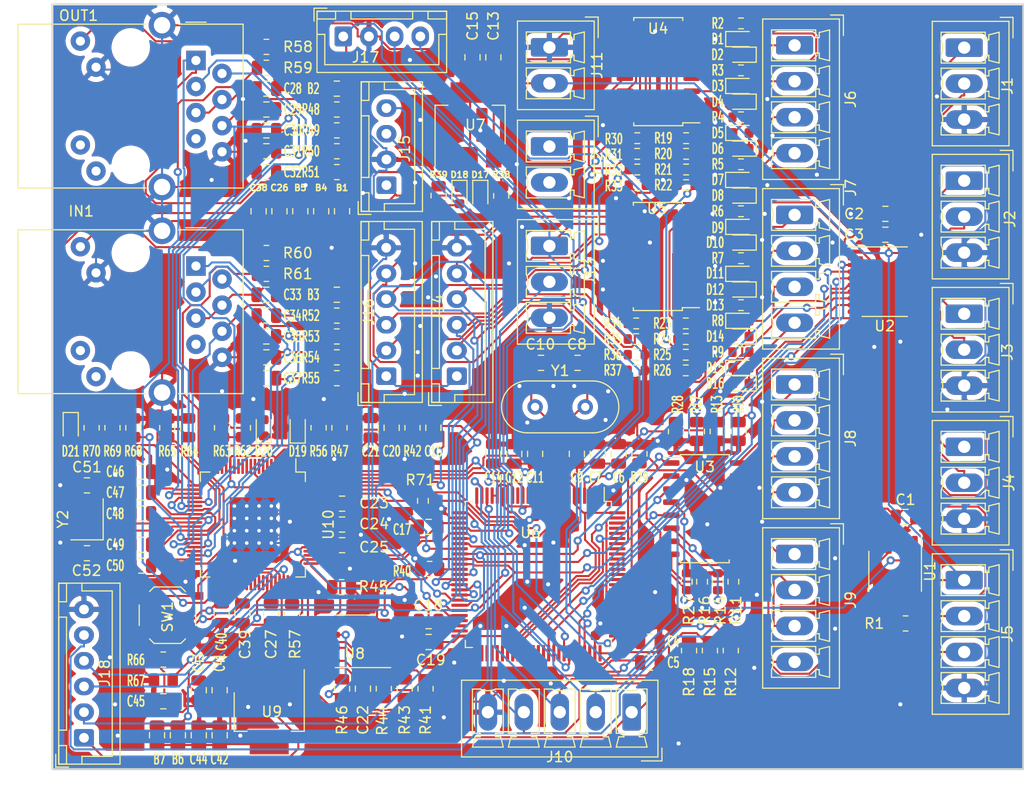
<source format=kicad_pcb>
(kicad_pcb (version 20221018) (generator pcbnew)
  (layers (0 "F.Cu" signal) (31 "B.Cu" signal) (34 "B.Paste" user) (35 "F.Paste" user) (36 "B.SilkS" user "B.Silkscreen") (37 "F.SilkS" user "F.Silkscreen") (38 "B.Mask" user) (39 "F.Mask" user) (44 "Edge.Cuts" user))
  (net 0 "")
  (net 1 "+1V2")
  (net 2 "+3.3V")
  (net 3 "+3.3VA")
  (net 4 "DAC1")
  (net 5 "Net-(D1-K)")
  (net 6 "GND")
  (net 7 "XSCI")
  (net 8 "SPI_SCK")
  (net 9 "SPI_CS")
  (net 10 "SPI_MISO")
  (net 11 "SPI_MOSI")
  (net 12 "I2C_SDA")
  (net 13 "I2C_SCL")
  (net 14 "+5V")
  (net 15 "Net-(IN1-Pad9)")
  (net 16 "Net-(OUT1-Pad9)")
  (net 17 "P0_TXOP")
  (net 18 "SWCLK")
  (net 19 "SWDIO")
  (net 20 "RX")
  (net 21 "TX")
  (net 22 "/STM32F4/BOOT1")
  (net 23 "Net-(D17-A)")
  (net 24 "Net-(D1-A)")
  (net 25 "Net-(IN1-RCT)")
  (net 26 "Net-(OUT1-RCT)")
  (net 33 "Net-(D3-K)")
  (net 34 "Net-(D3-A)")
  (net 35 "SYNC0")
  (net 36 "SYNC1")
  (net 37 "P1_TXOP")
  (net 38 "STEP1_DIR")
  (net 39 "STEP1_STEP")
  (net 40 "STEP2_DIR")
  (net 41 "STEP2_STEP")
  (net 42 "IO1")
  (net 43 "IO2")
  (net 44 "IO3")
  (net 45 "IO4")
  (net 46 "IO5")
  (net 47 "IO6")
  (net 48 "IO7")
  (net 49 "IO8")
  (net 50 "IO9")
  (net 51 "IO10")
  (net 52 "IO11")
  (net 53 "IO12")
  (net 54 "P0_TXON")
  (net 55 "P1_TXON")
  (net 56 "P0_RXIP")
  (net 57 "P1_RXIP")
  (net 58 "P0_RXIN")
  (net 59 "P1_RXIN")
  (net 60 "RESET_MCU")
  (net 61 "EEP_DONE")
  (net 62 "Net-(D5-K)")
  (net 63 "Net-(D5-A)")
  (net 64 "Net-(D7-K)")
  (net 65 "Net-(D7-A)")
  (net 66 "Net-(D15-K)")
  (net 67 "Net-(D15-A)")
  (net 68 "Net-(D18-A)")
  (net 69 "Net-(D19-A)")
  (net 70 "XSCO")
  (net 71 "Net-(D20-A)")
  (net 72 "RSTO")
  (net 73 "P0_ACT")
  (net 74 "P1_ACT")
  (net 75 "PDI_EMU")
  (net 76 "LED_RUN")
  (net 77 "LED_ERR")
  (net 78 "SINT")
  (net 79 "Net-(D21-K)")
  (net 80 "Net-(J5-Pin_2)")
  (net 81 "Net-(J5-Pin_3)")
  (net 82 "Net-(J9-Pin_1)")
  (net 83 "Net-(J9-Pin_2)")
  (net 84 "Net-(J9-Pin_3)")
  (net 85 "Net-(J9-Pin_4)")
  (net 86 "Net-(R6-Pad2)")
  (net 87 "Net-(R7-Pad2)")
  (net 88 "Net-(R8-Pad2)")
  (net 89 "Net-(R9-Pad2)")
  (net 90 "A1V2")
  (net 91 "SCS_FUNC")
  (net 92 "RST_MCU")
  (net 93 "Net-(D10-K)")
  (net 94 "Net-(D10-A)")
  (net 95 "Net-(D11-K)")
  (net 96 "Net-(D11-A)")
  (net 97 "Net-(D13-K)")
  (net 98 "Net-(D13-A)")
  (net 99 "ENC_A")
  (net 100 "ENC_B")
  (net 101 "ENC_Z")
  (net 102 "STEP1_DIR_OUT")
  (net 103 "STEP1_STEP_OUT")
  (net 104 "STEP2_DIR_OUT")
  (net 105 "STEP2_STEP_OUT")
  (net 106 "-24V_FIELD")
  (net 107 "+24V_FIELD")
  (net 108 "STEP3_DIR_OUT")
  (net 109 "STEP3_STEP_OUT")
  (net 110 "STEP4_DIR_OUT")
  (net 111 "STEP4_STEP_OUT")
  (net 112 "STEP3_STEP")
  (net 113 "STEP3_DIR")
  (net 114 "THCAD_CTR")
  (net 115 "STEP4_DIR")
  (net 116 "STEP4_STEP")
  (net 117 "Net-(U6-VCAP_2)")
  (net 118 "Net-(U6-PH0)")
  (net 119 "Net-(U6-PH1)")
  (net 120 "Net-(U6-VCAP_1)")
  (net 121 "Net-(J8-Pin_1)")
  (net 122 "Net-(J8-Pin_2)")
  (net 123 "Net-(J8-Pin_3)")
  (net 124 "Net-(J8-Pin_4)")
  (net 125 "Net-(R5-Pad2)")
  (net 126 "Net-(R2-Pad2)")
  (net 127 "Net-(R16-Pad1)")
  (net 128 "Net-(R19-Pad1)")
  (net 129 "Net-(R20-Pad1)")
  (net 130 "Net-(R21-Pad1)")
  (net 131 "Net-(R22-Pad1)")
  (net 132 "Net-(R23-Pad1)")
  (net 133 "Net-(R24-Pad1)")
  (net 134 "Net-(R25-Pad1)")
  (net 135 "Net-(R3-Pad2)")
  (net 136 "Net-(R27-Pad1)")
  (net 137 "Net-(U6-BOOT0)")
  (net 138 "Net-(U10-I2C_SCL)")
  (net 139 "Net-(U8-WP)")
  (net 140 "Net-(U10-TEST)")
  (net 141 "Net-(U10-SPI_MISO)")
  (net 142 "Net-(U10-P1_SD)")
  (net 143 "Net-(U10-RESET_BG)")
  (net 144 "Net-(U10-P0_SD)")
  (net 219 "Net-(R4-Pad2)")
  (net 220 "Net-(R11-Pad1)")
  (net 221 "Net-(R14-Pad1)")
  (net 222 "Net-(R26-Pad1)")
  (footprint "Connector_Phoenix_MC:PhoenixContact_MCV_1,5_3-G-3.5_1x03_P3.50mm_Vertical" (layer "F.Cu") (at 174.8715 54.1755 -90)
    (fp_text reference "J1")
    (fp_text value "Step1")
  )
  (footprint "Resistor_SMD:R_0603_1608Metric" (layer "F.Cu") (at 153.1365 74.676 180)
    (fp_text reference "R7")
    (fp_text value "4k7")
  )
  (footprint "HakansLibrary:LQFP-80-1EP_10x10mm_P0.4mm_EP5.3x4.5mm_ThermalVias" (layer "F.Cu") (at 105.618 100.605 -90)
    (fp_text reference "U10")
    (fp_text value "AX58100")
  )
  (footprint "Capacitor_SMD:C_0805_2012Metric" (layer "F.Cu") (at 114.3 70.104 -90)
    (fp_text reference "B1")
    (fp_text value "BLM18EG221SN1D")
  )
  (footprint "Resistor_SMD:R_0805_2012Metric" (layer "F.Cu") (at 146.812 91.5435 90)
    (fp_text reference "R28")
    (fp_text value "4k7")
  )
  (footprint "Resistor_SMD:R_0603_1608Metric" (layer "F.Cu") (at 153.1365 65.532 180)
    (fp_text reference "R5")
    (fp_text value "4k7")
  )
  (footprint "Package_QFP:LQFP-100_14x14mm_P0.5mm" (layer "F.Cu") (at 133.414 105.465 -90)
    (fp_text reference "U6")
    (fp_text value "STM32F407VGT6")
  )
  (footprint "Package_SO:SOIC-8_3.9x4.9mm_P1.27mm" (layer "F.Cu") (at 115.59 111.974 180)
    (fp_text reference "U8")
    (fp_text value "24LC32A")
  )
  (footprint "Resistor_SMD:R_0603_1608Metric" (layer "F.Cu") (at 153.1365 79.248 180)
    (fp_text reference "R8")
    (fp_text value "4k7")
  )
  (footprint "Resistor_SMD:R_0805_2012Metric" (layer "F.Cu") (at 121.158 91.186 -90)
    (fp_text reference "R42")
    (fp_text value "22")
  )
  (footprint "Capacitor_SMD:C_0805_2012Metric" (layer "F.Cu") (at 106.9238 82.296)
    (fp_text reference "C35")
    (fp_text value "10pF")
  )
  (footprint "Connector_JST:JST_XH_B6B-XH-A_1x06_P2.50mm_Vertical" (layer "F.Cu") (at 89.174 121.372 90)
    (fp_text reference "J18")
    (fp_text value "Out_opt")
  )
  (footprint "Connector_JST:JST_XH_B6B-XH-A_1x06_P2.50mm_Vertical" (layer "F.Cu") (at 125.476 86.16 90)
    (fp_text reference "J14")
    (fp_text value "In_opt1")
  )
  (footprint "Resistor_SMD:R_0805_2012Metric" (layer "F.Cu") (at 148.082 112.8795 -90)
    (fp_text reference "R18")
    (fp_text value "1k")
  )
  (footprint "Resistor_SMD:R_0603_1608Metric" (layer "F.Cu") (at 153.1365 83.82 180)
    (fp_text reference "R9")
    (fp_text value "4k7")
  )
  (footprint "Resistor_SMD:R_0805_2012Metric" (layer "F.Cu") (at 122.8295 104.931)
    (fp_text reference "R40")
    (fp_text value "22")
  )
  (footprint "Capacitor_SMD:C_0805_2012Metric" (layer "F.Cu") (at 139.192 93.726 90)
    (fp_text reference "C7")
    (fp_text value "0.1uF")
  )
  (footprint "Crystal:Crystal_HC49-4H_Vertical" (layer "F.Cu") (at 133.096 89.154)
    (fp_text reference "Y1")
    (fp_text value "8 MHz")
  )
  (footprint "Resistor_SMD:R_0805_2012Metric" (layer "F.Cu") (at 122.428 116.586 -90)
    (fp_text reference "R41")
    (fp_text value "4k7")
  )
  (footprint "LED_SMD:LED_0603_1608Metric" (layer "F.Cu") (at 87.884 91.186 -90)
    (fp_text reference "D21")
    (fp_text value "Green led")
  )
  (footprint "Capacitor_SMD:C_0805_2012Metric" (layer "F.Cu") (at 106.934 84.328)
    (fp_text reference "C36")
    (fp_text value "10pF")
  )
  (footprint "Capacitor_SMD:C_0805_2012Metric" (layer "F.Cu") (at 144.272 112.014)
    (fp_text reference "C4")
    (fp_text value "0.1uF")
  )
  (footprint "Resistor_SMD:R_0805_2012Metric" (layer "F.Cu") (at 106.934 56.134)
    (fp_text reference "R59")
    (fp_text value "510")
  )
  (footprint "Connector_Phoenix_MC:PhoenixContact_MCV_1,5_3-G-3.5_1x03_P3.50mm_Vertical" (layer "F.Cu") (at 134.4855 73.4795 -90)
    (fp_text reference "J13")
    (fp_text value "DAC")
  )
  (footprint "Resistor_SMD:R_0805_2012Metric" (layer "F.Cu") (at 99.314 91.186 90)
    (fp_text reference "R64")
    (fp_text value "4k7")
  )
  (footprint "Capacitor_SMD:C_0805_2012Metric" (layer "F.Cu") (at 141.224 93.726 90)
    (fp_text reference "C6")
    (fp_text value "0.1uF")
  )
  (footprint "LED_SMD:LED_0603_1608Metric" (layer "F.Cu") (at 153.1365 86.868 180)
    (fp_text reference "D16")
    (fp_text value "Red led")
  )
  (footprint "Resistor_SMD:R_0603_1608Metric" (layer "F.Cu") (at 147.797 67.564)
    (fp_text reference "R22")
    (fp_text value "1k")
  )
  (footprint "Capacitor_SMD:C_0805_2012Metric" (layer "F.Cu") (at 106.934 62.23)
    (fp_text reference "C30")
    (fp_text value "10pF")
  )
  (footprint "Capacitor_SMD:C_0805_2012Metric" (layer "F.Cu") (at 129.032 55.118 90)
    (fp_text reference "C13")
    (fp_text value "10uF")
  )
  (footprint "LED_SMD:LED_0603_1608Metric" (layer "F.Cu") (at 153.1365 85.344)
    (fp_text reference "D15")
    (fp_text value "Yellow led")
  )
  (footprint "Resistor_SMD:R_0603_1608Metric" (layer "F.Cu") (at 147.797 66.04)
    (fp_text reference "R21")
    (fp_text value "1k")
  )
  (footprint "Resistor_SMD:R_0805_2012Metric" (layer "F.Cu") (at 91.948 91.186 -90)
    (fp_text reference "R69")
    (fp_text value "510")
  )
  (footprint "Capacitor_SMD:C_0805_2012Metric" (layer "F.Cu") (at 122.726 112.043 180)
    (fp_text reference "C19")
    (fp_text value "0.1uF")
  )
  (footprint "LED_SMD:LED_0603_1608Metric" (layer "F.Cu") (at 153.1365 80.772)
    (fp_text reference "D13")
    (fp_text value "Yellow led")
  )
  (footprint "Resistor_SMD:R_0603_1608Metric" (layer "F.Cu") (at 142.939 81.026)
    (fp_text reference "R34")
    (fp_text value "39k")
  )
  (footprint "Capacitor_SMD:C_0805_2012Metric" (layer "F.Cu") (at 122.726 100.838 180)
    (fp_text reference "C17")
    (fp_text value "0.1uF")
  )
  (footprint "Resistor_SMD:R_0603_1608Metric" (layer "F.Cu") (at 153.1365 60.96 180)
    (fp_text reference "R4")
    (fp_text value "4k7")
  )
  (footprint "Capacitor_SMD:C_0805_2012Metric" (layer "F.Cu") (at 106.934 64.262)
    (fp_text reference "C31")
    (fp_text value "10pF")
  )
  (footprint "LED_SMD:LED_0603_1608Metric" (layer "F.Cu") (at 153.1365 73.152 180)
    (fp_text reference "D10")
    (fp_text value "Red led")
  )
  (footprint "Capacitor_SMD:C_0805_2012Metric" (layer "F.Cu") (at 107.396 109.241 -90)
    (fp_text reference "C27")
    (fp_text value "0.1uF")
  )
  (footprint "Capacitor_SMD:C_0805_2012Metric" (layer "F.Cu") (at 122.726 110.011)
    (fp_text reference "C18")
    (fp_text value "2.2uF")
  )
  (footprint "LED_SMD:LED_0603_1608Metric" (layer "F.Cu") (at 127.762 68.58 -90)
    (fp_text reference "D17")
    (fp_text value "Blue led")
  )
  (footprint "LED_SMD:LED_0603_1608Metric" (layer "F.Cu") (at 153.125 67.056)
    (fp_text reference "D7")
    (fp_text value "Yellow led")
  )
  (footprint "LED_SMD:LED_0603_1608Metric" (layer "F.Cu") (at 153.1365 62.484)
    (fp_text reference "D5")
    (fp_text value "Yellow led")
  )
  (footprint "Resistor_SMD:R_0805_2012Metric" (layer "F.Cu") (at 106.934 74.168)
    (fp_text reference "R60")
    (fp_text value "510")
  )
  (footprint "Capacitor_SMD:C_0805_2012Metric" (layer "F.Cu") (at 131.064 93.726 90)
    (fp_text reference "C12")
    (fp_text value "0.1uF")
  )
  (footprint "LED_SMD:LED_0603_1608Metric" (layer "F.Cu") (at 153.1365 82.296 180)
    (fp_text reference "D14")
    (fp_text value "Red led")
  )
  (footprint "Resistor_SMD:R_0805_2012Metric" (layer "F.Cu") (at 113.792 62.23)
    (fp_text reference "R49")
    (fp_text value "49.9")
  )
  (footprint "Resistor_SMD:R_0805_2012Metric" (layer "F.Cu") (at 114.254 106.701 180)
    (fp_text reference "R45")
    (fp_text value "4k7")
  )
  (footprint "Resistor_SMD:R_0603_1608Metric" (layer "F.Cu") (at 147.797 64.516)
    (fp_text reference "R20")
    (fp_text value "1k")
  )
  (footprint "Capacitor_SMD:C_0805_2012Metric" (layer "F.Cu") (at 106.9238 78.232 180)
    (fp_text reference "C33")
    (fp_text value "0.1uF")
  )
  (footprint "Resistor_SMD:R_0603_1608Metric" (layer "F.Cu") (at 153.1365 51.816 180)
    (fp_text reference "R2")
    (fp_text value "4k7")
  )
  (footprint "Capacitor_SMD:C_0805_2012Metric" (layer "F.Cu") (at 89.466 96.795)
    (fp_text reference "C51")
    (fp_text value "18pF")
  )
  (footprint "Crystal:Crystal_SMD_SeikoEpson_TSX3225-4Pin_3.2x2.5mm" (layer "F.Cu") (at 89.466 100.097 90)
    (fp_text reference "Y2")
    (fp_text value "NXK25.000AE12F-KAB6-12")
  )
  (footprint "Resistor_SMD:R_0805_2012Metric" (layer "F.Cu") (at 96.8975 115.784)
    (fp_text reference "R67")
    (fp_text value "4k7")
  )
  (footprint "Resistor_SMD:R_0603_1608Metric" (layer "F.Cu") (at 153.1365 56.388 180)
    (fp_text reference "R3")
    (fp_text value "4k7")
  )
  (footprint "Resistor_SMD:R_0805_2012Metric" (layer "F.Cu") (at 112.014 91.186 90)
    (fp_text reference "R56")
    (fp_text value "510")
  )
  (footprint "Connector_Phoenix_MC:PhoenixContact_MCV_1,5_3-G-3.5_1x03_P3.50mm_Vertical" (layer "F.Cu") (at 174.8715 80.0835 -90)
    (fp_text reference "J3")
    (fp_text value "Step3")
  )
  (footprint "Package_SO:SO-8_3.9x4.9mm_P1.27mm" (layer "F.Cu") (at 168.148 105.156 -90)
    (fp_text reference "U1")
    (fp_text value "MAX3485CSA/ESA")
  )
  (footprint "Resistor_SMD:R_0805_2012Metric" (layer "F.Cu") (at 129.794 68.605 90)
    (fp_text reference "R38")
    (fp_text value "1k")
  )
  (footprint "Connector_JST:JST_XH_B6B-XH-A_1x06_P2.50mm_Vertical" (layer "F.Cu") (at 118.601 86.16 90)
    (fp_text reference "J16")
    (fp_text value "In_opt2")
  )
  (footprint "Capacitor_SMD:C_0805_2012Metric" (layer "F.Cu") (at 144.272 114.046 180)
    (fp_text reference "C5")
    (fp_text value "2.2uF")
  )
  (footprint "Connector_Phoenix_MC:PhoenixContact_MCV_1,5_4-G-3.5_1x04_P3.50mm_Vertical" (layer "F.Cu") (at 158.3615 103.4795 -90)
    (fp_text reference "J9")
    (fp_text value "Output3-4")
  )
  (footprint "Capacitor_SMD:C_0805_2012Metric" (layer "F.Cu") (at 117.094 91.186 90)
    (fp_text reference "C21")
    (fp_text value "0.1uF")
  )
  (footprint "Capacitor_SMD:C_0805_2012Metric" (layer "F.Cu") (at 106.934 86.36)
    (fp_text reference "C37")
    (fp_text value "10pF")
  )
  (footprint "Capacitor_SMD:C_0805_2012Metric" (layer "F.Cu") (at 123.19 91.186 90)
    (fp_text reference "C16")
    (fp_text value "0.1uF")
  )
  (footprint "Resistor_SMD:R_0805_2012Metric" (layer "F.Cu") (at 93.98 91.186 90)
    (fp_text reference "R68")
    (fp_text value "4k7")
  )
  (footprint "Connector_Phoenix_MC:PhoenixContact_MCV_1,5_2-G-3.5_1x02_P3.50mm_Vertical" (layer "F.Cu") (at 134.4855 54.1475 -90)
    (fp_text reference "J11")
    (fp_text value "5V Power IN")
  )
  (footprint "Capacitor_SMD:C_0805_2012Metric" (layer "F.Cu") (at 133.096 93.726 90)
    (fp_text reference "C11")
    (fp_text value "0.1uF")
  )
  (footprint "LED_SMD:LED_0603_1608Metric" (layer "F.Cu") (at 153.1365 59.436 180)
    (fp_text reference "D4")
    (fp_text value "Red led")
  )
  (footprint "HakansLibrary:PulseJack JB0011D01BNL" (layer "F.Cu") (at 100.076 75.438 90)
    (fp_text reference "IN1")
    (fp_text value "J0011D01BNL")
  )
  (footprint "Connector_JST:JST_XH_B4B-XH-A_1x04_P2.50mm_Vertical" (layer "F.Cu") (at 114.42 53.086)
    (fp_text reference "J17")
    (fp_text value "STLINK")
  )
  (footprint "Capacitor_SMD:C_0805_2012Metric" (layer "F.Cu") (at 104.602 109.241 -90)
    (fp_text reference "C39")
    (fp_text value "0.1uF")
  )
  (footprint "Capacitor_SMD:C_0805_2012Metric" (layer "F.Cu") (at 133.67 84.865 180)
    (fp_text reference "C10")
    (fp_text value "22pF")
  )
  (footprint "Capacitor_SMD:C_0805_2012Metric" (layer "F.Cu") (at 98.318 121.118 90)
    (fp_text reference "B6")
    (fp_text value "BLM18EG221SN1D")
  )
  (footprint "Capacitor_SMD:C_0805_2012Metric" (layer "F.Cu") (at 113.792 58.166 180)
    (fp_text reference "B2")
    (fp_text value "BLM18EG221S")
  )
  (footprint "Resistor_SMD:R_0805_2012Metric" (layer "F.Cu") (at 118.364 116.586 -90)
    (fp_text reference "R44")
    (fp_text value "4k7")
  )
  (footprint "Capacitor_SMD:C_0805_2012Metric" (layer "F.Cu") (at 137.226 84.865)
    (fp_text reference "C8")
    (fp_text value "22pF")
  )
  (footprint "Resistor_SMD:R_0805_2012Metric" (layer "F.Cu") (at 109.428 109.241 -90)
    (fp_text reference "R57")
    (fp_text value "22")
  )
  (footprint "Capacitor_SMD:C_0805_2012Metric" (layer "F.Cu") (at 94.762 95.464 180)
    (fp_text reference "C46")
    (fp_text value "0.1uF")
  )
  (footprint "Resistor_SMD:R_0603_1608Metric" (layer "F.Cu") (at 142.939 85.598)
    (fp_text reference "R37")
    (fp_text value "39k")
  )
  (footprint "LED_SMD:LED_0603_1608Metric" (layer "F.Cu") (at 153.1365 57.912)
    (fp_text reference "D3")
    (fp_text value "Yellow led")
  )
  (footprint "Connector_Phoenix_MC:PhoenixContact_MCV_1,5_2-G-3.5_1x02_P3.50mm_Vertical" (layer "F.Cu") (at 134.4855 63.7995 -90)
    (fp_text reference "J12")
    (fp_text value "24V Field")
  )
  (footprint "Capacitor_SMD:C_0805_2012Metric" (layer "F.Cu") (at 113.792 78.232 180)
    (fp_text reference "B3")
    (fp_text value "BLM18EG221S")
  )
  (footprint "Connector_Phoenix_MC:PhoenixContact_MCV_1,5_4-G-3.5_1x04_P3.50mm_Vertical" (layer "F.Cu") (at 158.3615 53.9495 -90)
    (fp_text reference "J6")
    (fp_text value "In1-4")
  )
  (footprint "Resistor_SMD:R_0805_2012Metric" (layer "F.Cu") (at 113.792 66.294)
    (fp_text reference "R51")
    (fp_text value "49.9")
  )
  (footprint "Capacitor_SMD:C_0805_2012Metric" (layer "F.Cu") (at 94.762 102.576 180)
    (fp_text reference "C49")
    (fp_text value "0.1uF")
  )
  (footprint "Connector_Phoenix_MC:PhoenixContact_MCV_1,5_5-G-3.5_1x05_P3.50mm_Vertical" (layer "F.Cu") (at 142.494 118.872 180)
    (fp_text reference "J10")
    (fp_text value "Encoder")
  )
  (footprint "Resistor_SMD:R_0805_2012Metric" (layer "F.Cu") (at 106.934 54.102)
    (fp_text reference "R58")
    (fp_text value "510")
  )
  (footprint "Capacitor_SMD:C_0805_2012Metric" (layer "F.Cu") (at 100.35 116.734 -90)
    (fp_text reference "C43")
    (fp_text value "0.1uF")
  )
  (footprint "Resistor_SMD:R_0805_2012Metric" (layer "F.Cu") (at 113.792 84.328)
    (fp_text reference "R54")
    (fp_text value "49.9")
  )
  (footprint "Capacitor_SMD:C_0805_2012Metric" (layer "F.Cu") (at 114.3 100.605)
    (fp_text reference "C24")
    (fp_text value "0.1uF")
  )
  (footprint "Capacitor_SMD:C_0805_2012Metric" (layer "F.Cu") (at 129.032 93.726 90)
    (fp_text reference "C14")
    (fp_text value "0.1uF")
  )
  (footprint "Capacitor_SMD:C_0805_2012Metric" (layer "F.Cu") (at 89.466 103.399 180)
    (fp_text reference "C52")
    (fp_text value "18pF")
  )
  (footprint "Package_TO_SOT_SMD:SOT-223-3_TabPin2" (layer "F.Cu") (at 126.766 61.6945 90)
    (fp_text reference "U7")
    (fp_text value "AMS1117-3.3")
  )
  (footprint "Capacitor_SMD:C_0805_2012Metric" (layer "F.Cu") (at 112.268 70.104 -90)
    (fp_text reference "B4")
    (fp_text value "BLM18EG221SN1D")
  )
  (footprint "Resistor_SMD:R_0805_2012Metric" (layer "F.Cu") (at 102.616 91.186 -90)
    (fp_text reference "R63")
    (fp_text value "4k7")
  )
  (footprint "Capacitor_SMD:C_0805_2012Metric" (layer "F.Cu") (at 106.934 58.166 180)
    (fp_text reference "C28")
    (fp_text value "0.1uF")
  )
  (footprint "Capacitor_SMD:C_0805_2012Metric" (layer "F.Cu") (at 114.3 102.616)
    (fp_text reference "C25")
    (fp_text value "0.1uF")
  )
  (footprint "Resistor_SMD:R_0603_1608Metric" (layer "F.Cu") (at 142.939 82.55)
    (fp_text reference "R35")
    (fp_text value "39k")
  )
  (footprint "Capacitor_SMD:C_0805_2012Metric" (layer "F.Cu") (at 169.158 99.867)
    (fp_text reference "C1")
    (fp_text value "0.1uF")
  )
  (footprint "Connector_Phoenix_MC:PhoenixContact_MCV_1,5_3-G-3.5_1x03_P3.50mm_Vertical" (layer "F.Cu") (at 174.8715 67.1295 -90)
    (fp_text reference "J2")
    (fp_text value "Step2")
  )
  (footprint "Connector_JST:JST_XH_B4B-XH-A_1x04_P2.50mm_Vertical" (layer "F.Cu") (at 118.618 67.564 90)
    (fp_text reference "J15")
    (fp_text value "Serial usart1")
  )
  (footprint "Resistor_SMD:R_0805_2012Metric" (layer "F.Cu") (at 152.146 112.8795 -90)
    (fp_text reference "R12")
    (fp_text value "1k")
  )
  (footprint "Button_Switch_SMD:SW_Push_1P1T_XKB_TS-1187A" (layer "F.Cu") (at 97.302 109.434 180)
    (fp_text reference "SW1")
    (fp_text value "SW PB")
  )
  (footprint "Package_SO:SOIC-16_4.55x10.3mm_P1.27mm" (layer "F.Cu") (at 149.606 99.06)
    (fp_text reference "U3")
    (fp_text value "TLP292-4")
  )
  (footprint "Resistor_SMD:R_0805_2012Metric" (layer "F.Cu") (at 104.648 91.186 90)
    (fp_text reference "R62")
    (fp_text value "510")
  )
  (footprint "Resistor_SMD:R_0603_1608Metric" (layer "F.Cu") (at 147.765 82.55)
    (fp_text reference "R24")
    (fp_text value "1k")
  )
  (footprint "Resistor_SMD:R_0603_1608Metric" (layer "F.Cu") (at 147.797 62.992)
    (fp_text reference "R19")
    (fp_text value "1k")
  )
  (footprint "Capacitor_SMD:C_0805_2012Metric" (layer "F.Cu") (at 96.8975 117.816 180)
    (fp_text reference "C45")
    (fp_text value "1uF")
  )
  (footprint "Resistor_SMD:R_0603_1608Metric" (layer "F.Cu") (at 147.765 81.026)
    (fp_text reference "R23")
    (fp_text value "1k")
  )
  (footprint "Capacitor_SMD:C_0805_2012Metric" (layer "F.Cu") (at 167.198 72.39)
    (fp_text reference "C3")
    (fp_text value "0.1uF")
  )
  (footprint "Capacitor_SMD:C_0805_2012Metric" (layer "F.Cu") (at 106.934 80.264)
    (fp_text reference "C34")
    (fp_text value "10pF")
  )
  (footprint "LED_SMD:LED_0603_1608Metric" (layer "F.Cu") (at 106.68 91.186 90)
    (fp_text reference "D20")
    (fp_text value "Red led")
  )
  (footprint "Capacitor_SMD:C_0805_2012Metric" (layer "F.Cu") (at 127 55.118 90)
    (fp_text reference "C15")
    (fp_text value "0.1uF")
  )
  (footprint "Connector_Phoenix_MC:PhoenixContact_MCV_1,5_3-G-3.5_1x03_P3.50mm_Vertical" (layer "F.Cu") (at 174.8715 93.0375 -90)
    (fp_text reference "J4")
    (fp_text value "Step4")
  )
  (footprint "Connector_Phoenix_MC:PhoenixContact_MCV_1,5_4-G-3.5_1x04_P3.50mm_Vertical" (layer "F.Cu") (at 158.3615 86.9695 -90)
    (fp_text reference "J8")
    (fp_text value "Output1-2")
  )
  (footprint "Resistor_SMD:R_0603_1608Metric" (layer "F.Cu") (at 143.034 64.516)
    (fp_text reference "R31")
    (fp_text value "39k")
  )
  (footprint "Resistor_SMD:R_0603_1608Metric" (layer "F.Cu") (at 150.876 106.172 90)
    (fp_text reference "R14")
    (fp_text value "330")
  )
  (footprint "Resistor_SMD:R_0603_1608Metric" (layer "F.Cu") (at 122.174 98.298 -90)
    (fp_text reference "R71")
    (fp_text value "4k7")
  )
  (footprint "Resistor_SMD:R_0603_1608Metric" (layer "F.Cu") (at 147.765 84.074)
    (fp_text reference "R25")
    (fp_text value "1k")
  )
  (footprint "Resistor_SMD:R_0805_2012Metric" (layer "F.Cu") (at 120.396 116.586 -90)
    (fp_text reference "R43")
    (fp_text value "4k7")
  )
  (footprint "Resistor_SMD:R_0603_1608Metric" (layer "F.Cu") (at 147.765 85.598)
    (fp_text reference "R26")
    (fp_text value "1k")
  )
  (footprint "LED_SMD:LED_0603_1608Metric" (layer "F.Cu") (at 153.1365 53.34)
    (fp_text reference "D1")
    (fp_text value "Yellow led")
  )
  (footprint "Capacitor_SMD:C_0805_2012Metric" (layer "F.Cu") (at 108.204 70.104 -90)
    (fp_text reference "C26")
    (fp_text value "0.1uF")
  )
  (footprint "Capacitor_SMD:C_0805_2012Metric" (layer "F.Cu") (at 94.762 104.608 180)
    (fp_text reference "C50")
    (fp_text value "0.1uF")
  )
  (footprint "LED_SMD:LED_0603_1608Metric" (layer "F.Cu") (at 153.1365 68.58 180)
    (fp_text reference "D8")
    (fp_text value "Red led")
  )
  (footprint "Capacitor_SMD:C_0805_2012Metric" (layer "F.Cu") (at 114.3 98.573)
    (fp_text reference "C23")
    (fp_text value "0.1uF")
  )
  (footprint "Capacitor_SMD:C_0805_2012Metric" (layer "F.Cu") (at 106.934 60.198 180)
    (fp_text reference "C29")
    (fp_text value "10pF")
  )
  (footprint "LED_SMD:LED_0603_1608Metric" (layer "F.Cu") (at 109.982 91.186 90)
    (fp_text reference "D19")
    (fp_text value "Green led")
  )
  (footprint "Capacitor_SMD:C_0805_2012Metric" (layer "F.Cu") (at 102.382 121.118 90)
    (fp_text reference "C42")
    (fp_text value "10uF")
  )
  (footprint "LED_SMD:LED_0603_1608Metric" (layer "F.Cu") (at 153.1365 64.008 180)
    (fp_text reference "D6")
    (fp_text value "Red led")
  )
  (footprint "Package_SO:SOIC-16_4.55x10.3mm_P1.27mm" (layer "F.Cu") (at 145.086 56.515 180)
    (fp_text reference "U4")
    (fp_text value "TLP292-4")
  )
  (footprint "LED_SMD:LED_0603_1608Metric" (layer "F.Cu") (at 153.1365 76.2)
    (fp_text reference "D11")
    (fp_text value "Yellow led")
  )
  (footprint "Connector_Phoenix_MC:PhoenixContact_MCV_1,5_4-G-3.5_1x04_P3.50mm_Vertical" (layer "F.Cu") (at 174.8715 106.0195 -90)
    (fp_text reference "J5")
    (fp_text value "THCAD")
  )
  (footprint "Resistor_SMD:R_0805_2012Metric" (layer "F.Cu") (at 143.256 93.726 -90)
    (fp_text reference "R29")
    (fp_text value "22")
  )
  (footprint "Resistor_SMD:R_0805_2012Metric" (layer "F.Cu") (at 89.916 91.186 -90)
    (fp_text reference "R70")
    (fp_text value "4k7")
  )
  (footprint "Capacitor_SMD:C_0805_2012Metric" (layer "F.Cu") (at 100.35 121.118 90)
    (fp_text reference "C44")
    (fp_text value "0.1uF")
  )
  (footprint "LED_SMD:LED_0603_1608Metric" (layer "F.Cu") (at 125.73 68.58 -90)
    (fp_text reference "D18")
    (fp_text value "Blue led")
  )
  (footprint "Resistor_SMD:R_0603_1608Metric" (layer "F.Cu") (at 153.1365 70.104 180)
    (fp_text reference "R6")
    (fp_text value "4k7")
  )
  (footprint "Package_TO_SOT_SMD:SOT-223-3_TabPin2" (layer "F.Cu") (at 107.208 118.832 -90)
    (fp_text reference "U9")
    (fp_text value "AMS1117-1.2")
  )
  (footprint "Capacitor_SMD:C_0805_2012Metric" (layer "F.Cu") (at 116.332 116.586 90)
    (fp_text reference "C22")
    (fp_text value "0.1uF")
  )
  (footprint "Package_SO:SOIC-16_4.55x10.3mm_P1.27mm" (layer "F.Cu") (at 145.043 74.509 180)
    (fp_text reference "U5")
    (fp_text value "TLP292-4")
  )
  (footprint "Resistor_SMD:R_0805_2012Metric" (layer "F.Cu") (at 113.792 64.262)
    (fp_text reference "R50")
    (fp_text value "49.9")
  )
  (footprint "Resistor_SMD:R_0805_2012Metric" (layer "F.Cu") (at 113.792 86.36)
    (fp_text reference "R55")
    (fp_text value "49.9")
  )
  (footprint "Capacitor_SMD:C_0805_2012Metric" (layer "F.Cu") (at 167.198 70.358)
    (fp_text reference "C2")
    (fp_text value "0.1uF")
  )
  (footprint "Resistor_SMD:R_0603_1608Metric" (layer "F.Cu") (at 143.043 62.992)
    (fp_text reference "R30")
    (fp_text value "39k")
  )
  (footprint "Resistor_SMD:R_0805_2012Metric" (layer "F.Cu") (at 113.792 80.264)
    (fp_text reference "R52")
    (fp_text value "49.9")
  )
  (footprint "LED_SMD:LED_0603_1608Metric" (layer "F.Cu") (at 153.1365 77.724 180)
    (fp_text reference "D12")
    (fp_text value "Red led")
  )
  (footprint "Capacitor_SMD:C_0805_2012Metric" (layer "F.Cu") (at 137.16 93.726 90)
    (fp_text reference "C9")
    (fp_text value "0.1uF")
  )
  (footprint "Resistor_SMD:R_0805_2012Metric" (layer "F.Cu") (at 114.046 91.186 90)
    (fp_text reference "R47")
    (fp_text value "4k7")
  )
  (footprint "Resistor_SMD:R_0805_2012Metric" (layer "F.Cu") (at 114.3 116.586 90)
    (fp_text reference "R46")
    (fp_text value "22")
  )
  (footprint "Resistor_SMD:R_0805_2012Metric" (layer "F.Cu") (at 106.934 76.2)
    (fp_text reference "R61")
    (fp_text value "510")
  )
  (footprint "Resistor_SMD:R_0603_1608Metric" (layer "F.Cu") (at 142.939 84.074)
    (fp_text reference "R36")
    (fp_text value "39k")
  )
  (footprint "Resistor_SMD:R_0805_2012Metric" (layer "F.Cu") (at 169.164 110.236)
    (fp_text reference "R1")
    (fp_text value "120")
  )
  (footprint "Capacitor_SMD:C_0805_2012Metric" (layer "F.Cu") (at 94.762 99.528 180)
    (fp_text reference "C48")
    (fp_text value "0.1uF")
  )
  (footprint "HakansLibrary:PulseJack JB0011D01BNL" (layer "F.Cu") (at 100.076 55.4228 90)
    (fp_text reference "OUT1")
    (fp_text value "J0011D01BNL")
  )
  (footprint "Capacitor_SMD:C_0805_2012Metric" (layer "F.Cu") (at 106.934 66.294)
    (fp_text reference "C32")
    (fp_text value "10pF")
  )
  (footprint "Capacitor_SMD:C_0805_2012Metric" (layer "F.Cu") (at 106.172 70.104 -90)
    (fp_text reference "C38")
    (fp_text value "10uF")
  )
  (footprint "Resistor_SMD:R_0805_2012Metric" (layer "F.Cu") (at 96.8975 113.752)
    (fp_text reference "R66")
    (fp_text value "4k7")
  )
  (footprint "LED_SMD:LED_0603_1608Metric" (layer "F.Cu") (at 153.1365 71.628)
    (fp_text reference "D9")
    (fp_text value "Yellow led")
  )
  (footprint "Capacitor_SMD:C_0805_2012Metric" (layer "F.Cu") (at 96.286 121.118 90)
    (fp_text reference "B7")
    (fp_text value "BLM18EG221SN1D")
  )
  (footprint "Resistor_SMD:R_0603_1608Metric" (layer "F.Cu") (at 143.043 66.04)
    (fp_text reference "R32")
    (fp_text value "39k")
  )
  (footprint "Resistor_SMD:R_0805_2012Metric" (layer "F.Cu") (at 97.282 91.186 90)
    (fp_text reference "R65")
    (fp_text value "12k 1%")
  )
  (footprint "Capacitor_SMD:C_0805_2012Metric" (layer "F.Cu") (at 110.236 70.104 -90)
    (fp_text reference "B5")
    (fp_text value "BLM18EG221SN1D")
  )
  (footprint "Capacitor_SMD:C_0805_2012Metric" (layer "F.Cu") (at 119.126 91.186 90)
    (fp_text reference "C20")
    (fp_text value "0.1uF")
  )
  (footprint "Resistor_SMD:R_0805_2012Metric" (layer "F.Cu") (at 150.876 91.5435 90)
    (fp_text reference "R13")
    (fp_text value "4k7")
  )
  (footprint "Resistor_SMD:R_0805_2012Metric" (layer "F.Cu") (at 150.114 112.8795 -90)
    (fp_text reference "R15")
    (fp_text value "1k")
  )
  (footprint "Capacitor_SMD:C_0805_2012Metric" (layer "F.Cu") (at 102.382 116.734 -90)
    (fp_text reference "C41")
    (fp_text value "10uF")
  )
  (footprint "Resistor_SMD:R_0805_2012Metric" (layer "F.Cu") (at 123.698 68.58 90)
    (fp_text reference "R39")
    (fp_text value "1k")
  )
  (footprint "Capacitor_SMD:C_0805_2012Metric" (layer "F.Cu") (at 94.762 97.496 180)
    (fp_text reference "C47")
    (fp_text value "0.1uF")
  )
  (footprint "Resistor_SMD:R_0805_2012Metric" (layer "F.Cu") (at 113.792 82.296)
    (fp_text reference "R53")
    (fp_text value "49.9")
  )
  (footprint "Resistor_SMD:R_0603_1608Metric" (layer "F.Cu") (at 152.4 106.172 90)
    (fp_text reference "R11")
    (fp_text value "330")
  )
  (footprint "Capacitor_SMD:C_0805_2012Metric" (layer "F.Cu") (at 102.57 109.241 -90)
    (fp_text reference "C40")
    (fp_text value "0.1uF")
  )
  (footprint "LED_SMD:LED_0603_1608Metric" (layer "F.Cu") (at 153.1365 54.864 180)
    (fp_text reference "D2")
    (fp_text value "Red led")
  )
  (footprint "Package_SO:TSSOP-20_4.4x6.5mm_P0.65mm" (layer "F.Cu") (at 167.132 76.962)
    (fp_text reference "U2")
    (fp_text value "TXS0108EPW")
  )
  (footprint "Resistor_SMD:R_0603_1608Metric" (layer "F.Cu") (at 143.043 67.564)
    (fp_text reference "R33")
    (fp_text value "39k")
  )
  (footprint "Connector_Phoenix_MC:PhoenixContact_MCV_1,5_4-G-3.5_1x04_P3.50mm_Vertical" (layer "F.Cu") (at 158.3615 70.4595 -90)
    (fp_text reference "J7")
    (fp_text value "In5-8")
  )
  (footprint "Resistor_SMD:R_0805_2012Metric" (layer "F.Cu") (at 152.908 91.5435 90)
    (fp_text reference "R10")
    (fp_text value "4k7")
  )
  (footprint "Resistor_SMD:R_0805_2012Metric" (layer "F.Cu") (at 113.792 60.198)
    (fp_text reference "R48")
    (fp_text value "49.9")
  )
  (footprint "Resistor_SMD:R_0603_1608Metric" (layer "F.Cu") (at 147.858 106.172 90)
    (fp_text reference "R27")
    (fp_text value "330")
  )
  (footprint "Resistor_SMD:R_0805_2012Metric" (layer "F.Cu") (at 148.844 91.5435 90)
    (fp_text reference "R17")
    (fp_text value "4k7")
  )
  (footprint "Resistor_SMD:R_0603_1608Metric" (layer "F.Cu") (at 149.352 106.172 90)
    (fp_text reference "R16")
    (fp_text value "330")
  )
  (gr_rect (start 86.1006 49.9726) (end 180.614 124.42) (stroke (width 0.2)) (fill none) (layer "Edge.Cuts"))
  (segment (start 103.4164 117.2809) (end 102.8695 116.734) (width 0.2) (layer "F.Cu") (net 1))
  (segment (start 100.4972 109.8119) (end 100.7521 109.8119) (width 0.2) (layer "F.Cu") (net 1))
  (segment (start 107.6192 93.9376) (end 107.818 94.1364) (width 0.2) (layer "F.Cu") (net 1))
  (segment (start 106.2061 115.682) (end 106.2061 114.8053) (width 0.2) (layer "F.Cu") (net 1))
  (segment (start 108.664001 96.980001) (end 103.837101 96.980001) (width 0.2) (layer "F.Cu") (net 1))
  (segment (start 100.2282 114.0257) (end 100.2282 113.4858) (width 0.2) (layer "F.Cu") (net 1))
  (segment (start 111.2805 100.005) (end 110.499326 100.005) (width 0.2) (layer "F.Cu") (net 1))
  (segment (start 102.8695 116.734) (end 99.8138 116.734) (width 0.2) (layer "F.Cu") (net 1))
  (segment (start 107.396 108.291) (end 107.396 106.2895) (width 0.2) (layer "F.Cu") (net 1))
  (segment (start 103.4164 121.982) (end 107.208 121.982) (width 0.2) (layer "F.Cu") (net 1))
  (segment (start 101.1351 100.005) (end 101.2982 100.1681) (width 0.2) (layer "F.Cu") (net 1))
  (segment (start 100.35 122.068) (end 98.318 122.068) (width 0.2) (layer "F.Cu") (net 1))
  (segment (start 107.208 115.682) (end 106.2061 115.682) (width 0.2) (layer "F.Cu") (net 1))
  (segment (start 96.189 100.005) (end 95.712 99.528) (width 0.2) (layer "F.Cu") (net 1))
  (segment (start 99.9555 100.005) (end 101.1351 100.005) (width 0.2) (layer "F.Cu") (net 1))
  (segment (start 104.602 108.291) (end 103.818 107.507) (width 0.2) (layer "F.Cu") (net 1))
  (segment (start 103.418 94.9425) (end 103.418 94.1051) (width 0.2) (layer "F.Cu") (net 1))
  (segment (start 122.4367 92.8893) (end 123.19 92.136) (width 0.2) (layer "F.Cu") (net 1))
  (segment (start 107.818 94.1364) (end 107.818 94.9425) (width 0.2) (layer "F.Cu") (net 1))
  (segment (start 103.4164 121.982) (end 103.4164 117.2809) (width 0.2) (layer "F.Cu") (net 1))
  (segment (start 103.652 109.241) (end 104.602 108.291) (width 0.2) (layer "F.Cu") (net 1))
  (segment (start 99.3716 116.2918) (end 99.3716 114.8823) (width 0.2) (layer "F.Cu") (net 1))
  (segment (start 103.9738 105.2743) (end 107.2079 105.2743) (width 0.2) (layer "F.Cu") (net 1))
  (segment (start 107.418 105.4844) (end 107.418 106.2675) (width 0.2) (layer "F.Cu") (net 1))
  (segment (start 115.9292 93.3008) (end 108.6536 93.3008) (width 0.2) (layer "F.Cu") (net 1))
  (segment (start 99.9555 100.005) (end 96.189 100.005) (width 0.2) (layer "F.Cu") (net 1))
  (segment (start 110.293 98.609) (end 108.664001 96.980001) (width 0.2) (layer "F.Cu") (net 1))
  (segment (start 103.818 107.507) (end 103.818 106.2675) (width 0.2) (layer "F.Cu") (net 1))
  (segment (start 105.4265 114.0257) (end 100.2282 114.0257) (width 0.2) (layer "F.Cu") (net 1))
  (segment (start 103.418 94.1051) (end 103.5855 93.9376) (width 0.2) (layer "F.Cu") (net 1))
  (segment (start 102.382 122.068) (end 100.35 122.068) (width 0.2) (layer "F.Cu") (net 1))
  (segment (start 103.418 96.5609) (end 103.526881 96.669781) (width 0.2) (layer "F.Cu") (net 1))
  (segment (start 117.8473 92.8893) (end 122.4367 92.8893) (width 0.2) (layer "F.Cu") (net 1))
  (segment (start 100.7521 109.8119) (end 101.4924 109.8119) (width 0.2) (layer "F.Cu") (net 1))
  (segment (start 103.818 105.4301) (end 103.9738 105.2743) (width 0.2) (layer "F.Cu") (net 1))
  (segment (start 103.837101 96.980001) (end 103.526881 96.669781) (width 0.2) (layer "F.Cu") (net 1))
  (segment (start 107.2079 105.2743) (end 107.418 105.4844) (width 0.2) (layer "F.Cu") (net 1))
  (segment (start 103.818 106.2675) (end 103.818 105.4301) (width 0.2) (layer "F.Cu") (net 1))
  (segment (start 110.293 99.798674) (end 110.293 98.609) (width 0.2) (layer "F.Cu") (net 1))
  (segment (start 99.156 112.4136) (end 99.156 111.1531) (width 0.2) (layer "F.Cu") (net 1))
  (segment (start 102.0633 109.241) (end 103.652 109.241) (width 0.2) (layer "F.Cu") (net 1))
  (segment (start 117.094 92.136) (end 115.9292 93.3008) (width 0.2) (layer "F.Cu") (net 1))
  (segment (start 108.6536 93.3008) (end 107.818 94.1364) (width 0.2) (layer "F.Cu") (net 1))
  (segment (start 106.2061 114.8053) (end 105.4265 114.0257) (width 0.2) (layer "F.Cu") (net 1))
  (segment (start 99.156 111.1531) (end 100.4972 109.8119) (width 0.2) (layer "F.Cu") (net 1))
  (segment (start 100.2282 113.4858) (end 99.156 112.4136) (width 0.2) (layer "F.Cu") (net 1))
  (segment (start 103.5855 93.9376) (end 107.6192 93.9376) (width 0.2) (layer "F.Cu") (net 1))
  (segment (start 112.75 100.005) (end 111.2805 100.005) (width 0.2) (layer "F.Cu") (net 1))
  (segment (start 99.3716 114.8823) (end 100.2282 114.0257) (width 0.2) (layer "F.Cu") (net 1))
  (segment (start 103.418 94.9425) (end 103.418 96.5609) (width 0.2) (layer "F.Cu") (net 1))
  (segment (start 99.8138 116.734) (end 99.3716 116.2918) (width 0.2) (layer "F.Cu") (net 1))
  (segment (start 98.318 122.068) (end 96.286 122.068) (width 0.2) (layer "F.Cu") (net 1))
  (segment (start 103.4164 121.982) (end 102.468 121.982) (width 0.2) (layer "F.Cu") (net 1))
  (segment (start 117.094 92.136) (end 117.8473 92.8893) (width 0.2) (layer "F.Cu") (net 1))
  (segment (start 110.499326 100.005) (end 110.293 99.798674) (width 0.2) (layer "F.Cu") (net 1))
  (segment (start 101.4924 109.8119) (end 102.0633 109.241) (width 0.2) (layer "F.Cu") (net 1))
  (segment (start 113.35 100.605) (end 112.75 100.005) (width 0.2) (layer "F.Cu") (net 1))
  (via (at 101.2982 100.1681) (size 0.8) (drill 0.4) (layers "F.Cu" "B.Cu") (net 1))
  (via (at 103.526881 96.669781) (size 0.8) (drill 0.4) (layers "F.Cu" "B.Cu") (net 1))
  (via (at 100.7521 109.8119) (size 0.8) (drill 0.4) (layers "F.Cu" "B.Cu") (net 1))
  (segment (start 101.2982 100.1681) (end 102.4119 99.0544) (width 0.2) (layer "B.Cu") (net 1))
  (segment (start 102.4119 99.0544) (end 102.4119 97.784762) (width 0.2) (layer "B.Cu") (net 1))
  (segment (start 100.7521 109.8119) (end 100.598 109.6578) (width 0.2) (layer "B.Cu") (net 1))
  (segment (start 102.4119 97.784762) (end 103.526881 96.669781) (width 0.2) (layer "B.Cu") (net 1))
  (segment (start 100.598 109.6578) (end 100.598 100.8683) (width 0.2) (layer "B.Cu") (net 1))
  (segment (start 100.598 100.8683) (end 101.2982 100.1681) (width 0.2) (layer "B.Cu") (net 1))
  (segment (start 106.7181 96.63) (end 108.822 96.63) (width 0.2) (layer "F.Cu") (net 2))
  (segment (start 131.064 94.676) (end 129.032 94.676) (width 0.2) (layer "F.Cu") (net 2))
  (segment (start 142.9224 57.4651) (end 141.9675 58.42) (width 0.2) (layer "F.Cu") (net 2))
  (segment (start 176.9266 99.5446) (end 176.2413 98.8593) (width 0.2) (layer "F.Cu") (net 2))
  (segment (start 142.8962 59.3487) (end 141.9675 58.42) (width 0.2) (layer "F.Cu") (net 2))
  (segment (start 136.914 98.5687) (end 136.914 97.79) (width 0.2) (layer "F.Cu") (net 2))
  (segment (start 138.989 103.130339) (end 137.9592 102.100539) (width 0.2) (layer "F.Cu") (net 2))
  (segment (start 114.742 78.232) (end 114.742 80.2265) (width 0.2) (layer "F.Cu") (net 2))
  (segment (start 140.7826 54.2616) (end 141.7042 53.34) (width 0.2) (layer "F.Cu") (net 2))
  (segment (start 117.082 114.4401) (end 120.8484 114.4401) (width 0.2) (layer "F.Cu") (net 2))
  (segment (start 134.414 97.79) (end 134.414 98.589999) (width 0.2) (layer "F.Cu") (net 2))
  (segment (start 123.676 100.838) (end 123.676 100.613) (width 0.2) (layer "F.Cu") (net 2))
  (segment (start 98.806 110.8351) (end 98.806 112.756) (width 0.2) (layer "F.Cu") (net 2))
  (segment (start 131.88191 98.84) (end 131.87911 98.8428) (width 0.2) (layer "F.Cu") (net 2))
  (segment (start 115.2821 70.1361) (end 115.2821 77.6919) (width 0.2) (layer "F.Cu") (net 2))
  (segment (start 125.739 100.465) (end 123.824 100.465) (width 0.2) (layer "F.Cu") (net 2))
  (segment (start 141.368 113.14) (end 139.414 113.14) (width 0.2) (layer "F.Cu") (net 2))
  (segment (start 130.414 96.990001) (end 130.163999 96.74) (width 0.2) (layer "F.Cu") (net 2))
  (segment (start 168.208 99.867) (end 167.4011 99.0601) (width 0.2) (layer "F.Cu") (net 2))
  (segment (start 132.588 98.8428) (end 132.128498 98.8428) (width 0.2) (layer "F.Cu") (net 2))
  (segment (start 113.35 98.573) (end 114.1219 99.3449) (width 0.2) (layer "F.Cu") (net 2))
  (segment (start 144.9835 95.326) (end 144.9835 94.9225) (width 0.2) (layer "F.Cu") (net 2))
  (segment (start 114.7045 86.36) (end 114.7045 84.328) (width 0.2) (layer "F.Cu") (net 2))
  (segment (start 163.4565 72.6423) (end 163.2385 72.8603) (width 0.2) (layer "F.Cu") (net 2))
  (segment (start 170.053 107.731) (end 176.1411 107.731) (width 0.2) (layer "F.Cu") (net 2))
  (segment (start 105.818 94.9425) (end 105.818 95.7299) (width 0.2) (layer "F.Cu") (net 2))
  (segment (start 125.739 111.465) (end 125.161 112.043) (width 0.2) (layer "F.Cu") (net 2))
  (segment (start 106.172 69.154) (end 108.204 69.154) (width 0.2) (layer "F.Cu") (net 2))
  (segment (start 143.934 93.873) (end 142.027 93.873) (width 0.2) (layer "F.Cu") (net 2))
  (segment (start 111.884 112.2355) (end 112.0719 112.0476) (width 0.2) (layer "F.Cu") (net 2))
  (segment (start 114.7697 103.6045) (end 120.1695 103.6045) (width 0.2) (layer "F.Cu") (net 2))
  (segment (start 141.3542 55.88) (end 140.7826 55.3084) (width 0.2) (layer "F.Cu") (net 2))
  (segment (start 136.3159 96.3487) (end 136.236477 96.428123) (width 0.2) (layer "F.Cu") (net 2))
  (segment (start 163.2385 72.8603) (end 163.2385 74.2475) (width 0.2) (layer "F.Cu") (net 2))
  (segment (start 123.698 67.6675) (end 122.3245 66.294) (width 0.2) (layer "F.Cu") (net 2))
  (segment (start 122.726 112.043) (end 123.676 112.043) (width 0.2) (layer "F.Cu") (net 2))
  (segment (start 142.8962 59.9937) (end 142.8962 59.3487) (width 0.2) (layer "F.Cu") (net 2))
  (segment (start 115.0197 91.3705) (end 115.0197 86.6752) (width 0.2) (layer "F.Cu") (net 2))
  (segment (start 137.16 95.5046) (end 136.3159 96.3487) (width 0.2) (layer "F.Cu") (net 2))
  (segment (start 141.9968 55.88) (end 142.9224 56.8056) (width 0.2) (layer "F.Cu") (net 2))
  (segment (start 160.0529 69.2387) (end 163.4565 72.6423) (width 0.2) (layer "F.Cu") (net 2))
  (segment (start 129.414 96.990001) (end 129.414 97.79) (width 0.2) (layer "F.Cu") (net 2))
  (segment (start 137.16 94.676) (end 137.16 95.5046) (width 0.2) (layer "F.Cu") (net 2))
  (segment (start 130.6438 98.8428) (end 130.414 98.613) (width 0.2) (layer "F.Cu") (net 2))
  (segment (start 102.0696 108.291) (end 101.3685 108.9921) (width 0.2) (layer "F.Cu") (net 2))
  (segment (start 125.8496 55.7765) (end 125.8496 58.166) (width 0.2) (layer "F.Cu") (net 2))
  (segment (start 122.726 112.043) (end 122.726 109.01) (width 0.2) (layer "F.Cu") (net 2))
  (segment (start 137.1296 105.6215) (end 138.305261 105.6215) (width 0.2) (layer "F.Cu") (net 2))
  (segment (start 152.0211 99.0601) (end 148.287 95.326) (width 0.2) (layer "F.Cu") (net 2))
  (segment (start 126.766 59.0824) (end 126.766 64.8445) (width 0.2) (layer "F.Cu") (net 2))
  (segment (start 114.3 69.154) (end 115.2821 70.1361) (width 0.2) (layer "F.Cu") (net 2))
  (segment (start 114.7045 64.262) (end 114.7045 62.23) (width 0.2) (layer "F.Cu") (net 2))
  (segment (start 130.163999 96.74) (end 129.664001 96.74) (width 0.2) (layer "F.Cu") (net 2))
  (segment (start 122.726 109.01) (end 120.396 106.68) (width 0.2) (layer "F.Cu") (net 2))
  (segment (start 176.2413 98.8593) (end 169.2157 98.8593) (width 0.2) (layer "F.Cu") (net 2))
  (segment (start 126.3177 55.3084) (end 125.8496 55.7765) (width 0.2) (layer "F.Cu") (net 2))
  (segment (start 167.4011 99.0601) (end 152.0211 99.0601) (width 0.2) (layer "F.Cu") (net 2))
  (segment (start 164.8552 79.887) (end 165.2897 79.4525) (width 0.2) (layer "F.Cu") (net 2))
  (segment (start 142.8437 73.874) (end 142.884 73.8337) (width 0.2) (layer "F.Cu") (net 2))
  (segment (start 114.7045 60.198) (end 114.7045 62.23) (width 0.2) (layer "F.Cu") (net 2))
  (segment (start 137.9592 99.465) (end 137.8103 99.465) (width 0.2) (layer "F.Cu") (net 2))
  (segment (start 132.9244 94.8476) (end 132.264481 95.507519) (width 0.2) (layer "F.Cu") (net 2))
  (segment (start 139.192 94.676) (end 141.224 94.676) (width 0.2) (layer "F.Cu") (net 2))
  (segment (start 143.2316 77.5977) (end 141.8753 78.954) (width 0.2) (layer "F.Cu") (net 2))
  (segment (start 120.396 115.6735) (end 118.364 115.6735) (width 0.2) (layer "F.Cu") (net 2))
  (segment (start 112.8244 113.879) (end 111.884 112.9386) (width 0.2) (layer "F.Cu") (net 2))
  (segment (start 122.3245 66.294) (end 114.7045 66.294) (width 0.2) (layer "F.Cu") (net 2))
  (segment (start 165.2897 79.4525) (end 165.2897 75.1215) (width 0.2) (layer "F.Cu") (net 2))
  (segment (start 163.9637 72.6423) (end 166.248 70.358) (width 0.2) (layer "F.Cu") (net 2))
  (segment (start 105.818 95.7299) (end 106.7181 96.63) (width 0.2) (layer "F.Cu") (net 2))
  (segment (start 140.7826 55.3084) (end 140.7826 54.2616) (width 0.2) (layer "F.Cu") (net 2))
  (segment (start 114.6895 112.0476) (end 117.082 114.4401) (width 0.2) (layer "F.Cu") (net 2))
  (segment (start 142.884 73.8337) (end 142.884 72.2885) (width 0.2) (layer "F.Cu") (net 2))
  (segment (start 131.2861 111.465) (end 137.1296 105.6215) (width 0.2) (layer "F.Cu") (net 2))
  (segment (start 120.8484 114.4401) (end 122.726 112.5625) (width 0.2) (layer "F.Cu") (net 2))
  (segment (start 132.2972 98.8428) (end 132.588 98.8428) (width 0.2) (layer "F.Cu") (net 2))
  (segment (start 142.494 111.186) (end 143.322 112.014) (width 0.2) (layer "F.Cu") (net 2))
  (segment (start 114.7045 58.166) (end 114.7045 60.198) (width 0.2) (layer "F.Cu") (net 2))
  (segment (start 114.3 66.6985) (end 114.3 69.154) (width 0.2) (layer "F.Cu") (net 2))
  (segment (start 114.575 113.879) (end 113.115 113.879) (width 0.2) (layer "F.Cu") (net 2))
  (segment (start 140.7826 55.3084) (end 126.3177 55.3084) (width 0.2) (layer "F.Cu") (net 2))
  (segment (start 123.676 100.613) (end 123.824 100.465) (width 0.2) (layer "F.Cu") (net 2))
  (segment (start 120.1695 103.6045) (end 121.92 101.854) (width 0.2) (layer "F.Cu") (net 2))
  (segment (start 169.2157 98.8593) (end 168.208 99.867) (width 0.2) (layer "F.Cu") (net 2))
  (segment (start 142.8437 73.874) (end 143.2316 74.2619) (width 0.2) (layer "F.Cu") (net 2))
  (segment (start 142.884 72.2885) (end 145.8644 69.3081) (width 0.2) (layer "F.Cu") (net 2))
  (segment (start 115.2821 77.6919) (end 114.742 78.232) (width 0.2) (layer "F.Cu") (net 2))
  (segment (start 144.9835 94.9225) (end 143.934 93.873) (width 0.2) (layer "F.Cu") (net 2))
  (segment (start 112.268 69.154) (end 110.236 69.154) (width 0.2) (layer "F.Cu") (net 2))
  (segment (start 145.8644 69.3081) (end 156.0298 69.3081) (width 0.2) (layer "F.Cu") (net 2))
  (segment (start 131.861502 99.278498) (end 132.2972 98.8428) (width 0.2) (layer "F.Cu") (net 2))
  (segment (start 134.414 96.990001) (end 134.414 97.79) (width 0.2) (layer "F.Cu") (net 2))
  (segment (start 136.3159 96.3487) (end 136.914 96.9468) (width 0.2) (layer "F.Cu") (net 2))
  (segment (start 142.9224 56.8056) (end 142.9224 57.4651) (width 0.2) (layer "F.Cu") (net 2))
  (segment (start 129.664001 96.74) (end 129.414 96.990001) (width 0.2) (layer "F.Cu") (net 2))
  (segment (start 143.2316 74.2619) (end 143.2316 77.5977) (width 0.2) (layer "F.Cu") (net 2))
  (segment (start 114.7045 66.294) (end 114.7045 64.262) (width 0.2) (layer "F.Cu") (net 2))
  (segment (start 114.2917 92.0985) (end 115.0197 91.3705) (width 0.2) (layer "F.Cu") (net 2))
  (segment (start 163.2385 74.2475) (end 163.678 74.687) (width 0.2) (layer "F.Cu") (net 2))
  (segment (start 103.418 106.2675) (end 103.418 107.443) (width 0.2) (layer "F.Cu") (net 2))
  (segment (start 142.027 93.873) (end 141.224 94.676) (width 0.2) (layer "F.Cu") (net 2))
  (segment (start 134.414 98.589999) (end 134.161199 98.8428) (width 0.2) (layer "F.Cu") (net 2))
  (segment (start 111.2805 98.005) (end 112.782 98.005) (width 0.2) (layer "F.Cu") (net 2))
  (segment (start 165.2897 75.1215) (end 164.8552 74.687) (width 0.2) (layer "F.Cu") (net 2))
  (segment (start 132.264481 95.507519) (end 132.128181 95.507519) (width 0.2) (layer "F.Cu") (net 2))
  (segment (start 143.995034 95.326) (end 143.920034 95.401) (width 0.2) (layer "F.Cu") (net 2))
  (segment (start 148.287 95.326) (end 144.9835 95.326) (width 0.2) (layer "F.Cu") (net 2))
  (segment (start 103.418 107.443) (end 102.57 108.291) (width 0.2) (layer "F.Cu") (net 2))
  (segment (start 110.197 98.005) (end 111.2805 98.005) (width 0.2) (layer "F.Cu") (net 2))
  (segment (start 120.396 106.68) (end 119.888 106.68) (width 0.2) (layer "F.Cu") (net 2))
  (segment (start 140.715 74.8706) (end 141.7116 73.874) (width 0.2) (layer "F.Cu") (net 2))
  (segment (start 112.014 92.0985) (end 114.046 92.0985) (width 0.2) (layer "F.Cu") (net 2))
  (segment (start 130.414 98.613) (end 130.414 97.79) (width 0.2) (layer "F.Cu") (net 2))
  (segment (start 116.332 115.636) (end 114.575 113.879) (width 0.2) (layer "F.Cu") (net 2))
  (segment (start 118.3605 91.3705) (end 119.126 92.136) (width 0.2) (layer "F.Cu") (net 2))
  (segment (start 114.7045 82.296) (end 114.7045 84.328) (width 0.2) (layer "F.Cu") (net 2))
  (segment (start 143.920034 95.401) (end 143.867 95.401) (width 0.2) (layer "F.Cu") (net 2))
  (segment (start 156.0992 69.2387) (end 160.0529 69.2387) (width 0.2) (layer "F.Cu") (net 2))
  (segment (start 114.7045 53.3705) (end 114.7045 58.166) (width 0.2) (layer "F.Cu") (net 2))
  (segment (start 141.6855 76.414) (end 140.715 75.4435) (width 0.2) (layer "F.Cu") (net 2))
  (segment (start 122.174 99.123) (end 122.174 99.336) (width 0.2) (layer "F.Cu") (net 2))
  (segment (start 144.9835 95.326) (end 143.995034 95.326) (width 0.2) (layer "F.Cu") (net 2))
  (segment (start 136.631 71.334) (end 141.793 71.334) (width 0.2) (layer "F.Cu") (net 2))
  (segment (start 111.2805 102.805) (end 113.161 102.805) (width 0.2) (layer "F.Cu") (net 2))
  (segment (start 108.822 96.63) (end 110.197 98.005) (width 0.2) (layer "F.Cu") (net 2))
  (segment (start 112.268 69.154) (end 114.3 69.154) (width 0.2) (layer "F.Cu") (net 2))
  (segment (start 114.1219 101.8441) (end 113.5656 102.4004) (width 0.2) (layer "F.Cu") (net 2))
  (segment (start 132.125698 98.84) (end 131.88191 98.84) (width 0.2) (layer "F.Cu") (net 2))
  (segment (start 156.0298 69.3081) (end 156.0992 69.2387) (width 0.2) (layer "F.Cu") (net 2))
  (segment (start 114.7045 80.264) (end 114.7045 82.296) (width 0.2) (layer "F.Cu") (net 2))
  (segment (start 142.494 96.774) (end 142.494 111.186) (width 0.2) (layer "F.Cu") (net 2))
  (segment (start 132.128498 98.8428) (end 132.125698 98.84) (width 0.2) (layer "F.Cu") (net 2))
  (segment (start 176.9266 106.9455) (end 176.9266 99.5446) (width 0.2) (layer "F.Cu") (net 2))
  (segment (start 137.9592 102.100539) (end 137.9592 99.465) (width 0.2) (layer "F.Cu") (net 2))
  (segment (start 112.0719 112.0476) (end 114.6895 112.0476) (width 0.2) (layer "F.Cu") (net 2))
  (segment (start 122.726 112.5625) (end 122.726 112.043) (width 0.2) (layer "F.Cu") (net 2))
  (segment (start 134.975878 96.428123) (end 134.414 96.990001) (width 0.2) (layer "F.Cu") (net 2))
  (segment (start 101.3685 108.9921) (end 100.649 108.9921) (width 0.2) (layer "F.Cu") (net 2))
  (segment (start 121.92 101.854) (end 122.435 101.854) (width 0.2) (layer "F.Cu") (net 2))
  (segment (start 113.5656 102.4004) (end 114.7697 103.6045) (width 0.2) (layer "F.Cu") (net 2))
  (segment (start 143.867 95.401) (end 142.494 96.774) (width 0.2) (layer "F.Cu") (net 2))
  (segment (start 163.4565 72.6423) (end 163.9637 72.6423) (width 0.2) (layer "F.Cu") (net 2))
  (segment (start 141.9299 60.96) (end 142.8962 59.9937) (width 0.2) (layer "F.Cu") (net 2))
  (segment (start 111.884 112.9386) (end 111.884 112.2355) (width 0.2) (layer "F.Cu") (net 2))
  (segment (start 134.161199 98.8428) (end 132.588 98.8428) (width 0.2) (layer "F.Cu") (net 2))
  (segment (start 112.782 98.005) (end 113.35 98.573) (width 0.2) (layer "F.Cu") (net 2))
  (segment (start 142.494 112.014) (end 141.368 113.14) (width 0.2) (layer "F.Cu") (net 2))
  (segment (start 134.4855 73.4795) (end 136.631 71.334) (width 0.2) (layer "F.Cu") (net 2))
  (segment (start 131.87911 98.8428) (end 130.6438 98.8428) (width 0.2) (layer "F.Cu") (net 2))
  (segment (start 114.1219 99.3449) (end 114.1219 101.8441) (width 0.2) (layer "F.Cu") (net 2))
  (segment (start 138.989 104.937761) (end 138.989 103.130339) (width 0.2) (layer "F.Cu") (net 2))
  (segment (start 125.739 111.465) (end 131.2861 111.465) (width 0.2) (layer "F.Cu") (net 2))
  (segment (start 132.7528 94.676) (end 131.064 94.676) (width 0.2) (layer "F.Cu") (net 2))
  (segment (start 138.305261 105.6215) (end 138.989 104.937761) (width 0.2) (layer "F.Cu") (net 2))
  (segment (start 110.236 69.154) (end 108.204 69.154) (width 0.2) (layer "F.Cu") (net 2))
  (segment (start 130.414 97.79) (end 130.414 96.990001) (width 0.2) (layer "F.Cu") (net 2))
  (segment (start 136.914 96.9468) (end 136.914 97.79) (width 0.2) (layer "F.Cu") (net 2))
  (segment (start 137.8103 99.465) (end 136.914 98.5687) (width 0.2) (layer "F.Cu") (net 2))
  (segment (start 141.089 99.465) (end 137.9592 99.465) (width 0.2) (layer "F.Cu") (net 2))
  (segment (start 125.161 112.043) (end 123.676 112.043) (width 0.2) (layer "F.Cu") (net 2))
  (segment (start 109.9901 103.2667) (end 110.4518 102.805) (width 0.2) (layer "F.Cu") (net 2))
  (segment (start 122.174 99.336) (end 123.676 100.838) (width 0.2) (layer "F.Cu") (net 2))
  (segment (start 140.715 75.4435) (end 140.715 74.8706) (width 0.2) (layer "F.Cu") (net 2))
  (segment (start 110.4518 102.805) (end 111.2805 102.805) (width 0.2) (layer "F.Cu") (net 2))
  (segment (start 129.414 97.79) (end 128.914 97.79) (width 0.2) (layer "F.Cu") (net 2))
  (segment (start 141.793 73.874) (end 142.8437 73.874) (width 0.2) (layer "F.Cu") (net 2))
  (segment (start 137.16 94.676) (end 139.192 94.676) (width 0.2) (layer "F.Cu") (net 2))
  (segment (start 100.649 108.9921) (end 98.806 110.8351) (width 0.2) (layer "F.Cu") (net 2))
  (segment (start 142.884 72.2885) (end 141.9295 71.334) (width 0.2) (layer "F.Cu") (net 2))
  (segment (start 122.435 101.854) (end 123.676 100.613) (width 0.2) (layer "F.Cu") (net 2))
  (segment (start 176.1411 107.731) (end 176.9266 106.9455) (width 0.2) (layer "F.Cu") (net 2))
  (segment (start 98.806 112.756) (end 97.81 113.752) (width 0.2) (layer "F.Cu") (net 2))
  (segment (start 143.322 112.014) (end 142.494 112.014) (width 0.2) (layer "F.Cu") (net 2))
  (segment (start 115.0197 91.3705) (end 118.3605 91.3705) (width 0.2) (layer "F.Cu") (net 2))
  (segment (start 114.742 58.166) (end 125.8496 58.166) (width 0.2) (layer "F.Cu") (net 2))
  (segment (start 136.236477 96.428123) (end 134.975878 96.428123) (width 0.2) (layer "F.Cu") (net 2))
  (segment (start 116.332 115.636) (end 118.3265 115.636) (width 0.2) (layer "F.Cu") (net 2))
  (via (at 109.9901 103.2667) (size 0.8) (drill 0.4) (layers "F.Cu" "B.Cu") (net 2))
  (via (at 132.128181 95.507519) (size 0.8) (drill 0.4) (layers "F.Cu" "B.Cu") (net 2))
  (via (at 101.3685 108.9921) (size 0.8) (drill 0.4) (layers "F.Cu" "B.Cu") (net 2))
  (via (at 119.888 106.68) (size 0.8) (drill 0.4) (layers "F.Cu" "B.Cu") (net 2))
  (via (at 131.861502 99.278498) (size 0.8) (drill 0.4) (layers "F.Cu" "B.Cu") (net 2))
  (segment (start 109.3313 103.2667) (end 103.378 109.22) (width 0.2) (layer "B.Cu") (net 2))
  (segment (start 113.5304 106.807) (end 119.761 106.807) (width 0.2) (layer "B.Cu") (net 2))
  (segment (start 136.652 76.59201) (end 136.652 80.839346) (width 0.2) (layer "B.Cu") (net 2))
  (segment (start 103.378 109.22) (end 101.5964 109.22) (width 0.2) (layer "B.Cu") (net 2))
  (segment (start 131.765267 99.182263) (end 131.765267 95.870433) (width 0.2) (layer "B.Cu") (net 2))
  (segment (start 101.5964 109.22) (end 101.3685 108.9921) (width 0.2) (layer "B.Cu") (net 2))
  (segment (start 109.9901 103.2667) (end 113.5304 106.807) (width 0.2) (layer "B.Cu") (net 2))
  (segment (start 136.652 80.839346) (end 135.861846 81.6295) (width 0.2) (layer "B.Cu") (net 2))
  (segment (start 134.4855 73.4795) (end 134.4855 74.42551) (width 0.2) (layer "B.Cu") (net 2))
  (segment (start 130.364 83.276052) (end 130.364 93.743338) (width 0.2) (layer "B.Cu") (net 2))
  (segment (start 135.861846 81.6295) (end 132.010552 81.6295) (width 0.2) (layer "B.Cu") (net 2))
  (segment (start 118.17 55.178) (end 118.17 52.6071) (width 0.2) (layer "B.Cu") (net 2))
  (segment (start 117.4145 51.8516) (end 115.6544 51.8516) (width 0.2) (layer "B.Cu") (net 2))
  (segment (start 134.4855 73.4795) (end 134.4855 71.4935) (width 0.2) (layer "B.Cu") (net 2))
  (segment (start 132.010552 81.6295) (end 130.364 83.276052) (width 0.2) (layer "B.Cu") (net 2))
  (segment (start 119.761 106.807) (end 119.888 106.68) (width 0.2) (layer "B.Cu") (net 2))
  (segment (start 131.765267 95.870433) (end 132.128181 95.507519) (width 0.2) (layer "B.Cu") (net 2))
  (segment (start 131.861502 99.278498) (end 131.765267 99.182263) (width 0.2) (layer "B.Cu") (net 2))
  (segment (start 115.6544 51.8516) (end 114.42 53.086) (width 0.2) (layer "B.Cu") (net 2))
  (segment (start 109.9901 103.2667) (end 109.3313 103.2667) (width 0.2) (layer "B.Cu") (net 2))
  (segment (start 134.4855 71.4935) (end 118.17 55.178) (width 0.2) (layer "B.Cu") (net 2))
  (segment (start 130.364 93.743338) (end 132.128181 95.507519) (width 0.2) (layer "B.Cu") (net 2))
  (segment (start 134.4855 74.42551) (end 136.652 76.59201) (width 0.2) (layer "B.Cu") (net 2))
  (segment (start 118.17 52.6071) (end 117.4145 51.8516) (width 0.2) (layer "B.Cu") (net 2))
  (segment (start 99.9555 97.205) (end 97.8925 97.205) (width 0.2) (layer "F.Cu") (net 3))
  (segment (start 101.5459 99.4901) (end 101.9528 99.897) (width 0.2) (layer "F.Cu") (net 3))
  (segment (start 89.2463 71.374) (end 94.742 71.374) (width 0.2) (layer "F.Cu") (net 3))
  (segment (start 112.268 71.054) (end 114.3 71.054) (width 0.2) (layer "F.Cu") (net 3))
  (segment (start 96.315 103.179) (end 96.315 104.005) (width 0.2) (layer "F.Cu") (net 3))
  (segment (start 96.315 104.005) (end 99.9555 104.005) (width 0.2) (layer "F.Cu") (net 3))
  (segment (start 112.268 71.054) (end 110.236 71.054) (width 0.2) (layer "F.Cu") (net 3))
  (segment (start 109.4641 70.2821) (end 110.236 71.054) (width 0.2) (layer "F.Cu") (net 3))
  (segment (start 97.8925 97.205) (end 97.7821 97.0946) (width 0.2) (layer "F.Cu") (net 3))
  (segment (start 95.712 93.934) (end 94.996 93.218) (width 0.2) (layer "F.Cu") (net 3))
  (segment (start 97.6693 99.605) (end 99.9555 99.605) (width 0.2) (layer "F.Cu") (net 3))
  (segment (start 97.7821 97.0946) (end 96.1134 97.0946) (width 0.2) (layer "F.Cu") (net 3))
  (segment (start 94.996 93.218) (end 87.5495 93.218) (width 0.2) (layer "F.Cu") (net 3))
  (segment (start 95.712 104.608) (end 96.315 104.005) (width 0.2) (layer "F.Cu") (net 3))
  (segment (start 94.742 71.374) (end 95.8339 70.2821) (width 0.2) (layer "F.Cu") (net 3))
  (segment (start 101.2023 101.205) (end 99.9555 101.205) (width 0.2) (layer "F.Cu") (net 3))
  (segment (start 96.315 103.179) (end 95.712 102.576) (width 0.2) (layer "F.Cu") (net 3))
  (segment (start 98.3048 101.1892) (end 96.315 103.179) (width 0.2) (layer "F.Cu") (net 3))
  (segment (start 96.1134 97.0946) (end 95.712 97.496) (width 0.2) (layer "F.Cu") (net 3))
  (segment (start 100.9373 99.605) (end 101.0522 99.4901) (width 0.2) (layer "F.Cu") (net 3))
  (segment (start 99.9397 101.1892) (end 98.3048 101.1892) (width 0.2) (layer "F.Cu") (net 3))
  (segment (start 96.1134 95.8654) (end 95.712 95.464) (width 0.2) (layer "F.Cu") (net 3))
  (segment (start 86.9236 73.6967) (end 89.2463 71.374) (width 0.2) (layer "F.Cu") (net 3))
  (segment (start 95.8339 70.2821) (end 109.4641 70.2821) (width 0.2) (layer "F.Cu") (net 3))
  (segment (start 99.9555 99.605) (end 100.9373 99.605) (width 0.2) (layer "F.Cu") (net 3))
  (segment (start 95.712 97.6477) (end 97.6693 99.605) (width 0.2) (layer "F.Cu") (net 3))
  (segment (start 101.9528 100.4545) (end 101.2023 101.205) (width 0.2) (layer "F.Cu") (net 3))
  (segment (start 87.5495 93.218) (end 86.9236 92.5921) (width 0.2) (layer "F.Cu") (net 3))
  (segment (start 86.9236 92.5921) (end 86.9236 73.6967) (width 0.2) (layer "F.Cu") (net 3))
  (segment (start 101.0522 99.4901) (end 101.5459 99.4901) (width 0.2) (layer "F.Cu") (net 3))
  (segment (start 101.9528 99.897) (end 101.9528 100.4545) (width 0.2) (layer "F.Cu") (net 3))
  (segment (start 95.712 95.3754) (end 95.712 93.934) (width 0.2) (layer "F.Cu") (net 3))
  (segment (start 96.1134 97.0946) (end 96.1134 95.8654) (width 0.2) (layer "F.Cu") (net 3))
  (segment (start 126.5894 100.965) (end 126.8338 101.2094) (width 0.2) (layer "F.Cu") (net 4))
  (segment (start 130.328285 101.2094) (end 130.576914 101.458029) (width 0.2) (layer "F.Cu") (net 4))
  (segment (start 125.739 100.965) (end 126.5894 100.965) (width 0.2) (layer "F.Cu") (net 4))
  (segment (start 126.8338 101.2094) (end 130.328285 101.2094) (width 0.2) (layer "F.Cu") (net 4))
  (via (at 130.576914 101.458029) (size 0.8) (drill 0.4) (layers "F.Cu" "B.Cu") (net 4))
  (segment (start 134.4855 76.9795) (end 129.664 81.801) (width 0.2) (layer "B.Cu") (net 4))
  (segment (start 129.664 81.801) (end 129.664 94.748501) (width 0.2) (layer "B.Cu") (net 4))
  (segment (start 130.46 95.544501) (end 130.46 101.341115) (width 0.2) (layer "B.Cu") (net 4))
  (segment (start 130.46 101.341115) (end 130.576914 101.458029) (width 0.2) (layer "B.Cu") (net 4))
  (segment (start 129.664 94.748501) (end 130.46 95.544501) (width 0.2) (layer "B.Cu") (net 4))
  (segment (start 152.349 54.864) (end 152.349 53.34) (width 0.2) (layer "F.Cu") (net 5))
  (segment (start 152.4375 53.34) (end 153.9615 51.816) (width 0.2) (layer "F.Cu") (net 5))
  (segment (start 102.616 89.728) (end 102.616 90.2735) (width 0.2) (layer "F.Cu") (net 6))
  (segment (start 134.914 98.589999) (end 133.341685 100.162314) (width 0.2) (layer "F.Cu") (net 6))
  (segment (start 94.817 105.613) (end 93.812 104.608) (width 0.2) (layer "F.Cu") (net 6))
  (segment (start 109.508 115.682) (end 109.508 114.4301) (width 0.2) (layer "F.Cu") (net 6))
  (segment (start 135.818 52.815) (end 142.662818 52.815) (width 0.2) (layer "F.Cu") (net 6))
  (segment (start 100.3214 117.7126) (end 100.3214 118.2778) (width 0.2) (layer "F.Cu") (net 6))
  (segment (start 115.1665 106.701) (end 115.1665 105.0065) (width 0.2) (layer "F.Cu") (net 6))
  (segment (start 145.222 113.03) (end 141.972974 113.03) (width 0.2) (layer "F.Cu") (net 6))
  (segment (start 167.4038 75.4303) (end 165.1 73.1265) (width 0.2) (layer "F.Cu") (net 6))
  (segment (start 96.2659 89.5024) (end 96.774 89.5024) (width 0.2) (layer "F.Cu") (net 6))
  (segment (start 113.6525 80.9804) (end 113.358 81.2749) (width 0.2) (layer "F.Cu") (net 6))
  (segment (start 100.3214 118.2778) (end 99.3642 118.2778) (width 0.2) (layer "F.Cu") (net 6))
  (segment (start 108.4245 110.1535) (end 107.4335 110.1535) (width 0.2) (layer "F.Cu") (net 6))
  (segment (start 105.984 62.23) (end 105.984 64.262) (width 0.2) (layer "F.Cu") (net 6))
  (segment (start 115.1665 105.0065) (end 115.062 104.902) (width 0.2) (layer "F.Cu") (net 6))
  (segment (start 136.276 84.865) (end 134.62 84.865) (width 0.2) (layer "F.Cu") (net 6))
  (segment (start 151.8188 109.4917) (end 151.8188 109.9893) (width 0.2) (layer "F.Cu") (net 6))
  (segment (start 101.452 111.309) (end 100.302 111.309) (width 0.2) (layer "F.Cu") (net 6))
  (segment (start 92.554 107.876) (end 94.817 105.613) (width 0.2) (layer "F.Cu") (net 6))
  (segment (start 108.6569 53.4752) (end 108.6569 55.3236) (width 0.2) (layer "F.Cu") (net 6))
  (segment (start 138.914 113.14) (end 138.914 111.8861) (width 0.2) (layer "F.Cu") (net 6))
  (segment (start 89.174 107.7701) (end 88.516 107.1121) (width 0.2) (layer "F.Cu") (net 6))
  (segment (start 95.9475 115.784) (end 95.9475 117.816) (width 0.2) (layer "F.Cu") (net 6))
  (segment (start 125.739 99.965) (end 124.857 99.965) (width 0.2) (layer "F.Cu") (net 6))
  (segment (start 120.0644 64.8445) (end 119.8449 65.064) (width 0.2) (layer "F.Cu") (net 6))
  (segment (start 143.868 55.743026) (end 143.868 62.992) (width 0.2) (layer "F.Cu") (net 6))
  (segment (start 163.4735 85.7555) (end 163.062 85.344) (width 0.2) (layer "F.Cu") (net 6))
  (segment (start 90.416 97.8951) (end 90.416 97.496) (width 0.2) (layer "F.Cu") (net 6))
  (segment (start 118.065 110.069) (end 118.065 111.339) (width 0.2) (layer "F.Cu") (net 6))
  (segment (start 142.662818 52.815) (end 142.886 53.038182) (width 0.2) (layer "F.Cu") (net 6))
  (segment (start 118.958 54.3129) (end 126.8551 54.3129) (width 0.2) (layer "F.Cu") (net 6))
  (segment (start 90.3478 76.0984) (end 96.774 82.5246) (width 0.2) (layer "F.Cu") (net 6))
  (segment (start 122.428 117.4985) (end 121.655 116.7255) (width 0.2) (layer "F.Cu") (net 6))
  (segment (start 163.4735 87.7197) (end 173.4969 97.7431) (width 0.2) (layer "F.Cu") (net 6))
  (segment (start 165.1 73.1265) (end 165.1 72.0528) (width 0.2) (layer "F.Cu") (net 6))
  (segment (start 134.62 84.865) (end 133.6232 83.8682) (width 0.2) (layer "F.Cu") (net 6))
  (segment (start 124.857 99.965) (end 123.952 99.06) (width 0.2) (layer "F.Cu") (net 6))
  (segment (start 153.129 106.076) (end 153.129 108.1815) (width 0.2) (layer "F.Cu") (net 6))
  (segment (start 140.039 100.215001) (end 140.289001 99.965) (width 0.2) (layer "F.Cu") (net 6))
  (segment (start 167.4038 79.887) (end 163.4735 83.8173) (width 0.2) (layer "F.Cu") (net 6))
  (segment (start 90.266 98.997) (end 90.266 98.0451) (width 0.2) (layer "F.Cu") (net 6))
  (segment (start 109.428 110.1535) (end 110.4119 109.1696) (width 0.2) (layer "F.Cu") (net 6))
  (segment (start 131.826785 100.162314) (end 132.538406 100.162314) (width 0.2) (layer "F.Cu") (net 6))
  (segment (start 108.4245 110.1535) (end 108.4245 107.8556) (width 0.2) (layer "F.Cu") (net 6))
  (segment (start 146.812 92.456) (end 145.034 92.456) (width 0.2) (layer "F.Cu") (net 6))
  (segment (start 93.98 90.2735) (end 91.948 90.2735) (width 0.2) (layer "F.Cu") (net 6))
  (segment (start 100.61 105.613) (end 94.817 105.613) (width 0.2) (layer "F.Cu") (net 6))
  (segment (start 141.972974 113.03) (end 141.512974 113.49) (width 0.2) (layer "F.Cu") (net 6))
  (segment (start 143.868 67.564) (end 143.868 66.04) (width 0.2) (layer "F.Cu") (net 6))
  (segment (start 129.032 92.776) (end 131.064 92.776) (width 0.2) (layer "F.Cu") (net 6))
  (segment (start 110.5099 115.682) (end 113.8249 118.997) (width 0.2) (layer "F.Cu") (net 6))
  (segment (start 107.884 56.1715) (end 107.884 58.166) (width 0.2) (layer "F.Cu") (net 6))
  (segment (start 121.014 100.076) (end 121.776 100.838) (width 0.2) (layer "F.Cu") (net 6))
  (segment (start 152.4 105.347) (end 153.129 106.076) (width 0.2) (layer "F.Cu") (net 6))
  (segment (start 88.666 101.197) (end 88.666 102.1489) (width 0.2) (layer "F.Cu") (net 6))
  (segment (start 115.8181 52.3973) (end 115.2319 51.8111) (width 0.2) (layer "F.Cu") (net 6))
  (segment (start 129.914 97.79) (end 129.914 98.6906) (width 0.2) (layer "F.Cu") (net 6))
  (segment (start 100.35 120.168) (end 102.382 120.168) (width 0.2) (layer "F.Cu") (net 6))
  (segment (start 147.858 105.347) (end 149.352 105.347) (width 0.2) (layer "F.Cu") (net 6))
  (segment (start 115.25 98.573) (end 115.25 100.605) (width 0.2) (layer "F.Cu") (net 6))
  (segment (start 87.227 101.197) (end 87.122 101.092) (width 0.2) (layer "F.Cu") (net 6))
  (segment (start 94.302 111.309) (end 94.302 114.1385) (width 0.2) (layer "F.Cu") (net 6))
  (segment (start 133.6232 83.8682) (end 132.2015 83.8682) (width 0.2) (layer "F.Cu") (net 6))
  (segment (start 142.886 54.761026) (end 143.868 55.743026) (width 0.2) (layer "F.Cu") (net 6))
  (segment (start 115.2319 51.8111) (end 110.321 51.8111) (width 0.2) (layer "F.Cu") (net 6))
  (segment (start 122.4498 89.4958) (end 119.8662 89.4958) (width 0.2) (layer "F.Cu") (net 6))
  (segment (start 120.081365 104.931) (end 117.8438 107.168565) (width 0.2) (layer "F.Cu") (net 6))
  (segment (start 156.21 85.344) (end 155.448 86.106) (width 0.2) (layer "F.Cu") (net 6))
  (segment (start 109.508 114.4301) (end 109.428 114.3501) (width 0.2) (layer "F.Cu") (net 6))
  (segment (start 138.6288 83.8818) (end 137.2592 83.8818) (width 0.2) (layer "F.Cu") (net 6))
  (segment (start 92.554 108.872) (end 89.174 108.872) (width 0.2) (layer "F.Cu") (net 6))
  (segment (start 168.783 101.533) (end 170.2785 100.0375) (width 0.2) (layer "F.Cu") (net 6))
  (segment (start 118.0219 53.086) (end 118.0219 53.3768) (width 0.2) (layer "F.Cu") (net 6))
  (segment (start 159.7859 115.1323) (end 166.243 108.6752) (width 0.2) (layer "F.Cu") (net 6))
  (segment (start 143.764 85.598) (end 143.764 84.074) (width 0.2) (layer "F.Cu") (net 6))
  (segment (start 143.0363 86.3257) (end 143.0363 91.9163) (width 0.2) (layer "F.Cu") (net 6))
  (segment (start 99.3642 118.2778) (end 98.7903 118.8517) (width 0.2) (layer "F.Cu") (net 6))
  (segment (start 109.508 115.682) (end 110.5099 115.682) (width 0.2) (layer "F.Cu") (net 6))
  (segment (start 87.122 95.25) (end 90.416 95.25) (width 0.2) (layer "F.Cu") (net 6))
  (segment (start 102.57 110.191) (end 101.452 111.309) (width 0.2) (layer "F.Cu") (net 6))
  (segment (start 118.065 113.879) (end 118.065 112.609) (width 0.2) (layer "F.Cu") (net 6))
  (segment (start 100.35 118.3064) (end 100.35 120.168) (width 0.2) (layer "F.Cu") (net 6))
  (segment (start 96.774 87.757) (end 96.774 89.5024) (width 0.2) (layer "F.Cu") (net 6))
  (segment (start 108.6569 55.3236) (end 107.8465 56.134) (width 0.2) (layer "F.Cu") (net 6))
  (segment (start 150.876 105.347) (end 152.4 105.347) (width 0.2) (layer "F.Cu") (net 6))
  (segment (start 134.4855 54.1475) (end 135.818 52.815) (width 0.2) (layer "F.Cu") (net 6))
  (segment (start 99.187 67.7418) (end 102.616 64.3128) (width 0.2) (layer "F.Cu") (net 6))
  (segment (start 174.8715 100.0375) (end 172.8196 100.0375) (width 0.2) (layer "F.Cu") (net 6))
  (segment (start 127 54.168) (end 129.032 54.168) (width 0.2) (layer "F.Cu") (net 6))
  (segment (start 91.948 90.2735) (end 89.916 90.2735) (width 0.2) (layer "F.Cu") (net 6))
  (segment (start 130.048 116.292) (end 130.048 115.824) (width 0.2) (layer "F.Cu") (net 6))
  (segment (start 153.129 108.1815) (end 151.8188 109.4917) (width 0.2) (layer "F.Cu") (net 6))
  (segment (start 140.039 100.753302) (end 140.077302 100.715) (width 0.2) (layer "F.Cu") (net 6))
  (segment (start 102.382 117.684) (end 100.35 117.684) (width 0.2) (layer "F.Cu") (net 6))
  (segment (start 106.7851 81.4847) (end 106.7851 81.2749) (width 0.2) (layer "F.Cu") (net 6))
  (segment (start 166.243 104.5826) (end 167.513 103.3126) (width 0.2) (layer "F.Cu") (net 6))
  (segment (start 117.8438 107.168565) (end 117.8438 108.5718) (width 0.2) (layer "F.Cu") (net 6))
  (segment (start 151.5815 109.752) (end 147.484 109.752) (width 0.2) (layer "F.Cu") (net 6))
  (segment (start 116.1315 101.6014) (end 115.25 102.4829) (width 0.2) (layer "F.Cu") (net 6))
  (segment (start 148.844 92.456) (end 146.812 92.456) (width 0.2) (layer "F.Cu") (net 6))
  (segment (start 155.448 86.106) (end 155.448 88.392) (width 0.2) (layer "F.Cu") (net 6))
  (segment (start 127.762 67.6425) (end 127.5865 67.818) (width 0.2) (layer "F.Cu") (net 6))
  (segment (start 167.132 71.374) (end 168.148 70.358) (width 0.2) (layer "F.Cu") (net 6))
  (segment (start 108.4245 110.1535) (end 109.428 110.1535) (width 0.2) (layer "F.Cu") (net 6))
  (segment (start 87.122 97.028) (end 86.868 96.774) (width 0.2) (layer "F.Cu") (net 6))
  (segment (start 98.7903 118.8517) (end 96.9832 118.8517) (width 0.2) (layer "F.Cu") (net 6))
  (segment (start 133.6232 82.4937) (end 134.4855 81.6314) (width 0.2) (layer "F.Cu") (net 6))
  (segment (start 100.3214 118.2778) (end 100.35 118.3064) (width 0.2) (layer "F.Cu") (net 6))
  (segment (start 138.914 113.9416) (end 138.914 113.14) (width 0.2) (layer "F.Cu") (net 6))
  (segment (start 139.192 92.776) (end 141.224 92.776) (width 0.2) (layer "F.Cu") (net 6))
  (segment (start 151.8188 109.9893) (end 151.5815 109.752) (width 0.2) (layer "F.Cu") (net 6))
  (segment (start 108.4245 107.8556) (end 107.818 107.2491) (width 0.2) (layer "F.Cu") (net 6))
  (segment (start 129.914 98.6906) (end 130.6524 99.429) (width 0.2) (layer "F.Cu") (net 6))
  (segment (start 106.7851 81.0651) (end 105.984 80.264) (width 0.2) (layer "F.Cu") (net 6))
  (segment (start 174.8715 87.0835) (end 174.8715 88.2354) (width 0.2) (layer "F.Cu") (net 6))
  (segment (start 143.764 82.55) (end 143.764 81.026) (width 0.2) (layer "F.Cu") (net 6))
  (segment (start 90.416 95.25) (end 90.416 96.795) (width 0.2) (layer "F.Cu") (net 6))
  (segment (start 96.774 51.9938) (end 107.1755 51.9938) (width 0.2) (layer "F.Cu") (net 6))
  (segment (start 105.9738 84.3178) (end 105.9738 82.296) (width 0.2) (layer "F.Cu") (net 6))
  (segment (start 117.6569 100.076) (end 116.1315 101.6014) (width 0.2) (layer "F.Cu") (net 6))
  (segment (start 117.1425 116.7255) (end 116.332 117.536) (width 0.2) (layer "F.Cu") (net 6))
  (segment (start 88.666 101.197) (end 87.227 101.197) (width 0.2) (layer "F.Cu") (net 6))
  (segment (start 108.204 71.054) (end 106.172 71.054) (width 0.2) (layer "F.Cu") (net 6))
  (segment (start 92.554 108.872) (end 92.554 107.876) (width 0.2) (layer "F.Cu") (net 6))
  (segment (start 134.4855 80.4795) (end 134.4855 81.6314) (width 0.2) (layer "F.Cu") (net 6))
  (segment (start 118.0219 53.3768) (end 118.958 54.3129) (width 0.2) (layer "F.Cu") (net 6))
  (segment (start 102.616 64.3128) (end 105.9332 64.3128) (width 0.2) (layer "F.Cu") (net 6))
  (segment (start 102.616 90.2735) (end 103.5285 91.186) (width 0.2) (layer "F.Cu") (net 6))
  (segment (start 96.774 67.7418) (end 99.187 67.7418) (width 0.2) (layer "F.Cu") (net 6))
  (segment (start 110.4119 109.1696) (end 110.4119 105.3989) (width 0.2) (layer "F.Cu") (net 6))
  (segment (start 117.0373 108.5718) (end 115.1665 106.701) (width 0.2) (layer "F.Cu") (net 6))
  (segment (start 143.868 66.04) (end 143.868 64.516) (width 0.2) (layer "F.Cu") (net 6))
  (segment (start 130.048 115.824) (end 130.516 115.824) (width 0.2) (layer "F.Cu") (net 6))
  (segment (start 116.1315 101.6014) (end 115.25 100.7199) (width 0.2) (layer "F.Cu") (net 6))
  (segment (start 168.783 102.581) (end 168.783 101.533) (width 0.2) (layer "F.Cu") (net 6))
  (segment (start 125.9055 67.818) (end 123.9651 65.8776) (width 0.2) (layer "F.Cu") (net 6))
  (segment (start 155.5537 89.7773) (end 152.908 92.423) (width 0.2) (layer "F.Cu") (net 6))
  (segment (start 93.812 97.496) (end 93.812 99.528) (width 0.2) (layer "F.Cu") (net 6))
  (segment (start 140.077302 100.715) (end 140.039 100.676698) (width 0.2) (layer "F.Cu") (net 6))
  (segment (start 113.6525 79.582) (end 113.6525 80.9804) (width 0.2) (layer "F.Cu") (net 6))
  (segment (start 87.122 96.52) (end 87.122 95.25) (width 0.2) (layer "F.Cu") (net 6))
  (segment (start 117.8438 108.5718) (end 117.701999 108.713601) (width 0.2) (layer "F.Cu") (net 6))
  (segment (start 123.9651 65.8776) (end 123.9651 64.8445) (width 0.2) (layer "F.Cu") (net 6))
  (segment (start 123.19 90.236) (end 126.492 90.236) (width 0.2) (layer "F.Cu") (net 6))
  (segment (start 106.407034 59.182) (end 104.648 59.182) (width 0.2) (layer "F.Cu") (net 6))
  (segment (start 99.314 90.2735) (end 97.282 90.2735) (width 0.2) (layer "F.Cu") (net 6))
  (segment (start 90.266 98.0451) (end 90.416 97.8951) (width 0.2) (layer "F.Cu") (net 6))
  (segment (start 155.194 88.646) (end 155.5537 89.0057) (width 0.2) (layer "F.Cu") (net 6))
  (segment (start 140.039 101.253302) (end 140.077302 101.215) (width 0.2) (layer "F.Cu") (net 6))
  (segment (start 151.8188 109.9893) (end 156.9618 115.1323) (width 0.2) (layer "F.Cu") (net 6))
  (segment (start 163.4735 83.8173) (end 163.4735 85.7555) (width 0.2) (layer "F.Cu") (net 6))
  (segment (start 128.494 117.846) (end 122.7755 117.846) (width 0.2) (layer "F.Cu") (net 6))
  (segment (start 140.039 101.176698) (end 140.039 100.753302) (width 0.2) (layer "F.Cu") (net 6))
  (segment (start 88.516 102.2989) (end 88.516 103.399) (width 0.2) (layer "F.Cu") (net 6))
  (segment (start 107.818 107.2491) (end 107.818 106.2675) (width 0.2) (layer "F.Cu") (net 6))
  (segment (start 147.484 109.752) (end 145.222 112.014) (width 0.2) (layer "F.Cu") (net 6))
  (segment (start 88.516 107.1121) (end 88.516 103.399) (width 0.2) (layer "F.Cu") (net 6))
  (segment (start 103.5285 91.186) (end 105.7425 91.186) (width 0.2) (layer "F.Cu") (net 6))
  (segment (start 141.512974 113.49) (end 140.3974 113.49) (width 0.2) (layer "F.Cu") (net 6))
  (segment (start 113.8249 118.997) (end 120.9295 118.997) (width 0.2) (layer "F.Cu") (net 6))
  (segment (start 103.818 102.405) (end 100.61 105.613) (width 0.2) (layer "F.Cu") (net 6))
  (segment (start 107.423034 60.198) (end 106.407034 59.182) (width 0.2) (layer "F.Cu") (net 6))
  (segment (start 130.516 115.824) (end 131.0358 115.3042) (width 0.2) (layer "F.Cu") (net 6))
  (segment (start 95.4948 90.2735) (end 96.2659 89.5024) (width 0.2) (layer "F.Cu") (net 6))
  (segment (start 143.0363 86.3257) (end 143.764 85.598) (width 0.2) (layer "F.Cu") (net 6))
  (segment (start 176.9778 96.9902) (end 176.9778 90.3417) (width 0.2) (layer "F.Cu") (net 6))
  (segment (start 89.174 108.872) (end 89.174 107.7701) (width 0.2) (layer "F.Cu") (net 6))
  (segment (start 128.494 117.846) (end 130.048 116.292) (width 0.2) (layer "F.Cu") (net 6))
  (segment (start 106.172 71.054) (end 97.729 71.054) (width 0.2) (layer "F.Cu") (net 6))
  (segment (start 163.4735 85.7555) (end 163.4735 87.7197) (width 0.2) (layer "F.Cu") (net 6))
  (segment (start 143.0363 91.9163) (end 143.576 92.456) (width 0.2) (layer "F.Cu") (net 6))
  (segment (start 132.2015 83.8682) (end 126.492 89.5777) (width 0.2) (layer "F.Cu") (net 6))
  (segment (start 88.666 102.1489) (end 88.516 102.2989) (width 0.2) (layer "F.Cu") (net 6))
  (segment (start 113.5995 78.9888) (end 113.5995 76.4495) (width 0.2) (layer "F.Cu") (net 6))
  (segment (start 127.5865 67.818) (end 125.9055 67.818) (width 0.2) (layer "F.Cu") (net 6))
  (segment (start 116.92 53.086) (end 115.8181 53.086) (width 0.2) (layer "F.Cu") (net 6))
  (segment (start 166.243 107.731) (end 166.243 104.5826) (width 0.2) (layer "F.Cu") (net 6))
  (segment (start 141.224 92.776) (end 143.256 92.776) (width 0.2) (layer "F.Cu") (net 6))
  (segment (start 117.8438 108.5718) (end 117.0373 108.5718) (width 0.2) (layer "F.Cu") (net 6))
  (segment (start 169.9945 79.887) (end 167.4038 79.887) (width 0.2) (layer "F.Cu") (net 6))
  (segment (start 156.9618 115.1323) (end 159.7859 115.1323) (width 0.2) (layer "F.Cu") (net 6))
  (segment (start 130.6524 99.429) (end 131.093471 99.429) (width 0.2) (layer "F.Cu") (net 6))
  (segment (start 118.872 100.076) (end 121.014 100.076) (width 0.2) (layer "F.Cu") (net 6))
  (segment (start 126.492 89.5777) (end 126.492 90.236) (width 0.2) (layer "F.Cu") (net 6))
  (segment (start 86.868 96.774) (end 87.122 96.52) (width 0.2) (layer "F.Cu") (net 6))
  (segment (start 94.302 111.309) (end 94.302 110.6821) (width 0.2) (layer "F.Cu") (net 6))
  (segment (start 143.9638 115.3042) (end 145.222 114.046) (width 0.2) (layer "F.Cu") (net 6))
  (segment (start 106.7851 81.2749) (end 106.7851 81.0651) (width 0.2) (layer "F.Cu") (net 6))
  (segment (start 143.868 64.516) (end 143.868 62.992) (width 0.2) (layer "F.Cu") (net 6))
  (segment (start 133.6232 83.8682) (end 133.6232 82.4937) (width 0.2) (layer "F.Cu") (net 6))
  (segment (start 163.062 85.344) (end 156.21 85.344) (width 0.2) (layer "F.Cu") (net 6))
  (segment (start 131.0358 115.3042) (end 143.9638 115.3042) (width 0.2) (layer "F.Cu") (net 6))
  (segment (start 113.3294 79.2589) (end 113.5995 78.9888) (width 0.2) (layer "F.Cu") (net 6))
  (segment (start 119.8662 89.4958) (end 119.126 90.236) (width 0.2) (layer "F.Cu") (net 6))
  (segment (start 121.917 104.931) (end 120.081365 104.931) (width 0.2) (layer "F.Cu") (net 6))
  (segment (start 108.9007 79.2589) (end 113.3294 79.2589) (width 0.2) (layer "F.Cu") (net 6))
  (segment (start 107.1755 51.9938) (end 108.6569 53.4752) (width 0.2) (layer "F.Cu") (net 6))
  (segment (start 117.701999 109.705999) (end 118.065 110.069) (width 0.2) (layer "F.Cu") (net 6))
  (segment (start 113.3294 79.2589) (end 113.6525 79.582) (width 0.2) (layer "F.Cu") (net 6))
  (segment (start 94.302 110.6821) (end 92.554 108.9341) (width 0.2) (layer "F.Cu") (net 6))
  (segment (start 139.6834 114.204) (end 139.1764 114.204) (width 0.2) (layer "F.Cu") (net 6))
  (segment (start 126.492 90.236) (end 129.032 92.776) (width 0.2) (layer "F.Cu") (net 6))
  (segment (start 116.92 53.086) (end 118.0219 53.086) (width 0.2) (layer "F.Cu") (net 6))
  (segment (start 165.7788 71.374) (end 167.132 71.374) (width 0.2) (layer "F.Cu") (net 6))
  (segment (start 107.884 60.198) (end 107.423034 60.198) (width 0.2) (layer "F.Cu") (net 6))
  (segment (start 96.774 82.5246) (end 96.774 87.757) (width 0.2) (layer "F.Cu") (net 6))
  (segment (start 143.764 84.074) (end 143.764 82.55) (width 0.2) (layer "F.Cu") (net 6))
  (segment (start 168.783 102.581) (end 167.513 102.581) (width 0.2) (layer "F.Cu") (net 6))
  (segment (start 105.984 84.328) (end 105.984 86.36) (width 0.2) (layer "F.Cu") (net 6))
  (segment (start 155.448 88.392) (end 155.194 88.646) (width 0.2) (layer "F.Cu") (net 6))
  (segment (start 133.096 92.776) (end 131.064 92.776) (width 0.2) (layer "F.Cu") (net 6))
  (segment (start 131.093471 99.429) (end 131.826785 100.162314) (width 0.2) (layer "F.Cu") (net 6))
  (segment (start 139.1764 114.204) (end 138.914 113.9416) (width 0.2) (layer "F.Cu") (net 6))
  (segment (start 173.4969 97.7431) (end 176.2249 97.7431) (width 0.2) (layer "F.Cu") (net 6))
  (segment (start 140.289001 99.965) (end 141.089 99.965) (width 0.2) (layer "F.Cu") (net 6))
  (segment (start 143.0363 86.3257) (end 141.0727 86.3257) (width 0.2) (layer "F.Cu") (net 6))
  (segment (start 96.774 89.5024) (end 97.282 90.0104) (width 0.2) (layer "F.Cu") (net 6))
  (segment (start 105.7425 91.186) (end 106.68 92.1235) (width 0.2) (layer "F.Cu") (net 6))
  (segment (start 133.341685 100.162314) (end 132.538406 100.162314) (width 0.2) (layer "F.Cu") (net 6))
  (segment (start 165.1 72.0528) (end 165.7788 71.374) (width 0.2) (layer "F.Cu") (net 6))
  (segment (start 134.914 97.79) (end 134.914 98.589999) (width 0.2) (layer "F.Cu") (net 6))
  (segment (start 149.352 105.347) (end 150.876 105.347) (width 0.2) (layer "F.Cu") (net 6))
  (segment (start 123.19 90.236) (end 122.4498 89.4958) (width 0.2) (layer "F.Cu") (net 6))
  (segment (start 87.122 101.092) (end 87.122 97.028) (width 0.2) (layer "F.Cu") (net 6))
  (segment (start 138.914 111.8861) (end 140.039 110.7611) (width 0.2) (layer "F.Cu") (net 6))
  (segment (start 90.416 97.496) (end 90.416 96.795) (width 0.2) (layer "F.Cu") (net 6))
  (segment (start 107.2229 110.3641) (end 104.7751 110.3641) (width 0.2) (layer "F.Cu") (net 6))
  (segment (start 118.065 111.339) (end 118.065 112.609) (width 0.2) (layer "F.Cu") (net 6))
  (segment (start 123.9651 64.8445) (end 120.0644 64.8445) (width 0.2) (layer "F.Cu") (net 6))
  (segment (start 140.077302 101.215) (end 140.039 101.176698) (width 0.2) (layer "F.Cu") (net 6))
  (segment (start 137.16 92.776) (end 139.192 92.776) (width 0.2) (layer "F.Cu") (net 6))
  (segment (start 105.9738 84.3178) (end 102.6262 84.3178) (width 0.2) (layer "F.Cu") (net 6))
  (segment (start 105.9738 82.296) (end 106.7851 81.4847) (width 0.2) (layer "F.Cu") (net 6))
  (segment (start 152.908 92.456) (end 150.876 92.456) (width 0.2) (layer "F.Cu") (net 6))
  (segment (start 93.98 90.2735) (end 95.4948 90.2735) (width 0.2) (layer "F.Cu") (net 6))
  (segment (start 176.2249 97.7431) (end 176.9778 96.9902) (width 0.2) (layer "F.Cu") (net 6))
  (segment (start 109.428 114.3501) (end 109.428 110.1535) (width 0.2) (layer "F.Cu") (net 6))
  (segment (start 119.8449 65.064) (end 118.618 65.064) (width 0.2) (layer "F.Cu") (net 6))
  (segment (start 113.358 81.2749) (end 106.7851 81.2749) (width 0.2) (layer "F.Cu") (net 6))
  (segment (start 110.4119 105.3989) (end 107.418 102.405) (width 0.2) (layer "F.Cu") (net 6))
  (segment (start 145.222 114.046) (end 145.222 113.03) (width 0.2) (layer "F.Cu") (net 6))
  (segment (start 137.2592 83.8818) (end 136.276 84.865) (width 0.2) (layer "F.Cu") (net 6))
  (segment (start 113.5995 76.4495) (end 108.204 71.054) (width 0.2) (layer "F.Cu") (net 6))
  (segment (start 105.9332 66.2432) (end 105.9332 64.3128) (width 0.2) (layer "F.Cu") (net 6))
  (segment (start 150.876 92.456) (end 148.844 92.456) (width 0.2) (layer "F.Cu") (net 6))
  (segment (start 142.886 53.038182) (end 142.886 54.761026) (width 0.2) (layer "F.Cu") (net 6))
  (segment (start 94.302 114.1385) (end 95.9475 115.784) (width 0.2) (layer "F.Cu") (net 6))
  (segment (start 141.0727 86.3257) (end 138.6288 83.8818) (width 0.2) (layer "F.Cu") (net 6))
  (segment (start 176.9778 90.3417) (end 174.8715 88.2354) (width 0.2) (layer "F.Cu") (net 6))
  (segment (start 118.065 110.069) (end 121.718 110.069) (width 0.2) (layer "F.Cu") (net 6))
  (segment (start 121.718 110.069) (end 121.718 111.985) (width 0.2) (layer "F.Cu") (net 6))
  (segment (start 167.132 71.374) (end 168.148 72.39) (width 0.2) (layer "F.Cu") (net 6))
  (segment (start 96.9832 118.8517) (end 95.9475 117.816) (width 0.2) (layer "F.Cu") (net 6))
  (segment (start 105.984 86.36) (end 102.616 89.728) (width 0.2) (layer "F.Cu") (net 6))
  (segment (start 129.032 54.168) (end 134.465 54.168) (width 0.2) (layer "F.Cu") (net 6))
  (segment (start 107.8738 78.232) (end 108.9007 79.2589) (width 0.2) (layer "F.Cu") (net 6))
  (segment (start 119.126 90.236) (end 117.094 90.236) (width 0.2) (layer "F.Cu") (net 6))
  (segment (start 92.554 108.9341) (end 92.554 108.872) (width 0.2) (layer "F.Cu") (net 6))
  (segment (start 172.8196 100.0375) (end 170.2785 100.0375) (width 0.2) (layer "F.Cu") (net 6))
  (segment (start 97.729 71.054) (end 96.774 72.009) (width 0.2) (layer "F.Cu") (net 6))
  (segment (start 145.222 113.03) (end 145.222 112.014) (width 0.2) (layer "F.Cu") (net 6))
  (segment (start 120.9295 118.997) (end 122.428 117.4985) (width 0.2) (layer "F.Cu") (net 6))
  (segment (start 105.984 62.23) (end 107.884 60.33) (width 0.2) (layer "F.Cu") (net 6))
  (segment (start 104.602 110.191) (end 102.57 110.191) (width 0.2) (layer "F.Cu") (net 6))
  (segment (start 155.5537 89.0057) (end 155.5537 89.7773) (width 0.2) (layer "F.Cu") (net 6))
  (segment (start 121.655 116.7255) (end 117.1425 116.7255) (width 0.2) (layer "F.Cu") (net 6))
  (segment (start 93.812 104.608) (end 93.812 102.576) (width 0.2) (layer "F.Cu") (net 6))
  (segment (start 167.4038 79.887) (end 167.4038 75.4303) (width 0.2) (layer "F.Cu") (net 6))
  (segment (start 145.034 92.456) (end 143.576 92.456) (width 0.2) (layer "F.Cu") (net 6))
  (segment (start 110.321 51.8111) (end 108.6569 53.4752) (width 0.2) (layer "F.Cu") (net 6))
  (segment (start 115.8181 53.086) (end 115.8181 52.3973) (width 0.2) (layer "F.Cu") (net 6))
  (segment (start 107.8738 76.2273) (end 107.8738 78.232) (width 0.2) (layer "F.Cu") (net 6))
  (segment (start 117.701999 108.713601) (end 117.701999 109.705999) (width 0.2) (layer "F.Cu") (net 6))
  (segment (start 90.416 97.496) (end 93.812 97.496) (width 0.2) (layer "F.Cu") (net 6))
  (segment (start 118.872 100.076) (end 117.6569 100.076) (width 0.2) (layer "F.Cu") (net 6))
  (segment (start 93.812 97.496) (end 93.812 95.464) (width 0.2) (layer "F.Cu") (net 6))
  (segment (start 140.039 110.7611) (end 140.039 101.253302) (width 0.2) (layer "F.Cu") (net 6))
  (segment (start 166.243 108.6752) (end 166.243 107.731) (width 0.2) (layer "F.Cu") (net 6))
  (segment (start 140.3974 113.49) (end 139.6834 114.204) (width 0.2) (layer "F.Cu") (net 6))
  (segment (start 140.039 100.676698) (end 140.039 100.215001) (width 0.2) (layer "F.Cu") (net 6))
  (via (at 92.202 99.06) (size 0.8) (drill 0.4) (layers "F.Cu" "B.Cu") (net 6))
  (via (at 150.368 72.644) (size 0.8) (drill 0.4) (layers "F.Cu" "B.Cu") (net 6))
  (via (at 116.1315 101.6014) (size 0.8) (drill 0.4) (layers "F.Cu" "B.Cu") (net 6))
  (via (at 162.306 103.886) (size 0.8) (drill 0.4) (layers "F.Cu" "B.Cu") (net 6))
  (via (at 120.396 94.234) (size 0.8) (drill 0.4) (layers "F.Cu" "B.Cu") (net 6))
  (via (at 109.22 100.33) (size 0.8) (drill 0.4) (layers "F.Cu" "B.Cu") (net 6))
  (via (at 109.22 118.11) (size 0.8) (drill 0.4) (layers "F.Cu" "B.Cu") (net 6))
  (via (at 132.334 106.172) (size 0.8) (drill 0.4) (layers "F.Cu" "B.Cu") (net 6))
  (via (at 113.284 73.66) (size 0.8) (drill 0.4) (layers "F.Cu" "B.Cu") (net 6))
  (via (at 150.622 75.438) (size 0.8) (drill 0.4) (layers "F.Cu" "B.Cu") (net 6))
  (via (at 132.08 102.616) (size 0.8) (drill 0.4) (layers "F.Cu" "B.Cu") (net 6))
  (via (at 120.142 111.506) (size 0.8) (drill 0.4) (layers "F.Cu" "B.Cu") (net 6))
  (via (at 121.666 86.106) (size 0.8) (drill 0.4) (layers "F.Cu" "B.Cu") (net 6))
  (via (at 97.536 109.728) (size 0.8) (drill 0.4) (layers "F.Cu" "B.Cu") (net 6))
  (via (at 92.202 102.616) (size 0.8) (drill 0.4) (layers "F.Cu" "B.Cu") (net 6))
  (via (at 168.656 118.11) (size 0.8) (drill 0.4) (layers "F.Cu" "B.Cu") (net 6))
  (via (at 131.826 71.628) (size 0.8) (drill 0.4) (layers "F.Cu" "B.Cu") (net 6))
  (via (at 150.622 61.468) (size 0.8) (drill 0.4) (layers "F.Cu" "B.Cu") (net 6))
  (via (at 160.528 66.548) (size 0.8) (drill 0.4) (layers "F.Cu" "B.Cu") (net 6))
  (via (at 131.572 87.122) (size 0.8) (drill 0.4) (layers "F.Cu" "B.Cu") (net 6))
  (via (at 103.886 104.14) (size 0.8) (drill 0.4) (layers "F.Cu" "B.Cu") (net 6))
  (via (at 154.686 107.442) (size 0.8) (drill 0.4) (layers "F.Cu" "B.Cu") (net 6))
  (via (at 127.762 110.49) (size 0.8) (drill 0.4) (layers "F.Cu" "B.Cu") (net 6))
  (via (at 170.688 72.39) (size 0.8) (drill 0.4) (layers "F.Cu" "B.Cu") (net 6))
  (via (at 113.538 94.234) (size 0.8) (drill 0.4) (layers "F.Cu" "B.Cu") (net 6))
  (via (at 116.332 68.326) (size 0.8) (drill 0.4) (layers "F.Cu" "B.Cu") (net 6))
  (via (at 122.682 78.486) (size 0.8) (drill 0.4) (layers "F.Cu" "B.Cu") (net 6))
  (via (at 121.412 67.31) (size 0.8) (drill 0.4) (layers "F.Cu" "B.Cu") (net 6))
  (via (at 121.92 81.28) (size 0.8) (drill 0.4) (layers "F.Cu" "B.Cu") (net 6))
  (via (at 151.13 97.028) (size 0.8) (drill 0.4) (layers "F.Cu" "B.Cu") (net 6))
  (via (at 132.334 90.678) (size 0.8) (drill 0.4) (layers "F.Cu" "B.Cu") (net 6))
  (via (at 104.648 59.182) (size 0.8) (drill 0.4) (layers "F.Cu" "B.Cu") (net 6))
  (via (at 150.622 83.82) (size 0.8) (drill 0.4) (layers "F.Cu" "B.Cu") (net 6))
  (via (at 147.828 96.266) (size 0.8) (drill 0.4) (layers "F.Cu" "B.Cu") (net 6))
  (via (at 86.868 102.362) (size 0.8) (drill 0.4) (layers "F.Cu" "B.Cu") (net 6))
  (via (at 134.874 87.122) (size 0.8) (drill 0.4) (layers "F.Cu" "B.Cu") (net 6))
  (via (at 131.318 65.532) (size 0.8) (drill 0.4) (layers "F.Cu" "B.Cu") (net 6))
  (via (at 92.202 118.11) (size 0.8) (drill 0.4) (layers "F.Cu" "B.Cu") (net 6))
  (via (at 121.666 83.82) (size 0.8) (drill 0.4) (layers "F.Cu" "B.Cu") (net 6))
  (via (at 105.664 88.392) (size 0.8) (drill 0.4) (layers "F.Cu" "B.Cu") (net 6))
  (via (at 112.014 107.188) (size 0.8) (drill 0.4) (layers "F.Cu" "B.Cu") (net 6))
  (via (at 145.034 92.456) (size 0.8) (drill 0.4) (layers "F.Cu" "B.Cu") (net 6))
  (via (at 124.206 119.38) (size 0.8) (drill 0.4) (layers "F.Cu" "B.Cu") (net 6))
  (via (at 162.052 73.152) (size 0.8) (drill 0.4) (layers "F.Cu" "B.Cu") (net 6))
  (via (at 143.764 70.104) (size 0.8) (drill 0.4) (layers "F.Cu" "B.Cu") (net 6))
  (via (at 145.542 67.056) (size 0.8) (drill 0.4) (layers "F.Cu" "B.Cu") (net 6))
  (via (at 121.427818 103.901818) (size 0.8) (drill 0.4) (layers "F.Cu" "B.Cu") (net 6))
  (via (at 130.302 110.49) (size 0.8) (drill 0.4) (layers "F.Cu" "B.Cu") (net 6))
  (via (at 120.396 107.95) (size 0.8) (drill 0.4) (layers "F.Cu" "B.Cu") (net 6))
  (via (at 110.744 67.564) (size 0.8) (drill 0.4) (layers "F.Cu" "B.Cu") (net 6))
  (via (at 136.906 87.122) (size 0.8) (drill 0.4) (layers "F.Cu" "B.Cu") (net 6))
  (via (at 144.78 107.188) (size 0.8) (drill 0.4) (layers "F.Cu" "B.Cu") (net 6))
  (via (at 155.194 78.486) (size 0.8) (drill 0.4) (layers "F.Cu" "B.Cu") (net 6))
  (via (at 112.522 88.392) (size 0.8) (drill 0.4) (layers "F.Cu" "B.Cu") (net 6))
  (via (at 120.396 87.884) (size 0.8) (drill 0.4) (layers "F.Cu" "B.Cu") (net 6))
  (via (at 149.86 100.584) (size 0.8) (drill 0.4) (layers "F.Cu" "B.Cu") (net 6))
  (via (at 150.622 78.994) (size 0.8) (drill 0.4) (layers "F.Cu" "B.Cu") (net 6))
  (via (at 155.702 59.182) (size 0.8) (drill 0.4) (layers "F.Cu" "B.Cu") (net 6))
  (via (at 130.556 75.184) (size 0.8) (drill 0.4) (layers "F.Cu" "B.Cu") (net 6))
  (via (at 123.952 99.06) (size 0.8) (drill 0.4) (layers "F.Cu" "B.Cu") (net 6))
  (via (at 155.194 100.33) (size 0.8) (drill 0.4) (layers "F.Cu" "B.Cu") (net 6))
  (via (at 155.194 88.646) (size 0.8) (drill 0.4) (layers "F.Cu" "B.Cu") (net 6))
  (via (at 120.904 55.372) (size 0.8) (drill 0.4) (layers "F.Cu" "B.Cu") (net 6))
  (via (at 140.716 97.282) (size 0.8) (drill 0.4) (layers "F.Cu" "B.Cu") (net 6))
  (via (at 150.622 53.34) (size 0.8) (drill 0.4) (layers "F.Cu" "B.Cu") (net 6))
  (via (at 172.212 58.928) (size 0.8) (drill 0.4) (layers "F.Cu" "B.Cu") (net 6))
  (via (at 139.7 61.722) (size 0.8) (drill 0.4) (layers "F.Cu" "B.Cu") (net 6))
  (via (at 104.394 121.158) (size 0.8) (drill 0.4) (layers "F.Cu" "B.Cu") (net 6))
  (via (at 105.156 118.364) (size 0.8) (drill 0.4) (layers "F.Cu" "B.Cu") (net 6))
  (via (at 144.272 73.152) (size 0.8) (drill 0.4) (layers "F.Cu" "B.Cu") (net 6))
  (via (at 134.874 102.362) (size 0.8) (drill 0.4) (layers "F.Cu" "B.Cu") (net 6))
  (via (at 156.21 62.738) (size 0.8) (drill 0.4) (layers "F.Cu" "B.Cu") (net 6))
  (via (at 140.208 87.63) (size 0.8) (drill 0.4) (layers "F.Cu" "B.Cu") (net 6))
  (via (at 132.08 108.712) (size 0.8) (drill 0.4) (layers "F.Cu" "B.Cu") (net 6))
  (via (at 139.954 90.424) (size 0.8) (drill 0.4) (layers "F.Cu" "B.Cu") (net 6))
  (via (at 163.83 70.358) (size 0.8) (drill 0.4) (layers "F.Cu" "B.Cu") (net 6))
  (via (at 99.06 106.172) (size 0.8) (drill 0.4) (layers "F.Cu" "B.Cu") (net 6))
  (via (at 147.066 121.92) (size 0.8) (drill 0.4) (layers "F.Cu" "B.Cu") (net 6))
  (via (at 151.13 87.63) (size 0.8) (drill 0.4) (layers "F.Cu" "B.Cu") (net 6))
  (via (at 139.446 110.236) (size 0.8) (drill 0.4) (layers "F.Cu" "B.Cu") (net 6))
  (via (at 127.762 62.23) (size 0.8) (drill 0.4) (layers "F.Cu" "B.Cu") (net 6))
  (via (at 104.902 63.246) (size 0.8) (drill 0.4) (layers "F.Cu" "B.Cu") (net 6))
  (via (at 86.868 96.774) (size 0.8) (drill 0.4) (layers "F.Cu" "B.Cu") (net 6))
  (via (at 150.368 70.358) (size 0.8) (drill 0.4) (layers "F.Cu" "B.Cu") (net 6))
  (via (at 115.062 104.902) (size 0.8) (drill 0.4) (layers "F.Cu" "B.Cu") (net 6))
  (via (at 121.412 75.184) (size 0.8) (drill 0.4) (layers "F.Cu" "B.Cu") (net 6))
  (via (at 173.228 89.408) (size 0.8) (drill 0.4) (layers "F.Cu" "B.Cu") (net 6))
  (via (at 136.398 68.834) (size 0.8) (drill 0.4) (layers "F.Cu" "B.Cu") (net 6))
  (via (at 154.432 114.554) (size 0.8) (drill 0.4) (layers "F.Cu" "B.Cu") (net 6))
  (via (at 92.202 95.758) (size 0.8) (drill 0.4) (layers "F.Cu" "B.Cu") (net 6))
  (via (at 102.616 87.63) (size 0.8) (drill 0.4) (layers "F.Cu" "B.Cu") (net 6))
  (via (at 101.6 67.056) (size 0.8) (drill 0.4) (layers "F.Cu" "B.Cu") (net 6))
  (via (at 139.7 77.724) (size 0.8) (drill 0.4) (layers "F.Cu" "B.Cu") (net 6))
  (via (at 121.92 61.214) (size 0.8) (drill 0.4) (layers "F.Cu" "B.Cu") (net 6))
  (via (at 140.97 68.834) (size 0.8) (drill 0.4) (layers "F.Cu" "B.Cu") (net 6))
  (via (at 118.872 100.076) (size 0.8) (drill 0.4) (layers "F.Cu" "B.Cu") (net 6))
  (via (at 130.048 115.824) (size 0.8) (drill 0.4) (layers "F.Cu" "B.Cu") (net 6))
  (via (at 168.656 82.804) (size 0.8) (drill 0.4) (layers "F.Cu" "B.Cu") (net 6))
  (via (at 155.194 72.898) (size 0.8) (drill 0.4) (layers "F.Cu" "B.Cu") (net 6))
  (via (at 123.444 76.454) (size 0.8) (drill 0.4) (layers "F.Cu" "B.Cu") (net 6))
  (via (at 149.352 108.712) (size 0.8) (drill 0.4) (layers "F.Cu" "B.Cu") (net 6))
  (via (at 91.694 113.538) (size 0.8) (drill 0.4) (layers "F.Cu" "B.Cu") (net 6))
  (via (at 150.622 66.548) (size 0.8) (drill 0.4) (layers "F.Cu" "B.Cu") (net 6))
  (via (at 166.116 83.312) (size 0.8) (drill 0.4) (layers "F.Cu" "B.Cu") (net 6))
  (via (at 125.222 114.046) (size 0.8) (drill 0.4) (layers "F.Cu" "B.Cu") (net 6))
  (via (at 97.282 95.25) (size 0.8) (drill 0.4) (layers "F.Cu" "B.Cu") (net 6))
  (via (at 92.456 121.158) (size 0.8) (drill 0.4) (layers "F.Cu" "B.Cu") (net 6))
  (via (at 139.7 74.93) (size 0.8) (drill 0.4) (layers "F.Cu" "B.Cu") (net 6))
  (via (at 144.78 52.578) (size 0.8) (drill 0.4) (layers "F.Cu" "B.Cu") (net 6))
  (via (at 132.538406 100.162314) (size 0.8) (drill 0.4) (layers "F.Cu" "B.Cu") (net 6))
  (via (at 162.306 110.744) (size 0.8) (drill 0.4) (layers "F.Cu" "B.Cu") (net 6))
  (via (at 134.366 106.426) (size 0.8) (drill 0.4) (layers "F.Cu" "B.Cu") (net 6))
  (via (at 155.448 70.358) (size 0.8) (drill 0.4) (layers "F.Cu" "B.Cu") (net 6))
  (via (at 154.94 97.028) (size 0.8) (drill 0.4) (layers "F.Cu" "B.Cu") (net 6))
  (via (at 155.702 67.564) (size 0.8) (drill 0.4) (layers "F.Cu" "B.Cu") (net 6))
  (via (at 134.62 116.078) (size 0.8) (drill 0.4) (layers "F.Cu" "B.Cu") (net 6))
  (via (at 149.606 93.98) (size 0.8) (drill 0.4) (layers "F.Cu" "B.Cu") (net 6))
  (segment (start 117.602 97.028) (end 117.602 98.806) (width 0.2) (layer "B.Cu") (net 6))
  (segment (start 118.601 72.5581) (end 117.3867 71.3438) (width 0.2) (layer "B.Cu") (net 6))
  (segment (start 121.158 106.172) (end 121.158 107.672) (width 0.2) (layer "B.Cu") (net 6))
  (segment (start 120.118 107.672) (end 112.498 107.672) (width 0.2) (layer "B.Cu") (net 6))
  (segment (start 130.81 99.265022) (end 131.707292 100.162314) (width 0.2) (layer "B.Cu") (net 6))
  (segment (start 123.952 99.06) (end 121.666 99.06) (width 0.2) (layer "B.Cu") (net 6))
  (segment (start 176.9274 64.3833) (end 176.9274 71.1377) (width 0.2) (layer "B.Cu") (net 6))
  (segment (start 176.9274 97.0457) (end 175.0875 98.8856) (width 0.2) (layer "B.Cu") (net 6))
  (segment (start 112.498 107.672) (end 112.014 107.188) (width 0.2) (layer "B.Cu") (net 6))
  (segment (start 119.888 104.902) (end 121.158 106.172) (width 0.2) (layer "B.Cu") (net 6))
  (segment (start 118.3272 63.9621) (end 118.618 63.9621) (width 0.2) (layer "B.Cu") (net 6))
  (segment (start 96.774 94.742) (end 96.774 87.757) (width 0.2) (layer "B.Cu") (net 6))
  (segment (start 176.9391 103.257) (end 174.8715 101.1894) (width 0.2) (layer "B.Cu") (net 6))
  (segment (start 90.3478 74.4931) (end 92.8319 72.009) (width 0.2) (layer "B.Cu") (net 6))
  (segment (start 118.601 74.7619) (end 118.3102 74.7619) (width 0.2) (layer "B.Cu") (net 6))
  (segment (start 174.8715 87.0835) (end 174.8715 85.9316) (width 0.2) (layer "B.Cu") (net 6))
  (segment (start 176.9391 116.5038) (end 176.9391 103.257) (width 0.2) (layer "B.Cu") (net 6))
  (segment (start 117.3867 66.6855) (end 117.9063 66.1659) (width 0.2) (layer "B.Cu") (net 6))
  (segment (start 117.9063 66.1659) (end 118.618 66.1659) (width 0.2) (layer "B.Cu") (net 6))
  (segment (start 118.618 65.064) (end 118.618 63.9621) (width 0.2) (layer "B.Cu") (net 6))
  (segment (start 174.8715 88.2354) (end 176.9274 90.2913) (width 0.2) (layer "B.Cu") (net 6))
  (segment (start 118.601 73.66) (end 118.601 72.5581) (width 0.2) (layer "B.Cu") (net 6))
  (segment (start 120.396 107.95) (end 120.118 107.672) (width 0.2) (layer "B.Cu") (net 6))
  (segment (start 115.0054 102.405) (end 115.0054 104.8454) (width 0.2) (layer "B.Cu") (net 6))
  (segment (start 174.8715 100.0375) (end 174.8715 101.1894) (width 0.2) (layer "B.Cu") (net 6))
  (segment (start 121.158 107.672) (end 120.674 107.672) (width 0.2) (layer "B.Cu") (net 6))
  (segment (start 96.774 56.3145) (end 90.5791 56.3145) (width 0.2) (layer "B.Cu") (net 6))
  (segment (start 174.8715 61.1755) (end 174.8715 62.3274) (width 0.2) (layer "B.Cu") (net 6))
  (segment (start 116.92 62.5549) (end 118.3272 63.9621) (width 0.2) (layer "B.Cu") (net 6))
  (segment (start 116.1315 76.9406) (end 116.1315 101.6014) (width 0.2) (layer "B.Cu") (net 6))
  (segment (start 176.9274 90.2913) (end 176.9274 97.0457) (width 0.2) (layer "B.Cu") (net 6))
  (segment (start 174.8715 74.1295) (end 174.8715 72.9776) (width 0.2) (layer "B.Cu") (net 6))
  (segment (start 116.92 53.086) (end 116.92 62.5549) (width 0.2) (layer "B.Cu") (net 6))
  (segment (start 117.3867 71.3438) (end 117.3867 66.6855) (width 0.2) (layer "B.Cu") (net 6))
  (segment (start 131.707292 100.162314) (end 132.538406 100.162314) (width 0.2) (layer "B.Cu") (net 6))
  (segment (start 115.0054 102.405) (end 115.3279 102.405) (width 0.2) (layer "B.Cu") (net 6))
  (segment (start 121.666 99.06) (end 118.618 96.012) (width 0.2) (layer "B.Cu") (net 6))
  (segment (start 130.81 95.399526) (end 130.81 99.265022) (width 0.2) (layer "B.Cu") (net 6))
  (segment (start 96.774 56.3145) (end 96.774 51.9938) (width 0.2) (layer "B.Cu") (net 6))
  (segment (start 134.4855 80.4795) (end 132.665576 80.4795) (width 0.2) (layer "B.Cu") (net 6))
  (segment (start 115.3279 102.405) (end 116.1315 101.6014) (width 0.2) (layer "B.Cu") (net 6))
  (segment (start 118.618 96.012) (end 117.602 97.028) (width 0.2) (layer "B.Cu") (net 6))
  (segment (start 92.8319 72.009) (end 96.774 72.009) (width 0.2) (layer "B.Cu") (net 6))
  (segment (start 118.601 73.66) (end 118.601 74.7619) (width 0.2) (layer "B.Cu") (net 6))
  (segment (start 120.674 107.672) (end 120.396 107.95) (width 0.2) (layer "B.Cu") (net 6))
  (segment (start 174.8715 87.6594) (end 174.8715 88.2354) (width 0.2) (layer "B.Cu") (net 6))
  (segment (start 90.3478 76.0984) (end 90.3478 74.4931) (width 0.2) (layer "B.Cu") (net 6))
  (segment (start 132.665576 80.4795) (end 130.014 83.131076) (width 0.2) (layer "B.Cu") (net 6))
  (segment (start 176.9391 77.349) (end 174.8715 75.2814) (width 0.2) (layer "B.Cu") (net 6))
  (segment (start 115.0054 104.8454) (end 115.062 104.902) (width 0.2) (layer "B.Cu") (net 6))
  (segment (start 174.8715 85.9316) (end 175.0875 85.9316) (width 0.2) (layer "B.Cu") (net 6))
  (segment (start 107.418 102.405) (end 115.0054 102.405) (width 0.2) (layer "B.Cu") (net 6))
  (segment (start 174.8715 100.0375) (end 174.8715 98.8856) (width 0.2) (layer "B.Cu") (net 6))
  (segment (start 117.602 98.806) (end 118.872 100.076) (width 0.2) (layer "B.Cu") (net 6))
  (segment (start 174.8715 62.3274) (end 176.9274 64.3833) (width 0.2) (layer "B.Cu") (net 6))
  (segment (start 97.282 95.25) (end 96.774 94.742) (width 0.2) (layer "B.Cu") (net 6))
  (segment (start 118.618 65.064) (end 118.618 66.1659) (width 0.2) (layer "B.Cu") (net 6))
  (segment (start 176.9274 71.1377) (end 175.0875 72.9776) (width 0.2) (layer "B.Cu") (net 6))
  (segment (start 96.774 72.009) (end 96.774 67.7418) (width 0.2) (layer "B.Cu") (net 6))
  (segment (start 176.9391 84.08) (end 176.9391 77.349) (width 0.2) (layer "B.Cu") (net 6))
  (segment (start 115.062 104.902) (end 119.888 104.902) (width 0.2) (layer "B.Cu") (net 6))
  (segment (start 118.601 73.66) (end 124.2491 73.66) (width 0.2) (layer "B.Cu") (net 6))
  (segment (start 174.8715 74.1295) (end 174.8715 75.2814) (width 0.2) (layer "B.Cu") (net 6))
  (segment (start 175.0875 98.8856) (end 174.8715 98.8856) (width 0.2) (layer "B.Cu") (net 6))
  (segment (start 118.3102 74.7619) (end 116.1315 76.9406) (width 0.2) (layer "B.Cu") (net 6))
  (segment (start 175.0875 85.9316) (end 176.9391 84.08) (width 0.2) (layer "B.Cu") (net 6))
  (segment (start 130.014 83.131076) (end 130.014 94.603526) (width 0.2) (layer "B.Cu") (net 6))
  (segment (start 176.9234 116.5195) (end 176.9391 116.5038) (width 0.2) (layer "B.Cu") (net 6))
  (segment (start 174.8715 116.5195) (end 176.9234 116.5195) (width 0.2) (layer "B.Cu") (net 6))
  (segment (start 96.774 67.7418) (end 96.774 56.3145) (width 0.2) (layer "B.Cu") (net 6))
  (segment (start 130.014 94.603526) (end 130.81 95.399526) (width 0.2) (layer "B.Cu") (net 6))
  (segment (start 175.0875 72.9776) (end 174.8715 72.9776) (width 0.2) (layer "B.Cu") (net 6))
  (segment (start 125.476 73.66) (end 124.2491 73.66) (width 0.2) (layer "B.Cu") (net 6))
  (segment (start 90.266 101.197) (end 97.3882 101.197) (width 0.2) (layer "F.Cu") (net 7))
  (segment (start 97.7802 100.805) (end 97.3882 101.197) (width 0.2) (layer "F.Cu") (net 7))
  (segment (start 90.266 101.197) (end 90.266 103.249) (width 0.2) (layer "F.Cu") (net 7))
  (segment (start 99.9555 100.805) (end 97.7802 100.805) (width 0.2) (layer "F.Cu") (net 7))
  (segment (start 113.1819 103.9545) (end 120.314474 103.9545) (width 0.2) (layer "F.Cu") (net 8))
  (segment (start 122.064974 102.204) (end 124.0545 102.204) (width 0.2) (layer "F.Cu") (net 8))
  (segment (start 120.314474 103.9545) (end 122.064974 102.204) (width 0.2) (layer "F.Cu") (net 8))
  (segment (start 124.7935 101.465) (end 125.739 101.465) (width 0.2) (layer "F.Cu") (net 8))
  (segment (start 111.2805 103.205) (end 112.4324 103.205) (width 0.2) (layer "F.Cu") (net 8))
  (segment (start 112.4324 103.205) (end 113.1819 103.9545) (width 0.2) (layer "F.Cu") (net 8))
  (segment (start 124.0545 102.204) (end 124.7935 101.465) (width 0.2) (layer "F.Cu") (net 8))
  (segment (start 125.739 102.965) (end 122.552538 102.965) (width 0.2) (layer "F.Cu") (net 9))
  (segment (start 118.458662 97.205) (end 118.742031 97.488369) (width 0.2) (layer "F.Cu") (net 9))
  (segment (start 122.552538 102.965) (end 122.492758 102.90522) (width 0.2) (layer "F.Cu") (net 9))
  (segment (start 111.2805 97.205) (end 118.458662 97.205) (width 0.2) (layer "F.Cu") (net 9))
  (via (at 122.492758 102.90522) (size 0.8) (drill 0.4) (layers "F.Cu" "B.Cu") (net 9))
  (via (at 118.742031 97.488369) (size 0.8) (drill 0.4) (layers "F.Cu" "B.Cu") (net 9))
  (segment (start 118.742031 97.537831) (end 122.492758 101.288558) (width 0.2) (layer "B.Cu") (net 9))
  (segment (start 118.742031 97.488369) (end 118.742031 97.537831) (width 0.2) (layer "B.Cu") (net 9))
  (segment (start 122.492758 101.288558) (end 122.492758 102.90522) (width 0.2) (layer "B.Cu") (net 9))
  (segment (start 121.893 91.0085) (end 121.158 90.2735) (width 0.2) (layer "F.Cu") (net 10))
  (segment (start 125.8402 91.0085) (end 121.893 91.0085) (width 0.2) (layer "F.Cu") (net 10))
  (segment (start 127.4555 92.6238) (end 125.8402 91.0085) (width 0.2) (layer "F.Cu") (net 10))
  (segment (start 125.739 101.965) (end 127.0193 101.965) (width 0.2) (layer "F.Cu") (net 10))
  (segment (start 127.0193 101.965) (end 127.0941 102.0398) (width 0.2) (layer "F.Cu") (net 10))
  (via (at 127.4555 92.6238) (size 0.8) (drill 0.4) (layers "F.Cu" "B.Cu") (net 10))
  (via (at 127.0941 102.0398) (size 0.8) (drill 0.4) (layers "F.Cu" "B.Cu") (net 10))
  (segment (start 126.452 101.3977) (end 127.0941 102.0398) (width 0.2) (layer "B.Cu") (net 10))
  (segment (start 126.452 93.6273) (end 126.452 101.3977) (width 0.2) (layer "B.Cu") (net 10))
  (segment (start 127.4555 92.6238) (end 126.452 93.6273) (width 0.2) (layer "B.Cu") (net 10))
  (segment (start 118.618 98.298) (end 117.9151 97.5951) (width 0.2) (layer "F.Cu") (net 11))
  (segment (start 125.882 98.298) (end 118.618 98.298) (width 0.2) (layer "F.Cu") (net 11))
  (segment (start 126.8823 102.7499) (end 130.3673 102.7499) (width 0.2) (layer "F.Cu") (net 11))
  (segment (start 130.829146 100.6496) (end 128.2336 100.6496) (width 0.2) (layer "F.Cu") (net 11))
  (segment (start 126.5974 102.465) (end 126.8823 102.7499) (width 0.2) (layer "F.Cu") (net 11))
  (segment (start 125.739 102.465) (end 126.5974 102.465) (width 0.2) (layer "F.Cu") (net 11))
  (segment (start 117.9151 97.5951) (end 111.2904 97.5951) (width 0.2) (layer "F.Cu") (net 11))
  (segment (start 128.2336 100.6496) (end 125.882 98.298) (width 0.2) (layer "F.Cu") (net 11))
  (segment (start 131.648373 101.468827) (end 130.829146 100.6496) (width 0.2) (layer "F.Cu") (net 11))
  (segment (start 130.3673 102.7499) (end 131.648373 101.468827) (width 0.2) (layer "F.Cu") (net 11))
  (segment (start 111.2805 103.605) (end 112.0832 103.605) (width 0.2) (layer "F.Cu") (net 12))
  (segment (start 112.0832 103.605) (end 114.1225 105.6443) (width 0.2) (layer "F.Cu") (net 12))
  (segment (start 115.291 117.9615) (end 115.6205 118.291) (width 0.2) (layer "F.Cu") (net 12))
  (segment (start 112.8349 110.069) (end 111.5321 111.3718) (width 0.2) (layer "F.Cu") (net 12))
  (segment (start 112.1938 114.5405) (end 114.6647 114.5405) (width 0.2) (layer "F.Cu") (net 12))
  (segment (start 114.1225 109.0615) (end 113.115 110.069) (width 0.2) (layer "F.Cu") (net 12))
  (segment (start 114.6647 114.5405) (end 115.291 115.1668) (width 0.2) (layer "F.Cu") (net 12))
  (segment (start 115.291 115.1668) (end 115.291 117.9615) (width 0.2) (layer "F.Cu") (net 12))
  (segment (start 114.1225 105.6443) (end 114.1225 109.0615) (width 0.2) (layer "F.Cu") (net 12))
  (segment (start 117.5715 118.291) (end 118.364 117.4985) (width 0.2) (layer "F.Cu") (net 12))
  (segment (start 115.6205 118.291) (end 117.5715 118.291) (width 0.2) (layer "F.Cu") (net 12))
  (segment (start 111.5321 111.3718) (end 111.5321 113.8788) (width 0.2) (layer "F.Cu") (net 12))
  (segment (start 111.5321 113.8788) (end 112.1938 114.5405) (width 0.2) (layer "F.Cu") (net 12))
  (segment (start 119.2494 118.6451) (end 120.396 117.4985) (width 0.2) (layer "F.Cu") (net 13))
  (segment (start 115.4466 118.6451) (end 119.2494 118.6451) (width 0.2) (layer "F.Cu") (net 13))
  (segment (start 114.3 117.4985) (end 115.4466 118.6451) (width 0.2) (layer "F.Cu") (net 13))
  (segment (start 113.017 117.1132) (end 113.9147 117.1132) (width 0.2) (layer "F.Cu") (net 13))
  (segment (start 113.115 111.339) (end 114.6539 111.339) (width 0.2) (layer "F.Cu") (net 13))
  (via (at 114.6539 111.339) (size 0.8) (drill 0.4) (layers "F.Cu" "B.Cu") (net 13))
  (via (at 113.017 117.1132) (size 0.8) (drill 0.4) (layers "F.Cu" "B.Cu") (net 13))
  (segment (start 113.017 117.1132) (end 114.6539 115.4763) (width 0.2) (layer "B.Cu") (net 13))
  (segment (start 114.6539 115.4763) (end 114.6539 111.339) (width 0.2) (layer "B.Cu") (net 13))
  (segment (start 140.0486 121.3174) (end 142.494 118.872) (width 0.2) (layer "F.Cu") (net 14))
  (segment (start 110.042 122.416) (end 110.042 121.3174) (width 0.2) (layer "F.Cu") (net 14))
  (segment (start 167.5327 74.1781) (end 167.5327 73.6747) (width 0.2) (layer "F.Cu") (net 14))
  (segment (start 91.0359 123.2339) (end 109.2241 123.2339) (width 0.2) (layer "F.Cu") (net 14))
  (segment (start 129.794 67.6925) (end 128.9065 68.58) (width 0.2) (layer "F.Cu") (net 14))
  (segment (start 169.9945 74.687) (end 169.175 74.687) (width 0.2) (layer "F.Cu") (net 14))
  (segment (start 102.382 115.784) (end 100.35 115.784) (width 0.2) (layer "F.Cu") (net 14))
  (segment (start 129.066 66.0964) (end 129.794 66.8244) (width 0.2) (layer "F.Cu") (net 14))
  (segment (start 129.066 64.8445) (end 129.066 58.386) (width 0.2) (layer "F.Cu") (net 14))
  (segment (start 174.8715 106.0195) (end 167.76 106.0195) (width 0.2) (layer "F.Cu") (net 14))
  (segment (start 129.8045 57.6475) (end 134.4855 57.6475) (width 0.2) (layer "F.Cu") (net 14))
  (segment (start 168.656 74.168) (end 167.5428 74.168) (width 0.2) (layer "F.Cu") (net 14))
  (segment (start 129.794 66.8244) (end 129.794 67.6925) (width 0.2) (layer "F.Cu") (net 14))
  (segment (start 109.2241 123.2339) (end 110.042 122.416) (width 0.2) (layer "F.Cu") (net 14))
  (segment (start 104.908 116.1834) (end 110.042 121.3174) (width 0.2) (layer "F.Cu") (net 14))
  (segment (start 167.5327 73.6747) (end 166.248 72.39) (width 0.2) (layer "F.Cu") (net 14))
  (segment (start 117.013 84.572) (end 118.601 86.16) (width 0.2) (layer "F.Cu") (net 14))
  (segment (start 110.042 121.3174) (end 140.0486 121.3174) (width 0.2) (layer "F.Cu") (net 14))
  (segment (start 119.507 68.453) (end 118.618 67.564) (width 0.2) (layer "F.Cu") (net 14))
  (segment (start 129.032 56.875) (end 129.032 56.068) (width 0.2) (layer "F.Cu") (net 14))
  (segment (start 119.634 68.58) (end 119.507 68.453) (width 0.2) (layer "F.Cu") (net 14))
  (segment (start 119.507 68.453) (end 117.013 70.947) (width 0.2) (layer "F.Cu") (net 14))
  (segment (start 143.002 118.872) (end 148.082 113.792) (width 0.2) (layer "F.Cu") (net 14))
  (segment (start 152.146 113.792) (end 150.114 113.792) (width 0.2) (layer "F.Cu") (net 14))
  (segment (start 129.066 64.8445) (end 129.066 66.0964) (width 0.2) (layer "F.Cu") (net 14))
  (segment (start 169.175 74.687) (end 168.656 74.168) (width 0.2) (layer "F.Cu") (net 14))
  (segment (start 153.8382 115.4842) (end 152.146 113.792) (width 0.2) (layer "F.Cu") (net 14))
  (segment (start 166.878 108.5808) (end 159.9746 115.4842) (width 0.2) (layer "F.Cu") (net 14))
  (segment (start 104.908 116.1834) (end 102.7814 116.1834) (width 0.2) (layer "F.Cu") (net 14))
  (segment (start 159.9746 115.4842) (end 153.8382 115.4842) (width 0.2) (layer "F.Cu") (net 14))
  (segment (start 150.114 113.792) (end 148.082 113.792) (width 0.2) (layer "F.Cu") (net 14))
  (segment (start 167.5428 74.168) (end 167.5327 74.1781) (width 0.2) (layer "F.Cu") (net 14))
  (segment (start 129.032 56.068) (end 127 56.068) (width 0.2) (layer "F.Cu") (net 14))
  (segment (start 129.066 58.386) (end 129.8045 57.6475) (width 0.2) (layer "F.Cu") (net 14))
  (segment (start 117.013 70.947) (end 117.013 84.572) (width 0.2) (layer "F.Cu") (net 14))
  (segment (start 129.8045 57.6475) (end 129.032 56.875) (width 0.2) (layer "F.Cu") (net 14))
  (segment (start 167.76 106.0195) (end 166.878 106.9015) (width 0.2) (layer "F.Cu") (net 14))
  (segment (start 89.174 121.372) (end 91.0359 123.2339) (width 0.2) (layer "F.Cu") (net 14))
  (segment (start 166.878 106.9015) (end 166.878 108.5808) (width 0.2) (layer "F.Cu") (net 14))
  (segment (start 128.9065 68.58) (end 119.634 68.58) (width 0.2) (layer "F.Cu") (net 14))
  (via (at 167.5327 74.1781) (size 0.8) (drill 0.4) (layers "F.Cu" "B.Cu") (net 14))
  (segment (start 134.4855 57.6475) (end 148.5869 57.6475) (width 0.2) (layer "B.Cu") (net 14))
  (segment (start 119.563 87.122) (end 118.601 86.16) (width 0.2) (layer "B.Cu") (net 14))
  (segment (start 174.8715 106.0195) (end 167.5327 98.6807) (width 0.2) (layer "B.Cu") (net 14))
  (segment (start 125.476 86.16) (end 124.514 87.122) (width 0.2) (layer "B.Cu") (net 14))
  (segment (start 148.5869 57.6475) (end 165.1175 74.1781) (width 0.2) (layer "B.Cu") (net 14))
  (segment (start 124.514 87.122) (end 119.563 87.122) (width 0.2) (layer "B.Cu") (net 14))
  (segment (start 167.5327 98.6807) (end 167.5327 74.1781) (width 0.2) (layer "B.Cu") (net 14))
  (segment (start 165.1175 74.1781) (end 167.5327 74.1781) (width 0.2) (layer "B.Cu") (net 14))
  (segment (start 106.8751 73.1966) (end 107.8465 74.168) (width 0.2) (layer "F.Cu") (net 15))
  (segment (start 96.1677 73.5995) (end 105.0329 73.5995) (width 0.2) (layer "F.Cu") (net 15))
  (segment (start 105.0329 73.5995) (end 105.4358 73.1966) (width 0.2) (layer "F.Cu") (net 15))
  (segment (start 105.4358 73.1966) (end 106.8751 73.1966) (width 0.2) (layer "F.Cu") (net 15))
  (segment (start 88.8238 73.5584) (end 90.3444 72.0378) (width 0.2) (layer "F.Cu") (net 15))
  (segment (start 94.606 72.0378) (end 96.1677 73.5995) (width 0.2) (layer "F.Cu") (net 15))
  (segment (start 90.3444 72.0378) (end 94.606 72.0378) (width 0.2) (layer "F.Cu") (net 15))
  (segment (start 105.0353 53.5525) (end 105.4418 53.146) (width 0.2) (layer "F.Cu") (net 16))
  (segment (start 105.4418 53.146) (end 106.8905 53.146) (width 0.2) (layer "F.Cu") (net 16))
  (segment (start 88.8238 53.5432) (end 90.3828 51.9842) (width 0.2) (layer "F.Cu") (net 16))
  (segment (start 94.5676 51.9842) (end 96.1359 53.5525) (width 0.2) (layer "F.Cu") (net 16))
  (segment (start 96.1359 53.5525) (end 105.0353 53.5525) (width 0.2) (layer "F.Cu") (net 16))
  (segment (start 106.8905 53.146) (end 107.8465 54.102) (width 0.2) (layer "F.Cu") (net 16))
  (segment (start 90.3828 51.9842) (end 94.5676 51.9842) (width 0.2) (layer "F.Cu") (net 16))
  (segment (start 109.3738 86.36) (end 109.2806 86.4532) (width 0.2) (layer "F.Cu") (net 17))
  (segment (start 107.9772 86.4532) (end 109.2806 86.4532) (width 0.2) (layer "F.Cu") (net 17))
  (segment (start 101.0488 103.605) (end 101.2499 103.4039) (width 0.2) (layer "F.Cu") (net 17))
  (segment (start 99.9555 103.605) (end 101.0488 103.605) (width 0.2) (layer "F.Cu") (net 17))
  (segment (start 112.8795 86.36) (end 109.3738 86.36) (width 0.2) (layer "F.Cu") (net 17))
  (via (at 109.2806 86.4532) (size 0.8) (drill 0.4) (layers "F.Cu" "B.Cu") (net 17))
  (via (at 101.2499 103.4039) (size 0.8) (drill 0.4) (layers "F.Cu" "B.Cu") (net 17))
  (segment (start 110.0361 85.6977) (end 110.0361 81.7731) (width 0.2) (layer "B.Cu") (net 17))
  (segment (start 109.2806 86.4532) (end 108.458 87.2758) (width 0.2) (layer "B.Cu") (net 17))
  (segment (start 104.626881 97.125416) (end 103.124 98.628297) (width 0.2) (layer "B.Cu") (net 17))
  (segment (start 104.626881 96.617416) (end 104.626881 97.125416) (width 0.2) (layer "B.Cu") (net 17))
  (segment (start 109.2806 86.4532) (end 110.0361 85.6977) (width 0.2) (layer "B.Cu") (net 17))
  (segment (start 100.076 75.438) (end 101.2779 75.438) (width 0.2) (layer "B.Cu") (net 17))
  (segment (start 103.124 100.33) (end 101.9111 101.5429) (width 0.2) (layer "B.Cu") (net 17))
  (segment (start 101.6298 75.0861) (end 101.2779 75.438) (width 0.2) (layer "B.Cu") (net 17))
  (segment (start 108.458 87.2758) (end 108.458 92.786297) (width 0.2) (layer "B.Cu") (net 17))
  (segment (start 110.0361 81.7731) (end 103.3491 75.0861) (width 0.2) (layer "B.Cu") (net 17))
  (segment (start 103.124 98.628297) (end 103.124 100.33) (width 0.2) (layer "B.Cu") (net 17))
  (segment (start 101.9111 102.7427) (end 101.2499 103.4039) (width 0.2) (layer "B.Cu") (net 17))
  (segment (start 108.458 92.786297) (end 104.626881 96.617416) (width 0.2) (layer "B.Cu") (net 17))
  (segment (start 103.3491 75.0861) (end 101.6298 75.0861) (width 0.2) (layer "B.Cu") (net 17))
  (segment (start 101.9111 101.5429) (end 101.9111 102.7427) (width 0.2) (layer "B.Cu") (net 17))
  (segment (start 141.089 111.465) (end 140.3795 112.1745) (width 0.2) (layer "F.Cu") (net 18))
  (segment (start 140.3795 112.1745) (end 140.1544 112.1745) (width 0.2) (layer "F.Cu") (net 18))
  (via (at 140.1544 112.1745) (size 0.8) (drill 0.4) (layers "F.Cu" "B.Cu") (net 18))
  (segment (start 137.16 95.758) (end 137.16 100.076) (width 0.2) (layer "B.Cu") (net 18))
  (segment (start 135.816474 72.3295) (end 136.249534 72.3295) (width 0.2) (layer "B.Cu") (net 18))
  (segment (start 136.144 109.1212) (end 139.1973 112.1745) (width 0.2) (layer "B.Cu") (net 18))
  (segment (start 139.1973 112.1745) (end 140.1544 112.1745) (width 0.2) (layer "B.Cu") (net 18))
  (segment (start 143.256 89.662) (end 137.16 95.758) (width 0.2) (layer "B.Cu") (net 18))
  (segment (start 137.16 100.076) (end 136.144 101.092) (width 0.2) (layer "B.Cu") (net 18))
  (segment (start 119.42 53.086) (end 119.42 55.933026) (width 0.2) (layer "B.Cu") (net 18))
  (segment (start 137.002 79.344) (end 143.256 85.598) (width 0.2) (layer "B.Cu") (net 18))
  (segment (start 137.002 76.447036) (end 137.002 79.344) (width 0.2) (layer "B.Cu") (net 18))
  (segment (start 136.249534 72.3295) (end 136.8382 72.918166) (width 0.2) (layer "B.Cu") (net 18))
  (segment (start 136.144 101.092) (end 136.144 109.1212) (width 0.2) (layer "B.Cu") (net 18))
  (segment (start 119.42 55.933026) (end 135.816474 72.3295) (width 0.2) (layer "B.Cu") (net 18))
  (segment (start 143.256 85.598) (end 143.256 89.662) (width 0.2) (layer "B.Cu") (net 18))
  (segment (start 136.8382 76.283235) (end 137.002 76.447036) (width 0.2) (layer "B.Cu") (net 18))
  (segment (start 136.8382 72.918166) (end 136.8382 76.283235) (width 0.2) (layer "B.Cu") (net 18))
  (segment (start 137.914 113.14) (end 137.914 110.5164) (width 0.2) (layer "F.Cu") (net 19))
  (segment (start 137.914 110.5164) (end 138.2025 110.2279) (width 0.2) (layer "F.Cu") (net 19))
  (via (at 138.2025 110.2279) (size 0.8) (drill 0.4) (layers "F.Cu" "B.Cu") (net 19))
  (segment (start 132.5833 64.9762) (end 136.2896 64.9762) (width 0.2) (layer "B.Cu") (net 19))
  (segment (start 139.6434 64.9204) (end 139.6434 67.3666) (width 0.2) (layer "B.Cu") (net 19))
  (segment (start 137.51 95.902974) (end 137.51 100.336852) (width 0.2) (layer "B.Cu") (net 19))
  (segment (start 139.2732 64.5502) (end 139.6434 64.9204) (width 0.2) (layer "B.Cu") (net 19))
  (segment (start 138.6882 78.9982) (end 143.606 83.916) (width 0.2) (layer "B.Cu") (net 19))
  (segment (start 137.51 100.336852) (end 136.494 101.352852) (width 0.2) (layer "B.Cu") (net 19))
  (segment (start 143.606 89.806974) (end 137.51 95.902974) (width 0.2) (layer "B.Cu") (net 19))
  (segment (start 139.6434 67.3666) (end 138.6882 68.3218) (width 0.2) (layer "B.Cu") (net 19))
  (segment (start 138.6882 68.3218) (end 138.6882 78.9982) (width 0.2) (layer "B.Cu") (net 19))
  (segment (start 136.7156 64.5502) (end 139.2732 64.5502) (width 0.2) (layer "B.Cu") (net 19))
  (segment (start 136.494 108.5194) (end 138.2025 110.2279) (width 0.2) (layer "B.Cu") (net 19))
  (segment (start 143.606 83.916) (end 143.606 89.806974) (width 0.2) (layer "B.Cu") (net 19))
  (segment (start 121.92 54.3129) (end 132.5833 64.9762) (width 0.2) (layer "B.Cu") (net 19))
  (segment (start 136.494 101.352852) (end 136.494 108.5194) (width 0.2) (layer "B.Cu") (net 19))
  (segment (start 121.92 53.086) (end 121.92 54.3129) (width 0.2) (layer "B.Cu") (net 19))
  (segment (start 136.2896 64.9762) (end 136.7156 64.5502) (width 0.2) (layer "B.Cu") (net 19))
  (segment (start 136.414 114.1657) (end 136.0675 114.5122) (width 0.2) (layer "F.Cu") (net 20))
  (segment (start 136.414 113.14) (end 136.414 114.1657) (width 0.2) (layer "F.Cu") (net 20))
  (via (at 136.0675 114.5122) (size 0.8) (drill 0.4) (layers "F.Cu" "B.Cu") (net 20))
  (segment (start 130.968 103.40475) (end 130.968 109.137026) (width 0.2) (layer "B.Cu") (net 20))
  (segment (start 129.476914 101.002394) (end 129.476914 101.913664) (width 0.2) (layer "B.Cu") (net 20))
  (segment (start 129.476914 101.913664) (end 130.968 103.40475) (width 0.2) (layer "B.Cu") (net 20))
  (segment (start 129.76 95.834451) (end 129.76 100.719308) (width 0.2) (layer "B.Cu") (net 20))
  (segment (start 135.224 113.393026) (end 135.224 113.6687) (width 0.2) (layer "B.Cu") (net 20))
  (segment (start 128.964 95.03845) (end 129.76 95.834451) (width 0.2) (layer "B.Cu") (net 20))
  (segment (start 128.964 72.91) (end 128.964 95.03845) (width 0.2) (layer "B.Cu") (net 20))
  (segment (start 129.76 100.719308) (end 129.476914 101.002394) (width 0.2) (layer "B.Cu") (net 20))
  (segment (start 118.618 62.564) (end 128.964 72.91) (width 0.2) (layer "B.Cu") (net 20))
  (segment (start 130.968 109.137026) (end 135.224 113.393026) (width 0.2) (layer "B.Cu") (net 20))
  (segment (start 135.224 113.6687) (end 136.0675 114.5122) (width 0.2) (layer "B.Cu") (net 20))
  (segment (start 135.9904 111.4967) (end 135.914 111.5731) (width 0.2) (layer "F.Cu") (net 21))
  (segment (start 135.914 111.5731) (end 135.914 113.14) (width 0.2) (layer "F.Cu") (net 21))
  (via (at 135.9904 111.4967) (size 0.8) (drill 0.4) (layers "F.Cu" "B.Cu") (net 21))
  (segment (start 135.9904 111.0984) (end 135.9904 111.4967) (width 0.2) (layer "B.Cu") (net 21))
  (segment (start 129.826914 101.147368) (end 129.826914 101.76869) (width 0.2) (layer "B.Cu") (net 21))
  (segment (start 129.826914 101.76869) (end 131.318 103.259776) (width 0.2) (layer "B.Cu") (net 21))
  (segment (start 120.396 63.754) (end 129.314 72.672) (width 0.2) (layer "B.Cu") (net 21))
  (segment (start 130.11 100.864282) (end 129.826914 101.147368) (width 0.2) (layer "B.Cu") (net 21))
  (segment (start 131.318 103.259776) (end 131.318 106.426) (width 0.2) (layer "B.Cu") (net 21))
  (segment (start 129.314 72.672) (end 129.314 94.893476) (width 0.2) (layer "B.Cu") (net 21))
  (segment (start 118.618 60.064) (end 120.008 60.064) (width 0.2) (layer "B.Cu") (net 21))
  (segment (start 129.314 94.893476) (end 130.11 95.689476) (width 0.2) (layer "B.Cu") (net 21))
  (segment (start 131.318 106.426) (end 135.9904 111.0984) (width 0.2) (layer "B.Cu") (net 21))
  (segment (start 120.008 60.064) (end 120.396 60.452) (width 0.2) (layer "B.Cu") (net 21))
  (segment (start 130.11 95.689476) (end 130.11 100.864282) (width 0.2) (layer "B.Cu") (net 21))
  (segment (start 120.396 60.452) (end 120.396 63.754) (width 0.2) (layer "B.Cu") (net 21))
  (segment (start 125.739 104.965) (end 123.776 104.965) (width 0.2) (layer "F.Cu") (net 22))
  (segment (start 127.762 69.5175) (end 129.794 69.5175) (width 0.2) (layer "F.Cu") (net 23))
  (segment (start 153.924 54.864) (end 154.5335 54.2545) (width 0.2) (layer "F.Cu") (net 24))
  (segment (start 154.5335 53.9495) (end 153.924 53.34) (width 0.2) (layer "F.Cu") (net 24))
  (segment (start 158.3615 53.9495) (end 154.5335 53.9495) (width 0.2) (layer "F.Cu") (net 24))
  (segment (start 154.5335 54.2545) (end 154.5335 53.9495) (width 0.2) (layer "F.Cu") (net 24))
  (segment (start 106.8101 77.3957) (end 106.8101 75.7965) (width 0.2) (layer "F.Cu") (net 25))
  (segment (start 101.346 80.518) (end 102.616 79.248) (width 0.2) (layer "F.Cu") (net 25))
  (segment (start 103.632 78.232) (end 105.9738 78.232) (width 0.2) (layer "F.Cu") (net 25))
  (segment (start 109.8539 75.2439) (end 112.842 78.232) (width 0.2) (layer "F.Cu") (net 25))
  (segment (start 107.3627 75.2439) (end 109.8539 75.2439) (width 0.2) (layer "F.Cu") (net 25))
  (segment (start 106.8101 75.7965) (end 107.3627 75.2439) (width 0.2) (layer "F.Cu") (net 25))
  (segment (start 105.9738 78.232) (end 106.8101 77.3957) (width 0.2) (layer "F.Cu") (net 25))
  (segment (start 100.076 80.518) (end 101.346 80.518) (width 0.2) (layer "F.Cu") (net 25))
  (segment (start 102.616 79.248) (end 103.632 78.232) (width 0.2) (layer "F.Cu") (net 25))
  (segment (start 103.5812 59.2328) (end 104.648 58.166) (width 0.2) (layer "F.Cu") (net 26))
  (segment (start 105.984 58.166) (end 107 59.182) (width 0.2) (layer "F.Cu") (net 26))
  (segment (start 111.826 59.182) (end 112.842 58.166) (width 0.2) (layer "F.Cu") (net 26))
  (segment (start 107 59.182) (end 111.826 59.182) (width 0.2) (layer "F.Cu") (net 26))
  (segment (start 101.346 60.5028) (end 102.616 59.2328) (width 0.2) (layer "F.Cu") (net 26))
  (segment (start 102.616 59.2328) (end 103.5812 59.2328) (width 0.2) (layer "F.Cu") (net 26))
  (segment (start 104.648 58.166) (end 105.984 58.166) (width 0.2) (layer "F.Cu") (net 26))
  (segment (start 100.076 60.5028) (end 101.346 60.5028) (width 0.2) (layer "F.Cu") (net 26))
  (segment (start 152.4375 57.912) (end 153.9615 56.388) (width 0.2) (layer "F.Cu") (net 33))
  (segment (start 152.349 57.912) (end 152.349 59.436) (width 0.2) (layer "F.Cu") (net 33))
  (segment (start 158.3615 57.4495) (end 154.3865 57.4495) (width 0.2) (layer "F.Cu") (net 34))
  (segment (start 153.924 57.912) (end 153.924 59.436) (width 0.2) (layer "F.Cu") (net 34))
  (segment (start 154.3865 57.4495) (end 153.924 57.912) (width 0.2) (layer "F.Cu") (net 34))
  (segment (start 130.914 96.9711) (end 130.3329 96.39) (width 0.2) (layer "F.Cu") (net 35))
  (segment (start 112.5216 95.38) (end 112.5466 95.405) (width 0.2) (layer "F.Cu") (net 35))
  (segment (start 109.018 94.9425) (end 109.018 94.158) (width 0.2) (layer "F.Cu") (net 35))
  (segment (start 109.24 93.936) (end 109.592674 93.936) (width 0.2) (layer "F.Cu") (net 35))
  (segment (start 128.6097 96.39) (end 128.559675 96.440025) (width 0.2) (layer "F.Cu") (net 35))
  (segment (start 130.914 97.79) (end 130.914 96.9711) (width 0.2) (layer "F.Cu") (net 35))
  (segment (start 111.036674 95.38) (end 112.5216 95.38) (width 0.2) (layer "F.Cu") (net 35))
  (segment (start 112.5466 95.405) (end 126.273372 95.405) (width 0.2) (layer "F.Cu") (net 35))
  (segment (start 109.592674 93.936) (end 111.036674 95.38) (width 0.2) (layer "F.Cu") (net 35))
  (segment (start 126.273372 95.405) (end 127.306972 94.3714) (width 0.2) (layer "F.Cu") (net 35))
  (segment (start 109.018 94.158) (end 109.24 93.936) (width 0.2) (layer "F.Cu") (net 35))
  (segment (start 130.3329 96.39) (end 128.6097 96.39) (width 0.2) (layer "F.Cu") (net 35))
  (via (at 128.559675 96.440025) (size 0.8) (drill 0.4) (layers "F.Cu" "B.Cu") (net 35))
  (via (at 127.306972 94.3714) (size 0.8) (drill 0.4) (layers "F.Cu" "B.Cu") (net 35))
  (segment (start 128.559675 96.440025) (end 128.559675 95.624103) (width 0.2) (layer "B.Cu") (net 35))
  (segment (start 128.559675 95.624103) (end 127.306972 94.3714) (width 0.2) (layer "B.Cu") (net 35))
  (segment (start 110.30678 95.929996) (end 110.306776 95.93) (width 0.2) (layer "F.Cu") (net 36))
  (segment (start 110.596725 95.93) (end 110.451755 95.93) (width 0.2) (layer "F.Cu") (net 36))
  (segment (start 131.914 96.990001) (end 130.513599 95.5896) (width 0.2) (layer "F.Cu") (net 36))
  (segment (start 126.563321 96.105) (end 112.256648 96.105) (width 0.2) (layer "F.Cu") (net 36))
  (segment (start 130.513599 95.5896) (end 127.078721 95.5896) (width 0.2) (layer "F.Cu") (net 36))
  (segment (start 131.914 97.79) (end 131.914 96.990001) (width 0.2) (layer "F.Cu") (net 36))
  (segment (start 110.306776 95.93) (end 108.824326 95.93) (width 0.2) (layer "F.Cu") (net 36))
  (segment (start 112.231648 96.08) (end 110.746725 96.08) (width 0.2) (layer "F.Cu") (net 36))
  (segment (start 112.256648 96.105) (end 112.231648 96.08) (width 0.2) (layer "F.Cu") (net 36))
  (segment (start 127.078721 95.5896) (end 126.563321 96.105) (width 0.2) (layer "F.Cu") (net 36))
  (segment (start 108.824326 95.93) (end 108.618 95.723674) (width 0.2) (layer "F.Cu") (net 36))
  (segment (start 110.451755 95.93) (end 110.30678 95.929996) (width 0.2) (layer "F.Cu") (net 36))
  (segment (start 108.618 95.723674) (end 108.618 94.9425) (width 0.2) (layer "F.Cu") (net 36))
  (segment (start 110.746725 96.08) (end 110.596725 95.93) (width 0.2) (layer "F.Cu") (net 36))
  (segment (start 96.1371 69.3167) (end 104.3952 69.3167) (width 0.2) (layer "F.Cu") (net 37))
  (segment (start 106.8926 67.2854) (end 107.884 66.294) (width 0.2) (layer "F.Cu") (net 37))
  (segment (start 95.1838 67.135) (end 95.1838 68.3634) (width 0.2) (layer "F.Cu") (net 37))
  (segment (start 106.4265 67.2854) (end 106.8926 67.2854) (width 0.2) (layer "F.Cu") (net 37))
  (segment (start 100.076 55.4228) (end 100.076 56.6247) (width 0.2) (layer "F.Cu") (net 37))
  (segment (start 100.076 56.6247) (end 99.7004 56.6247) (width 0.2) (layer "F.Cu") (net 37))
  (segment (start 99.9555 97.605) (end 97.6025 97.605) (width 0.2) (layer "F.Cu") (net 37))
  (segment (start 99.7004 56.6247) (end 96.9664 59.3587) (width 0.2) (layer "F.Cu") (net 37))
  (segment (start 107.884 66.294) (end 112.8795 66.294) (width 0.2) (layer "F.Cu") (net 37))
  (segment (start 97.6025 97.605) (end 97.456 97.7515) (width 0.2) (layer "F.Cu") (net 37))
  (segment (start 104.3952 69.3167) (end 106.4265 67.2854) (width 0.2) (layer "F.Cu") (net 37))
  (segment (start 95.1838 68.3634) (end 96.1371 69.3167) (width 0.2) (layer "F.Cu") (net 37))
  (segment (start 96.9664 59.3587) (end 96.9664 65.3524) (width 0.2) (layer "F.Cu") (net 37))
  (segment (start 96.9664 65.3524) (end 95.1838 67.135) (width 0.2) (layer "F.Cu") (net 37))
  (via (at 97.456 97.7515) (size 0.8) (drill 0.4) (layers "F.Cu" "B.Cu") (net 37))
  (segment (start 98.8741 65.923) (end 98.9589 66.0078) (width 0.2) (layer "B.Cu") (net 37))
  (segment (start 98.9589 66.0078) (end 98.9589 72.7851) (width 0.2) (layer "B.Cu") (net 37))
  (segment (start 97.8222 85.1222) (end 98.3375 85.6375) (width 0.2) (layer "B.Cu") (net 37))
  (segment (start 98.3375 96.87) (end 97.456 97.7515) (width 0.2) (layer "B.Cu") (net 37))
  (segment (start 97.8222 73.9218) (end 97.8222 85.1222) (width 0.2) (layer "B.Cu") (net 37))
  (segment (start 98.926 55.4228) (end 98.8741 55.4747) (width 0.2) (layer "B.Cu") (net 37))
  (segment (start 98.3375 85.6375) (end 98.3375 96.87) (width 0.2) (layer "B.Cu") (net 37))
  (segment (start 98.8741 55.4747) (end 98.8741 65.923) (width 0.2) (layer "B.Cu") (net 37))
  (segment (start 98.9589 72.7851) (end 97.8222 73.9218) (width 0.2) (layer "B.Cu") (net 37))
  (segment (start 100.076 55.4228) (end 98.926 55.4228) (width 0.2) (layer "B.Cu") (net 37))
  (segment (start 164.8805 80.518) (end 161.82432 80.518) (width 0.2) (layer "F.Cu") (net 38))
  (segment (start 158.13482 84.2075) (end 158.0197 84.2075) (width 0.2) (layer "F.Cu") (net 38))
  (segment (start 165.672 74.8085) (end 165.672 79.7265) (width 0.2) (layer "F.Cu") (net 38))
  (segment (start 137.414 110.0355) (end 137.414 113.14) (width 0.2) (layer "F.Cu") (net 38))
  (segment (start 165.672 79.7265) (end 164.8805 80.518) (width 0.2) (layer "F.Cu") (net 38))
  (segment (start 138.1751 109.2744) (end 137.414 110.0355) (width 0.2) (layer "F.Cu") (net 38))
  (segment (start 164.9005 74.037) (end 165.672 74.8085) (width 0.2) (layer "F.Cu") (net 38))
  (segment (start 161.82432 80.518) (end 158.13482 84.2075) (width 0.2) (layer "F.Cu") (net 38))
  (via (at 158.0197 84.2075) (size 0.8) (drill 0.4) (layers "F.Cu" "B.Cu") (net 38))
  (via (at 138.1751 109.2744) (size 0.8) (drill 0.4) (layers "F.Cu" "B.Cu") (net 38))
  (segment (start 139.311974 107.078974) (end 139.311974 107.576026) (width 0.2) (layer "B.Cu") (net 38))
  (segment (start 138.1751 108.7129) (end 138.1751 109.2744) (width 0.2) (layer "B.Cu") (net 38))
  (segment (start 152.8907 88.9254) (end 152.8907 93.500248) (width 0.2) (layer "B.Cu") (net 38))
  (segment (start 157.6086 84.2075) (end 152.8907 88.9254) (width 0.2) (layer "B.Cu") (net 38))
  (segment (start 158.0197 84.2075) (end 157.6086 84.2075) (width 0.2) (layer "B.Cu") (net 38))
  (segment (start 152.8907 93.500248) (end 139.311974 107.078974) (width 0.2) (layer "B.Cu") (net 38))
  (segment (start 139.311974 107.576026) (end 138.1751 108.7129) (width 0.2) (layer "B.Cu") (net 38))
  (segment (start 154.1865 89.9888) (end 153.5502 89.9888) (width 0.2) (layer "F.Cu") (net 39))
  (segment (start 141.3527 114.9333) (end 141.732 114.554) (width 0.2) (layer "F.Cu") (net 39))
  (segment (start 136.914 113.9591) (end 137.8882 114.9333) (width 0.2) (layer "F.Cu") (net 39))
  (segment (start 164.2695 75.337) (end 162.9784 75.337) (width 0.2) (layer "F.Cu") (net 39))
  (segment (start 153.5502 89.9888) (end 152.908 90.631) (width 0.2) (layer "F.Cu") (net 39))
  (segment (start 137.8882 114.9333) (end 141.3527 114.9333) (width 0.2) (layer "F.Cu") (net 39))
  (segment (start 162.9784 75.337) (end 162.9569 75.3155) (width 0.2) (layer "F.Cu") (net 39))
  (segment (start 136.914 113.14) (end 136.914 113.9591) (width 0.2) (layer "F.Cu") (net 39))
  (via (at 141.732 114.554) (size 0.8) (drill 0.4) (layers "F.Cu" "B.Cu") (net 39))
  (via (at 162.9569 75.3155) (size 0.8) (drill 0.4) (layers "F.Cu" "B.Cu") (net 39))
  (via (at 154.1865 89.9888) (size 0.8) (drill 0.4) (layers "F.Cu" "B.Cu") (net 39))
  (segment (start 158.5925 84.8595) (end 157.5084 84.8595) (width 0.2) (layer "B.Cu") (net 39))
  (segment (start 157.5084 84.8595) (end 154.1865 88.1814) (width 0.2) (layer "B.Cu") (net 39))
  (segment (start 146.9626 109.3234) (end 141.732 114.554) (width 0.2) (layer "B.Cu") (net 39))
  (segment (start 154.1865 92.8062) (end 146.9626 100.0301) (width 0.2) (layer "B.Cu") (net 39))
  (segment (start 163.0836 80.3684) (end 158.5925 84.8595) (width 0.2) (layer "B.Cu") (net 39))
  (segment (start 154.1865 89.9888) (end 154.1865 92.8062) (width 0.2) (layer "B.Cu") (net 39))
  (segment (start 146.9626 100.0301) (end 146.9626 109.3234) (width 0.2) (layer "B.Cu") (net 39))
  (segment (start 163.0836 75.4422) (end 163.0836 80.3684) (width 0.2) (layer "B.Cu") (net 39))
  (segment (start 162.9569 75.3155) (end 163.0836 75.4422) (width 0.2) (layer "B.Cu") (net 39))
  (segment (start 154.1865 88.1814) (end 154.1865 89.9888) (width 0.2) (layer "B.Cu") (net 39))
  (segment (start 137.724098 107.042579) (end 138.02276 107.042579) (width 0.2) (layer "F.Cu") (net 40))
  (segment (start 164.2695 75.987) (end 161.6591 75.987) (width 0.2) (layer "F.Cu") (net 40))
  (segment (start 134.414 110.352677) (end 137.724098 107.042579) (width 0.2) (layer "F.Cu") (net 40))
  (segment (start 161.6591 75.987) (end 161.5918 76.0543) (width 0.2) (layer "F.Cu") (net 40))
  (segment (start 134.414 113.14) (end 134.414 110.352677) (width 0.2) (layer "F.Cu") (net 40))
  (via (at 138.02276 107.042579) (size 0.8) (drill 0.4) (layers "F.Cu" "B.Cu") (net 40))
  (via (at 161.5918 76.0543) (size 0.8) (drill 0.4) (layers "F.Cu" "B.Cu") (net 40))
  (segment (start 161.5918 77.0859) (end 161.8889 77.383) (width 0.2) (layer "B.Cu") (net 40))
  (segment (start 151.46 89.2976) (end 151.46 93.917025) (width 0.2) (layer "B.Cu") (net 40))
  (segment (start 151.46 93.917025) (end 138.793025 106.584) (width 0.2) (layer "B.Cu") (net 40))
  (segment (start 138.793025 106.584) (end 138.481339 106.584) (width 0.2) (layer "B.Cu") (net 40))
  (segment (start 161.5918 76.0543) (end 161.5918 77.0859) (width 0.2) (layer "B.Cu") (net 40))
  (segment (start 157.7333 83.0243) (end 151.46 89.2976) (width 0.2) (layer "B.Cu") (net 40))
  (segment (start 161.8889 77.383) (end 161.8889 80.4796) (width 0.2) (layer "B.Cu") (net 40))
  (segment (start 138.481339 106.584) (end 138.02276 107.042579) (width 0.2) (layer "B.Cu") (net 40))
  (segment (start 161.8889 80.4796) (end 159.3442 83.0243) (width 0.2) (layer "B.Cu") (net 40))
  (segment (start 159.3442 83.0243) (end 157.7333 83.0243) (width 0.2) (layer "B.Cu") (net 40))
  (segment (start 134.914 113.14) (end 134.914 110.913338) (width 0.2) (layer "F.Cu") (net 41))
  (segment (start 162.7629 76.637) (end 162.4258 76.9741) (width 0.2) (layer "F.Cu") (net 41))
  (segment (start 134.914 110.913338) (end 137.796069 108.031269) (width 0.2) (layer "F.Cu") (net 41))
  (segment (start 150.876 90.631) (end 151.9988 89.5082) (width 0.2) (layer "F.Cu") (net 41))
  (segment (start 151.9988 89.5082) (end 152.221 89.5082) (width 0.2) (layer "F.Cu") (net 41))
  (segment (start 164.2695 76.637) (end 162.7629 76.637) (width 0.2) (layer "F.Cu") (net 41))
  (via (at 137.796069 108.031269) (size 0.8) (drill 0.4) (layers "F.Cu" "B.Cu") (net 41))
  (via (at 162.4258 76.9741) (size 0.8) (drill 0.4) (layers "F.Cu" "B.Cu") (net 41))
  (via (at 152.221 89.5082) (size 0.8) (drill 0.4) (layers "F.Cu" "B.Cu") (net 41))
  (segment (start 152.221 93.674974) (end 138.961974 106.934) (width 0.2) (layer "B.Cu") (net 41))
  (segment (start 152.221 89.0435) (end 157.7381 83.5264) (width 0.2) (layer "B.Cu") (net 41))
  (segment (start 157.7381 83.5264) (end 159.3544 83.5264) (width 0.2) (layer "B.Cu") (net 41))
  (segment (start 138.094731 108.031269) (end 137.796069 108.031269) (width 0.2) (layer "B.Cu") (net 41))
  (segment (start 152.221 89.5082) (end 152.221 89.0435) (width 0.2) (layer "B.Cu") (net 41))
  (segment (start 138.961974 107.164026) (end 138.094731 108.031269) (width 0.2) (layer "B.Cu") (net 41))
  (segment (start 138.961974 106.934) (end 138.961974 107.164026) (width 0.2) (layer "B.Cu") (net 41))
  (segment (start 152.221 89.5082) (end 152.221 93.674974) (width 0.2) (layer "B.Cu") (net 41))
  (segment (start 162.4258 80.455) (end 162.4258 76.9741) (width 0.2) (layer "B.Cu") (net 41))
  (segment (start 159.3544 83.5264) (end 162.4258 80.455) (width 0.2) (layer "B.Cu") (net 41))
  (segment (start 145.7702 94.615) (end 145.157 94.0018) (width 0.2) (layer "F.Cu") (net 42))
  (segment (start 127.7309 103.465) (end 136.819 103.465) (width 0.2) (layer "F.Cu") (net 42))
  (segment (start 127.7309 103.465) (end 127.7309 103.5947) (width 0.2) (layer "F.Cu") (net 42))
  (segment (start 137.244 103.04) (end 137.244 102.176574) (width 0.2) (layer "F.Cu") (net 42))
  (segment (start 136.819 103.465) (end 137.244 103.04) (width 0.2) (layer "F.Cu") (net 42))
  (segment (start 125.739 103.465) (end 127.7309 103.465) (width 0.2) (layer "F.Cu") (net 42))
  (via (at 145.157 94.0018) (size 0.8) (drill 0.4) (layers "F.Cu" "B.Cu") (net 42))
  (via (at 137.244 102.176574) (size 0.8) (drill 0.4) (layers "F.Cu" "B.Cu") (net 42))
  (via (at 127.7309 103.5947) (size 0.8) (drill 0.4) (layers "F.Cu" "B.Cu") (net 42))
  (segment (start 145.157 94.111) (end 137.244 102.024) (width 0.2) (layer "B.Cu") (net 42))
  (segment (start 116.932 119.9739) (end 89.174 119.9739) (width 0.2) (layer "B.Cu") (net 42))
  (segment (start 127.7309 103.5947) (end 128.1218 103.9856) (width 0.2) (layer "B.Cu") (net 42))
  (segment (start 128.1218 103.9856) (end 128.1218 108.7841) (width 0.2) (layer "B.Cu") (net 42))
  (segment (start 145.157 94.0018) (end 145.157 94.111) (width 0.2) (layer "B.Cu") (net 42))
  (segment (start 128.1218 108.7841) (end 116.932 119.9739) (width 0.2) (layer "B.Cu") (net 42))
  (segment (start 89.174 118.872) (end 89.174 119.9739) (width 0.2) (layer "B.Cu") (net 42))
  (segment (start 137.244 102.024) (end 137.244 102.176574) (width 0.2) (layer "B.Cu") (net 42))
  (segment (start 125.739 103.965) (end 123.2691 103.965) (width 0.2) (layer "F.Cu") (net 43))
  (segment (start 137.2954 104.2466) (end 138.164 103.378) (width 0.2) (layer "F.Cu") (net 43))
  (segment (start 125.739 103.965) (end 127.1794 103.965) (width 0.2) (layer "F.Cu") (net 43))
  (segment (start 127.461 104.2466) (end 137.2954 104.2466) (width 0.2) (layer "F.Cu") (net 43))
  (segment (start 127.1794 103.965) (end 127.461 104.2466) (width 0.2) (layer "F.Cu") (net 43))
  (segment (start 119.577339 105.93) (end 118.451999 107.05534) (width 0.2) (layer "F.Cu") (net 43))
  (segment (start 123.2691 103.965) (end 122.9535 104.2806) (width 0.2) (layer "F.Cu") (net 43))
  (segment (start 146.0632 97.155) (end 145.0016 98.2166) (width 0.2) (layer "F.Cu") (net 43))
  (segment (start 122.9535 104.2806) (end 122.9535 105.3524) (width 0.2) (layer "F.Cu") (net 43))
  (segment (start 122.3759 105.93) (end 119.577339 105.93) (width 0.2) (layer "F.Cu") (net 43))
  (segment (start 122.9535 105.3524) (end 122.3759 105.93) (width 0.2) (layer "F.Cu") (net 43))
  (segment (start 118.451999 107.05534) (end 118.451999 109.208) (width 0.2) (layer "F.Cu") (net 43))
  (via (at 118.451999 109.208) (size 0.8) (drill 0.4) (layers "F.Cu" "B.Cu") (net 43))
  (via (at 145.0016 98.2166) (size 0.8) (drill 0.4) (layers "F.Cu" "B.Cu") (net 43))
  (via (at 138.164 103.378) (size 0.8) (drill 0.4) (layers "F.Cu" "B.Cu") (net 43))
  (segment (start 89.174 116.372) (end 98.4042 116.372) (width 0.2) (layer "B.Cu") (net 43))
  (segment (start 118.146399 108.9024) (end 118.451999 109.208) (width 0.2) (layer "B.Cu") (net 43))
  (segment (start 139.8402 103.378) (end 138.164 103.378) (width 0.2) (layer "B.Cu") (net 43))
  (segment (start 145.0016 98.2166) (end 139.8402 103.378) (width 0.2) (layer "B.Cu") (net 43))
  (segment (start 105.8738 108.9024) (end 118.146399 108.9024) (width 0.2) (layer "B.Cu") (net 43))
  (segment (start 98.4042 116.372) (end 105.8738 108.9024) (width 0.2) (layer "B.Cu") (net 43))
  (segment (start 130.4529 105.9526) (end 130.4543 105.9526) (width 0.2) (layer "F.Cu") (net 44))
  (segment (start 146.356 99.695) (end 144.6235 99.695) (width 0.2) (layer "F.Cu") (net 44))
  (segment (start 127.7091 108.6964) (end 130.4529 105.9526) (width 0.2) (layer "F.Cu") (net 44))
  (segment (start 131.134 105.2715) (end 137.660522 105.2715) (width 0.2) (layer "F.Cu") (net 44))
  (segment (start 125.739 104.465) (end 127.0455 104.465) (width 0.2) (layer "F.Cu") (net 44))
  (segment (start 130.4609 104.5985) (end 131.134 105.2715) (width 0.2) (layer "F.Cu") (net 44))
  (segment (start 127.3071 104.5903) (end 127.3153 104.5985) (width 0.2) (layer "F.Cu") (net 44))
  (segment (start 127.3153 104.5985) (end 130.4609 104.5985) (width 0.2) (layer "F.Cu") (net 44))
  (segment (start 137.660522 105.2715) (end 138.158509 104.773513) (width 0.2) (layer "F.Cu") (net 44))
  (segment (start 127.1708 104.5903) (end 127.3071 104.5903) (width 0.2) (layer "F.Cu") (net 44))
  (segment (start 130.4543 105.9526) (end 130.8362 105.5707) (width 0.2) (layer "F.Cu") (net 44))
  (segment (start 130.8362 105.5693) (end 131.134 105.2715) (width 0.2) (layer "F.Cu") (net 44))
  (segment (start 127.246 108.6964) (end 127.7091 108.6964) (width 0.2) (layer "F.Cu") (net 44))
  (segment (start 127.0455 104.465) (end 127.1708 104.5903) (width 0.2) (layer "F.Cu") (net 44))
  (segment (start 130.8362 105.5707) (end 130.8362 105.5693) (width 0.2) (layer "F.Cu") (net 44))
  (via (at 144.6235 99.695) (size 0.8) (drill 0.4) (layers "F.Cu" "B.Cu") (net 44))
  (via (at 138.158509 104.773513) (size 0.8) (drill 0.4) (layers "F.Cu" "B.Cu") (net 44))
  (via (at 127.246 108.6964) (size 0.8) (drill 0.4) (layers "F.Cu" "B.Cu") (net 44))
  (segment (start 127.246 108.6964) (end 127.009 108.9334) (width 0.2) (layer "B.Cu") (net 44))
  (segment (start 105.7958 108.458) (end 99.0338 115.22) (width 0.2) (layer "B.Cu") (net 44))
  (segment (start 144.6235 99.695) (end 139.544987 104.773513) (width 0.2) (layer "B.Cu") (net 44))
  (segment (start 119.3474 108.9334) (end 118.872 108.458) (width 0.2) (layer "B.Cu") (net 44))
  (segment (start 118.872 108.458) (end 105.7958 108.458) (width 0.2) (layer "B.Cu") (net 44))
  (segment (start 127.009 108.9334) (end 119.3474 108.9334) (width 0.2) (layer "B.Cu") (net 44))
  (segment (start 139.544987 104.773513) (end 138.158509 104.773513) (width 0.2) (layer "B.Cu") (net 44))
  (segment (start 99.0338 115.22) (end 90.522 115.22) (width 0.2) (layer "B.Cu") (net 44))
  (segment (start 90.522 115.22) (end 89.174 113.872) (width 0.2) (layer "B.Cu") (net 44))
  (segment (start 152.7035 109.6033) (end 153.4947 108.8121) (width 0.2) (layer "F.Cu") (net 45))
  (segment (start 153.4947 108.8121) (end 153.4947 105.3174) (width 0.2) (layer "F.Cu") (net 45))
  (segment (start 126.8895 105.465) (end 127.1034 105.2511) (width 0.2) (layer "F.Cu") (net 45))
  (segment (start 152.7298 104.5525) (end 149.1442 104.5525) (width 0.2) (layer "F.Cu") (net 45))
  (segment (start 149.1442 104.5525) (end 146.8267 102.235) (width 0.2) (layer "F.Cu") (net 45))
  (segment (start 153.4947 105.3174) (end 152.7298 104.5525) (width 0.2) (layer "F.Cu") (net 45))
  (segment (start 125.739 105.465) (end 126.8895 105.465) (width 0.2) (layer "F.Cu") (net 45))
  (via (at 152.7035 109.6033) (size 0.8) (drill 0.4) (layers "F.Cu" "B.Cu") (net 45))
  (via (at 127.1034 105.2511) (size 0.8) (drill 0.4) (layers "F.Cu" "B.Cu") (net 45))
  (segment (start 128.4737 103.38532) (end 128.02958 102.9412) (width 0.2) (layer "B.Cu") (net 45))
  (segment (start 139.5297 120.9374) (end 127.3421 120.9374) (width 0.2) (layer "B.Cu") (net 45))
  (segment (start 88.8641 112.4739) (end 89.174 112.4739) (width 0.2) (layer "B.Cu") (net 45))
  (segment (start 152.7035 109.6033) (end 151.3441 109.6033) (width 0.2) (layer "B.Cu") (net 45))
  (segment (start 128.4737 115.8743) (end 128.4737 103.38532) (width 0.2) (layer "B.Cu") (net 45))
  (segment (start 128.02958 102.9412) (end 127.4397 102.9412) (width 0.2) (layer "B.Cu") (net 45))
  (segment (start 87.8655 122.1664) (end 87.8655 113.4725) (width 0.2) (layer "B.Cu") (net 45))
  (segment (start 125.7836 122.4959) (end 88.195 122.4959) (width 0.2) (layer "B.Cu") (net 45))
  (segment (start 151.3441 109.6033) (end 149.4414 111.506) (width 0.2) (layer "B.Cu") (net 45))
  (segment (start 146.945966 111.506) (end 141.3411 117.110866) (width 0.2) (layer "B.Cu") (net 45))
  (segment (start 127.3421 117.0059) (end 128.4737 115.8743) (width 0.2) (layer "B.Cu") (net 45))
  (segment (start 141.3411 117.110866) (end 141.3411 119.126) (width 0.2) (layer "B.Cu") (net 45))
  (segment (start 88.195 122.4959) (end 87.8655 122.1664) (width 0.2) (layer "B.Cu") (net 45))
  (segment (start 149.4414 111.506) (end 146.945966 111.506) (width 0.2) (layer "B.Cu") (net 45))
  (segment (start 127.0738 103.3071) (end 127.0738 105.2215) (width 0.2) (layer "B.Cu") (net 45))
  (segment (start 127.3421 120.9374) (end 127.3421 117.0059) (width 0.2) (layer "B.Cu") (net 45))
  (segment (start 141.3411 119.126) (end 139.5297 120.9374) (width 0.2) (layer "B.Cu") (net 45))
  (segment (start 87.8655 113.4725) (end 88.8641 112.4739) (width 0.2) (layer "B.Cu") (net 45))
  (segment (start 127.3421 120.9374) (end 125.7836 122.4959) (width 0.2) (layer "B.Cu") (net 45))
  (segment (start 127.0738 105.2215) (end 127.1034 105.2511) (width 0.2) (layer "B.Cu") (net 45))
  (segment (start 127.4397 102.9412) (end 127.0738 103.3071) (width 0.2) (layer "B.Cu") (net 45))
  (segment (start 89.174 111.372) (end 89.174 112.4739) (width 0.2) (layer "B.Cu") (net 45))
  (segment (start 142.1715 62.9455) (end 140.7764 62.9455) (width 0.2) (layer "F.Cu") (net 46))
  (segment (start 127.703509 81.1081) (end 128.884773 81.1081) (width 0.2) (layer "F.Cu") (net 46))
  (segment (start 125.6957 105.9217) (end 123.7097 105.9217) (width 0.2) (layer "F.Cu") (net 46))
  (segment (start 138.9857 64.7362) (end 138.9857 65.2277) (width 0.2) (layer "F.Cu") (net 46))
  (segment (start 140.7764 62.9455) (end 138.9857 64.7362) (width 0.2) (layer "F.Cu") (net 46))
  (segment (start 128.884773 81.1081) (end 131.442672 78.5502) (width 0.2) (layer "F.Cu") (net 46))
  (segment (start 140.7764 60.6569) (end 141.7433 59.69) (width 0.2) (layer "F.Cu") (net 46))
  (segment (start 131.442672 78.5502) (end 137.3494 78.5502) (width 0.2) (layer "F.Cu") (net 46))
  (segment (start 137.3494 78.5502) (end 137.752 78.9528) (width 0.2) (layer "F.Cu") (net 46))
  (segment (start 125.476 83.335609) (end 127.703509 81.1081) (width 0.2) (layer "F.Cu") (net 46))
  (segment (start 140.7764 62.9455) (end 140.7764 60.6569) (width 0.2) (layer "F.Cu") (net 46))
  (segment (start 123.7097 105.9217) (end 123.4284 106.203) (width 0.2) (layer "F.Cu") (net 46))
  (via (at 137.752 78.9528) (size 0.8) (drill 0.4) (layers "F.Cu" "B.Cu") (net 46))
  (via (at 138.9857 65.2277) (size 0.8) (drill 0.4) (layers "F.Cu" "B.Cu") (net 46))
  (via (at 123.4284 106.203) (size 0.8) (drill 0.4) (layers "F.Cu" "B.Cu") (net 46))
  (segment (start 126.7091 88.8398) (end 124.702 90.8469) (width 0.2) (layer "B.Cu") (net 46))
  (segment (start 137.409 75.296139) (end 137.1882 75.516939) (width 0.2) (layer "B.Cu") (net 46))
  (segment (start 126.7091 84.7681) (end 126.7091 88.8398) (width 0.2) (layer "B.Cu") (net 46))
  (segment (start 138.9857 65.2277) (end 137.409 66.8044) (width 0.2) (layer "B.Cu") (net 46))
  (segment (start 137.409 66.8044) (end 137.409 75.296139) (width 0.2) (layer "B.Cu") (net 46))
  (segment (start 125.601 83.66) (end 126.7091 84.7681) (width 0.2) (layer "B.Cu") (net 46))
  (segment (start 124.702 104.9294) (end 123.4284 106.203) (width 0.2) (layer "B.Cu") (net 46))
  (segment (start 124.702 90.8469) (end 124.702 104.9294) (width 0.2) (layer "B.Cu") (net 46))
  (segment (start 137.409 76.359061) (end 137.409 78.6098) (width 0.2) (layer "B.Cu") (net 46))
  (segment (start 137.1882 75.516939) (end 137.1882 76.138261) (width 0.2) (layer "B.Cu") (net 46))
  (segment (start 137.1882 76.138261) (end 137.409 76.359061) (width 0.2) (layer "B.Cu") (net 46))
  (segment (start 137.409 78.6098) (end 137.752 78.9528) (width 0.2) (layer "B.Cu") (net 46))
  (segment (start 125.476 81.16) (end 126.651 81.16) (width 0.2) (layer "F.Cu") (net 47))
  (segment (start 132.4355 76.567422) (end 132.4355 76.503154) (width 0.2) (layer "F.Cu") (net 47))
  (segment (start 128.594823 80.4081) (end 132.4355 76.567422) (width 0.2) (layer "F.Cu") (net 47))
  (segment (start 133.173423 75.8295) (end 133.175322 75.8276) (width 0.2) (layer "F.Cu") (net 47))
  (segment (start 133.109154 75.8295) (end 133.173423 75.8295) (width 0.2) (layer "F.Cu") (net 47))
  (segment (start 138.6289 65.9177) (end 138.6289 66.5306) (width 0.2) (layer "F.Cu") (net 47))
  (segment (start 138.3238 60.5798) (end 138.3238 65.6126) (width 0.2) (layer "F.Cu") (net 47))
  (segment (start 138.3238 65.6126) (end 138.6289 65.9177) (width 0.2) (layer "F.Cu") (net 47))
  (segment (start 138.6289 65.9177) (end 140.8073 65.9177) (width 0.2) (layer "F.Cu") (net 47))
  (segment (start 141.7536 57.15) (end 138.3238 60.5798) (width 0.2) (layer "F.Cu") (net 47))
  (segment (start 124.383 106.5736) (end 124.4916 106.465) (width 0.2) (layer "F.Cu") (net 47))
  (segment (start 133.175322 75.8276) (end 137.9382 75.8276) (width 0.2) (layer "F.Cu") (net 47))
  (segment (start 126.651 81.16) (end 127.4029 80.4081) (width 0.2) (layer "F.Cu") (net 47))
  (segment (start 127.4029 80.4081) (end 128.594823 80.4081) (width 0.2) (layer "F.Cu") (net 47))
  (segment (start 124.4916 106.465) (end 125.739 106.465) (width 0.2) (layer "F.Cu") (net 47))
  (segment (start 132.4355 76.503154) (end 133.109154 75.8295) (width 0.2) (layer "F.Cu") (net 47))
  (segment (start 140.8073 65.9177) (end 142.209 64.516) (width 0.2) (layer "F.Cu") (net 47))
  (via (at 124.383 106.5736) (size 0.8) (drill 0.4) (layers "F.Cu" "B.Cu") (net 47))
  (via (at 137.9382 75.8276) (size 0.8) (drill 0.4) (layers "F.Cu" "B.Cu") (net 47))
  (via (at 138.6289 66.5306) (size 0.8) (drill 0.4) (layers "F.Cu" "B.Cu") (net 47))
  (segment (start 138.0656 75.7002) (end 137.9382 75.8276) (width 0.2) (layer "B.Cu") (net 47))
  (segment (start 127.0794 83.5554) (end 127.0794 89.1347) (width 0.2) (layer "B.Cu") (net 47))
  (segment (start 125.7859 82.2619) (end 127.0794 83.5554) (width 0.2) (layer "B.Cu") (net 47))
  (segment (start 138.6289 66.5306) (end 138.0656 67.0939) (width 0.2) (layer "B.Cu") (net 47))
  (segment (start 138.0656 67.0939) (end 138.0656 75.7002) (width 0.2) (layer "B.Cu") (net 47))
  (segment (start 125.476 82.21) (end 125.5279 82.2619) (width 0.2) (layer "B.Cu") (net 47))
  (segment (start 127.0794 89.1347) (end 125.052 91.1621) (width 0.2) (layer "B.Cu") (net 47))
  (segment (start 125.476 81.16) (end 125.476 82.21) (width 0.2) (layer "B.Cu") (net 47))
  (segment (start 125.052 91.1621) (end 125.052 105.9046) (width 0.2) (layer "B.Cu") (net 47))
  (segment (start 125.5279 82.2619) (end 125.7859 82.2619) (width 0.2) (layer "B.Cu") (net 47))
  (segment (start 125.052 105.9046) (end 124.383 106.5736) (width 0.2) (layer "B.Cu") (net 47))
  (segment (start 132.921474 75.0915) (end 132.883474 75.1295) (width 0.2) (layer "F.Cu") (net 48))
  (segment (start 131.735499 76.277475) (end 130.376974 77.636) (width 0.2) (layer "F.Cu") (net 48))
  (segment (start 139.3402 73.0162) (end 138.5863 73.0162) (width 0.2) (layer "F.Cu") (net 48))
  (segment (start 127.4698 106.4405) (end 127.1481 106.4405) (width 0.2) (layer "F.Cu") (net 48))
  (segment (start 132.883474 75.1295) (end 132.819204 75.1295) (width 0.2) (layer "F.Cu") (net 48))
  (segment (start 126.5 77.636) (end 125.476 78.66) (width 0.2) (layer "F.Cu") (net 48))
  (segment (start 143.0158 65.2422) (end 142.218 66.04) (width 0.2) (layer "F.Cu") (net 48))
  (segment (start 131.7355 76.213205) (end 131.735499 76.277475) (width 0.2) (layer "F.Cu") (net 48))
  (segment (start 126.6236 106.965) (end 125.739 106.965) (width 0.2) (layer "F.Cu") (net 48))
  (segment (start 143.0158 60.9235) (end 143.0158 65.2422) (width 0.2) (layer "F.Cu") (net 48))
  (segment (start 143.3083 60.631) (end 143.0158 60.9235) (width 0.2) (layer "F.Cu") (net 48))
  (segment (start 142.027 66.04) (end 141.1438 66.9232) (width 0.2) (layer "F.Cu") (net 48))
  (segment (start 127.1481 106.4405) (end 126.6236 106.965) (width 0.2) (layer "F.Cu") (net 48))
  (segment (start 141.917818 54.61) (end 142.886 55.578182) (width 0.2) (layer "F.Cu") (net 48))
  (segment (start 142.886 55.578182) (end 143.208182 55.578182) (width 0.2) (layer "F.Cu") (net 48))
  (segment (start 143.3083 55.6783) (end 143.3083 60.631) (width 0.2) (layer "F.Cu") (net 48))
  (segment (start 143.208182 55.578182) (end 143.3083 55.6783) (width 0.2) (layer "F.Cu") (net 48))
  (segment (start 130.376974 77.636) (end 126.5 77.636) (width 0.2) (layer "F.Cu") (net 48))
  (segment (start 136.511 75.0915) (end 132.921474 75.0915) (width 0.2) (layer "F.Cu") (net 48))
  (segment (start 138.5863 73.0162) (end 136.511 75.0915) (width 0.2) (layer "F.Cu") (net 48))
  (segment (start 132.819204 75.1295) (end 131.7355 76.213205) (width 0.2) (layer "F.Cu") (net 48))
  (via (at 127.4698 106.4405) (size 0.8) (drill 0.4) (layers "F.Cu" "B.Cu") (net 48))
  (via (at 141.1438 66.9232) (size 0.8) (drill 0.4) (layers "F.Cu" "B.Cu") (net 48))
  (via (at 139.3402 73.0162) (size 0.8) (drill 0.4) (layers "F.Cu" "B.Cu") (net 48))
  (segment (start 125.752 107.464) (end 125.752 92.4101) (width 0.2) (layer "B.Cu") (net 48))
  (segment (start 127.4509 108.0445) (end 126.3325 108.0445) (width 0.2) (layer "B.Cu") (net 48))
  (segment (start 125.752 92.4101) (end 127.914 90.2481) (width 0.2) (layer "B.Cu") (net 48))
  (segment (start 127.914 81.098) (end 125.476 78.66) (width 0.2) (layer "B.Cu") (net 48))
  (segment (start 127.7699 106.7406) (end 127.7699 107.7255) (width 0.2) (layer "B.Cu") (net 48))
  (segment (start 126.3325 108.0445) (end 125.752 107.464) (width 0.2) (layer "B.Cu") (net 48))
  (segment (start 139.3402 73.0162) (end 139.3402 68.7268) (width 0.2) (layer "B.Cu") (net 48))
  (segment (start 139.3402 68.7268) (end 141.1438 66.9232) (width 0.2) (layer "B.Cu") (net 48))
  (segment (start 127.914 90.2481) (end 127.914 81.098) (width 0.2) (layer "B.Cu") (net 48))
  (segment (start 127.7699 107.7255) (end 127.4509 108.0445) (width 0.2) (layer "B.Cu") (net 48))
  (segment (start 127.4698 106.4405) (end 127.7699 106.7406) (width 0.2) (layer "B.Cu") (net 48))
  (segment (start 143.51 53.167208) (end 143.51 54.864) (width 0.2) (layer "F.Cu") (net 49))
  (segment (start 142.5826 70.6333) (end 130.5347 70.6333) (width 0.2) (layer "F.Cu") (net 49))
  (segment (start 142.9621 68.3081) (end 142.9621 70.2538) (width 0.2) (layer "F.Cu") (net 49))
  (segment (start 144.252 68.3081) (end 142.9621 68.3081) (width 0.2) (layer "F.Cu") (net 49))
  (segment (start 125.739 107.465) (end 127.0454 107.465) (width 0.2) (layer "F.Cu") (net 49))
  (segment (start 143.51 54.864) (end 144.272 55.626) (width 0.2) (layer "F.Cu") (net 49))
  (segment (start 142.231 52.465) (end 142.807792 52.465) (width 0.2) (layer "F.Cu") (net 49))
  (segment (start 142.807792 52.465) (end 143.51 53.167208) (width 0.2) (layer "F.Cu") (net 49))
  (segment (start 130.5347 70.6333) (end 126.1099 75.0581) (width 0.2) (layer "F.Cu") (net 49))
  (segment (start 142.9621 68.3081) (end 142.218 67.564) (width 0.2) (layer "F.Cu") (net 49))
  (segment (start 127.0454 107.465) (end 127.1179 107.3925) (width 0.2) (layer "F.Cu") (net 49))
  (segment (start 144.272 55.626) (end 144.272 62.279062) (width 0.2) (layer "F.Cu") (net 49))
  (segment (start 126.1099 75.0581) (end 125.476 75.0581) (width 0.2) (layer "F.Cu") (net 49))
  (segment (start 125.476 75.0581) (end 125.476 76.16) (width 0.2) (layer "F.Cu") (net 49))
  (segment (start 144.518 68.0421) (end 144.252 68.3081) (width 0.2) (layer "F.Cu") (net 49))
  (segment (start 144.272 62.279062) (end 144.518 62.525062) (width 0.2) (layer "F.Cu") (net 49))
  (segment (start 141.836 52.07) (end 142.231 52.465) (width 0.2) (layer "F.Cu") (net 49))
  (segment (start 144.518 62.525062) (end 144.518 68.0421) (width 0.2) (layer "F.Cu") (net 49))
  (segment (start 142.9621 70.2538) (end 142.5826 70.6333) (width 0.2) (layer "F.Cu") (net 49))
  (via (at 127.1179 107.3925) (size 0.8) (drill 0.4) (layers "F.Cu" "B.Cu") (net 49))
  (segment (start 126.102 93.0555) (end 126.102 106.3766) (width 0.2) (layer "B.Cu") (net 49))
  (segment (start 128.264 78.948) (end 128.264 90.8935) (width 0.2) (layer "B.Cu") (net 49))
  (segment (start 125.476 76.16) (end 128.264 78.948) (width 0.2) (layer "B.Cu") (net 49))
  (segment (start 128.264 90.8935) (end 126.102 93.0555) (width 0.2) (layer "B.Cu") (net 49))
  (segment (start 126.102 106.3766) (end 127.1179 107.3925) (width 0.2) (layer "B.Cu") (net 49))
  (segment (start 119.7029 82.5581) (end 118.601 83.66) (width 0.2) (layer "F.Cu") (net 50))
  (segment (start 141.7225 83.312) (end 138.502 80.0915) (width 0.2) (layer "F.Cu") (net 50))
  (segment (start 142.5092 83.312) (end 141.7225 83.312) (width 0.2) (layer "F.Cu") (net 50))
  (segment (start 142.114 81.026) (end 142.8047 81.7167) (width 0.2) (layer "F.Cu") (net 50))
  (segment (start 138.045261 78.1854) (end 131.312497 78.1854) (width 0.2) (layer "F.Cu") (net 50))
  (segment (start 127.558535 80.7581) (end 125.758535 82.5581) (width 0.2) (layer "F.Cu") (net 50))
  (segment (start 138.502 80.0915) (end 138.502 78.642139) (width 0.2) (layer "F.Cu") (net 50))
  (segment (start 142.8047 81.7167) (end 142.8047 83.0165) (width 0.2) (layer "F.Cu") (net 50))
  (segment (start 142.8047 83.0165) (end 142.5092 83.312) (width 0.2) (layer "F.Cu") (net 50))
  (segment (start 124.3422 107.3308) (end 124.9764 107.965) (width 0.2) (layer "F.Cu") (net 50))
  (segment (start 138.502 78.642139) (end 138.045261 78.1854) (width 0.2) (layer "F.Cu") (net 50))
  (segment (start 128.739798 80.7581) (end 127.558535 80.7581) (width 0.2) (layer "F.Cu") (net 50))
  (segment (start 141.711182 77.684) (end 140.743 78.652182) (width 0.2) (layer "F.Cu") (net 50))
  (segment (start 140.743 79.655) (end 142.114 81.026) (width 0.2) (layer "F.Cu") (net 50))
  (segment (start 131.312497 78.1854) (end 128.739798 80.7581) (width 0.2) (layer "F.Cu") (net 50))
  (segment (start 124.9764 107.965) (end 125.739 107.965) (width 0.2) (layer "F.Cu") (net 50))
  (segment (start 125.758535 82.5581) (end 119.7029 82.5581) (width 0.2) (layer "F.Cu") (net 50))
  (segment (start 140.743 78.652182) (end 140.743 79.655) (width 0.2) (layer "F.Cu") (net 50))
  (segment (start 123.5549 107.3308) (end 124.3422 107.3308) (width 0.2) (layer "F.Cu") (net 50))
  (via (at 123.5549 107.3308) (size 0.8) (drill 0.4) (layers "F.Cu" "B.Cu") (net 50))
  (segment (start 117.252 84.884) (end 117.252 100.768051) (width 0.2) (layer "B.Cu") (net 50))
  (segment (start 122.366 106.1419) (end 123.5549 107.3308) (width 0.2) (layer "B.Cu") (net 50))
  (segment (start 122.366 105.882051) (end 122.366 106.1419) (width 0.2) (layer "B.Cu") (net 50))
  (segment (start 117.252 100.768051) (end 122.366 105.882051) (width 0.2) (layer "B.Cu") (net 50))
  (segment (start 118.476 83.66) (end 117.252 84.884) (width 0.2) (layer "B.Cu") (net 50))
  (segment (start 130.1818 105.3007) (end 130.1818 105.3032) (width 0.2) (layer "F.Cu") (net 51))
  (segment (start 138.3717 75.159) (end 137.4407 75.159) (width 0.2) (layer "F.Cu") (net 51))
  (segment (start 132.964179 75.4795) (end 132.0855 76.35818) (width 0.2) (layer "F.Cu") (net 51))
  (segment (start 140.7334 77.049) (end 142.539 77.049) (width 0.2) (layer "F.Cu") (net 51))
  (segment (start 140.716 77.5032) (end 140.4976 77.2848) (width 0.2) (layer "F.Cu") (net 51))
  (segment (start 140.316 80.752) (end 140.316 78.584207) (width 0.2) (layer "F.Cu") (net 51))
  (segment (start 140.716 78.184207) (end 140.716 77.5032) (width 0.2) (layer "F.Cu") (net 51))
  (segment (start 142.539 77.049) (end 142.8626 76.7254) (width 0.2) (layer "F.Cu") (net 51))
  (segment (start 142.114 82.55) (end 140.316 80.752) (width 0.2) (layer "F.Cu") (net 51))
  (segment (start 142.8626 76.7254) (end 142.8626 76.0821) (width 0.2) (layer "F.Cu") (net 51))
  (segment (start 137.4407 75.159) (end 137.1403 75.4594) (width 0.2) (layer "F.Cu") (net 51))
  (segment (start 140.4976 77.2848) (end 138.3717 75.159) (width 0.2) (layer "F.Cu") (net 51))
  (segment (start 126.9761 108.0445) (end 126.5556 108.465) (width 0.2) (layer "F.Cu") (net 51))
  (segment (start 142.8626 76.0821) (end 141.9245 75.144) (width 0.2) (layer "F.Cu") (net 51))
  (segment (start 140.4976 77.2848) (end 140.7334 77.049) (width 0.2) (layer "F.Cu") (net 51))
  (segment (start 133.028448 75.4795) (end 132.964179 75.4795) (width 0.2) (layer "F.Cu") (net 51))
  (segment (start 128.449848 80.0581) (end 119.7029 80.0581) (width 0.2) (layer "F.Cu") (net 51))
  (segment (start 132.0855 76.35818) (end 132.0855 76.422448) (width 0.2) (layer "F.Cu") (net 51))
  (segment (start 119.7029 80.0581) (end 118.601 81.16) (width 0.2) (layer "F.Cu") (net 51))
  (segment (start 140.316 78.584207) (end 140.716 78.184207) (width 0.2) (layer "F.Cu") (net 51))
  (segment (start 130.1818 105.3032) (end 127.4405 108.0445) (width 0.2) (layer "F.Cu") (net 51))
  (segment (start 132.0855 76.422448) (end 128.449848 80.0581) (width 0.2) (layer "F.Cu") (net 51))
  (segment (start 137.1403 75.4594) (end 133.048548 75.4594) (width 0.2) (layer "F.Cu") (net 51))
  (segment (start 127.4405 108.0445) (end 126.9761 108.0445) (width 0.2) (layer "F.Cu") (net 51))
  (segment (start 126.5556 108.465) (end 125.739 108.465) (width 0.2) (layer "F.Cu") (net 51))
  (segment (start 133.048548 75.4594) (end 133.028448 75.4795) (width 0.2) (layer "F.Cu") (net 51))
  (via (at 130.1818 105.3007) (size 0.8) (drill 0.4) (layers "F.Cu" "B.Cu") (net 51))
  (segment (start 121.0651 77.41) (end 118.089 77.41) (width 0.2) (layer "B.Cu") (net 51))
  (segment (start 129.126914 102.058639) (end 129.126914 100.85742) (width 0.2) (layer "B.Cu") (net 51))
  (segment (start 117.3674 79.9264) (end 118.601 81.16) (width 0.2) (layer "B.Cu") (net 51))
  (segment (start 123.4458 75.0293) (end 121.0651 77.41) (width 0.2) (layer "B.Cu") (net 51))
  (segment (start 128.614 77.5776) (end 126.0657 75.0293) (width 0.2) (layer "B.Cu") (net 51))
  (segment (start 128.614 95.183426) (end 128.614 77.5776) (width 0.2) (layer "B.Cu") (net 51))
  (segment (start 130.1818 105.3007) (end 130.1818 103.113525) (width 0.2) (layer "B.Cu") (net 51))
  (segment (start 117.3674 78.1316) (end 117.3674 79.9264) (width 0.2) (layer "B.Cu") (net 51))
  (segment (start 118.089 77.41) (end 117.3674 78.1316) (width 0.2) (layer "B.Cu") (net 51))
  (segment (start 129.41 95.979426) (end 128.614 95.183426) (width 0.2) (layer "B.Cu") (net 51))
  (segment (start 126.0657 75.0293) (end 123.4458 75.0293) (width 0.2) (layer "B.Cu") (net 51))
  (segment (start 130.1818 103.113525) (end 129.126914 102.058639) (width 0.2) (layer "B.Cu") (net 51))
  (segment (start 129.126914 100.85742) (end 129.41 100.574334) (width 0.2) (layer "B.Cu") (net 51))
  (segment (start 129.41 100.574334) (end 129.41 95.979426) (width 0.2) (layer "B.Cu") (net 51))
  (segment (start 130.232 77.286) (end 119.975 77.286) (width 0.2) (layer "F.Cu") (net 52))
  (segment (start 132.821331 74.6324) (end 131.3855 76.068231) (width 0.2) (layer "F.Cu") (net 52))
  (segment (start 131.559647 78.9282) (end 129.029747 81.4581) (width 0.2) (layer "F.Cu") (net 52))
  (segment (start 136.4724 74.6324) (end 132.821331 74.6324) (width 0.2) (layer "F.Cu") (net 52))
  (segment (start 119.975 77.286) (end 118.601 78.66) (width 0.2) (layer "F.Cu") (net 52))
  (segment (start 131.3855 76.068231) (end 131.3855 76.1325) (width 0.2) (layer "F.Cu") (net 52))
  (segment (start 138.7405 72.3643) (end 136.4724 74.6324) (width 0.2) (layer "F.Cu") (net 52))
  (segment (start 141.3725 84.074) (end 136.2267 78.9282) (width 0.2) (layer "F.Cu") (net 52))
  (segment (start 141.793 72.604) (end 141.5533 72.3643) (width 0.2) (layer "F.Cu") (net 52))
  (segment (start 128.521747 81.4581) (end 127.285756 82.694091) (width 0.2) (layer "F.Cu") (net 52))
  (segment (start 142.114 84.074) (end 141.3725 84.074) (width 0.2) (layer "F.Cu") (net 52))
  (segment (start 129.029747 81.4581) (end 128.521747 81.4581) (width 0.2) (layer "F.Cu") (net 52))
  (segment (start 141.5533 72.3643) (end 138.7405 72.3643) (width 0.2) (layer "F.Cu") (net 52))
  (segment (start 136.2267 78.9282) (end 131.559647 78.9282) (width 0.2) (layer "F.Cu") (net 52))
  (segment (start 124.8621 108.965) (end 124.177 108.2799) (width 0.2) (layer "F.Cu") (net 52))
  (segment (start 127.285756 82.694091) (end 127.178183 82.694091) (width 0.2) (layer "F.Cu") (net 52))
  (segment (start 131.3855 76.1325) (end 130.232 77.286) (width 0.2) (layer "F.Cu") (net 52))
  (segment (start 125.739 108.965) (end 124.8621 108.965) (width 0.2) (layer "F.Cu") (net 52))
  (via (at 127.178183 82.694091) (size 0.8) (drill 0.4) (layers "F.Cu" "B.Cu") (net 52))
  (via (at 124.177 108.2799) (size 0.8) (drill 0.4) (layers "F.Cu" "B.Cu") (net 52))
  (segment (start 125.402 107.516) (end 125.402 92.0562) (width 0.2) (layer "B.Cu") (net 52))
  (segment (start 125.402 92.0562) (end 127.4818 89.9764) (width 0.2) (layer "B.Cu") (net 52))
  (segment (start 127.4818 89.9764) (end 127.4818 82.997708) (width 0.2) (layer "B.Cu") (net 52))
  (segment (start 127.4818 82.997708) (end 127.178183 82.694091) (width 0.2) (layer "B.Cu") (net 52))
  (segment (start 125.8726 79.7619) (end 127.178183 81.067483) (width 0.2) (layer "B.Cu") (net 52))
  (segment (start 119.8279 79.7619) (end 125.8726 79.7619) (width 0.2) (layer "B.Cu") (net 52))
  (segment (start 127.178183 81.067483) (end 127.178183 82.694091) (width 0.2) (layer "B.Cu") (net 52))
  (segment (start 124.177 108.2799) (end 124.6381 108.2799) (width 0.2) (layer "B.Cu") (net 52))
  (segment (start 124.6381 108.2799) (end 125.402 107.516) (width 0.2) (layer "B.Cu") (net 52))
  (segment (start 118.726 78.66) (end 119.8279 79.7619) (width 0.2) (layer "B.Cu") (net 52))
  (segment (start 122.5359 107.56) (end 122.5359 107.5606) (width 0.2) (layer "F.Cu") (net 53))
  (segment (start 123.9634 108.9881) (end 124.1959 108.9881) (width 0.2) (layer "F.Cu") (net 53))
  (segment (start 122.5359 107.5606) (end 123.9634 108.9881) (width 0.2) (layer "F.Cu") (net 53))
  (segment (start 117.3669 78.1861) (end 117.3669 84.1367) (width 0.2) (layer "F.Cu") (net 53))
  (segment (start 130.674034 70.064) (end 130.454734 70.2833) (width 0.2) (layer "F.Cu") (net 53))
  (segment (start 118.2911 77.2619) (end 117.3669 78.1861) (width 0.2) (layer "F.Cu") (net 53))
  (segment (start 118.601 77.2619) (end 118.2911 77.2619) (width 0.2) (layer "F.Cu") (net 53))
  (segment (start 122.371 72.39) (end 118.601 76.16) (width 0.2) (layer "F.Cu") (net 53))
  (segment (start 135.8433 79.3062) (end 142.114 85.5769) (width 0.2) (layer "F.Cu") (net 53))
  (segment (start 118.0132 84.783) (end 127.1292 84.783) (width 0.2) (layer "F.Cu") (net 53))
  (segment (start 118.601 76.16) (end 118.601 77.2619) (width 0.2) (layer "F.Cu") (net 53))
  (segment (start 130.454734 70.2833) (end 130.3767 70.2833) (width 0.2) (layer "F.Cu") (net 53))
  (segment (start 128.27 72.39) (end 122.371 72.39) (width 0.2) (layer "F.Cu") (net 53))
  (segment (start 130.3767 70.2833) (end 128.27 72.39) (width 0.2) (layer "F.Cu") (net 53))
  (segment (start 124.1959 108.9881) (end 124.6728 109.465) (width 0.2) (layer "F.Cu") (net 53))
  (segment (start 132.606 79.3062) (end 135.8433 79.3062) (width 0.2) (layer "F.Cu") (net 53))
  (segment (start 117.3669 84.1367) (end 118.0132 84.783) (width 0.2) (layer "F.Cu") (net 53))
  (segment (start 127.1292 84.783) (end 132.606 79.3062) (width 0.2) (layer "F.Cu") (net 53))
  (segment (start 141.793 70.064) (end 130.674034 70.064) (width 0.2) (layer "F.Cu") (net 53))
  (segment (start 124.6728 109.465) (end 125.739 109.465) (width 0.2) (layer "F.Cu") (net 53))
  (via (at 122.5359 107.56) (size 0.8) (drill 0.4) (layers "F.Cu" "B.Cu") (net 53))
  (segment (start 122.016 107.0401) (end 122.5359 107.56) (width 0.2) (layer "B.Cu") (net 53))
  (segment (start 116.902 77.859) (end 116.902 100.913025) (width 0.2) (layer "B.Cu") (net 53))
  (segment (start 116.902 100.913025) (end 122.016 106.027025) (width 0.2) (layer "B.Cu") (net 53))
  (segment (start 118.601 76.16) (end 116.902 77.859) (width 0.2) (layer "B.Cu") (net 53))
  (segment (start 122.016 106.027025) (end 122.016 107.0401) (width 0.2) (layer "B.Cu") (net 53))
  (segment (start 111.7575 83.8175) (end 108.969 83.8175) (width 0.2) (layer "F.Cu") (net 54))
  (segment (start 112.8795 84.328) (end 112.268 84.328) (width 0.2) (layer "F.Cu") (net 54))
  (segment (start 98.7157 103.205) (end 98.6564 103.2643) (width 0.2) (layer "F.Cu") (net 54))
  (segment (start 99.9555 103.205) (end 98.7157 103.205) (width 0.2) (layer "F.Cu") (net 54))
  (segment (start 112.268 84.328) (end 111.7575 83.8175) (width 0.2) (layer "F.Cu") (net 54))
  (segment (start 108.3945 83.8175) (end 107.884 84.328) (width 0.2) (layer "F.Cu") (net 54))
  (segment (start 108.969 83.8175) (end 108.3945 83.8175) (width 0.2) (layer "F.Cu") (net 54))
  (via (at 98.6564 103.2643) (size 0.8) (drill 0.4) (layers "F.Cu" "B.Cu") (net 54))
  (via (at 108.969 83.8175) (size 0.8) (drill 0.4) (layers "F.Cu" "B.Cu") (net 54))
  (segment (start 102.616 76.708) (end 108.969 83.061) (width 0.2) (layer "B.Cu") (net 54))
  (segment (start 107.3709 85.4156) (end 107.3709 91.7651) (width 0.2) (layer "B.Cu") (net 54))
  (segment (start 108.969 83.061) (end 108.969 83.8175) (width 0.2) (layer "B.Cu") (net 54))
  (segment (start 99.8102 100.6838) (end 99.8102 102.1105) (width 0.2) (layer "B.Cu") (net 54))
  (segment (start 102.0187 97.1173) (end 102.0187 98.6645) (width 0.2) (layer "B.Cu") (net 54))
  (segment (start 107.3709 91.7651) (end 102.0187 97.1173) (width 0.2) (layer "B.Cu") (net 54))
  (segment (start 101.4043 99.2789) (end 101.2151 99.2789) (width 0.2) (layer "B.Cu") (net 54))
  (segment (start 108.969 83.8175) (end 107.3709 85.4156) (width 0.2) (layer "B.Cu") (net 54))
  (segment (start 101.2151 99.2789) (end 99.8102 100.6838) (width 0.2) (layer "B.Cu") (net 54))
  (segment (start 99.8102 102.1105) (end 98.6564 103.2643) (width 0.2) (layer "B.Cu") (net 54))
  (segment (start 102.0187 98.6645) (end 101.4043 99.2789) (width 0.2) (layer "B.Cu") (net 54))
  (segment (start 110.465 64.262) (end 110.1014 64.6256) (width 0.2) (layer "F.Cu") (net 55))
  (segment (start 112.8795 64.262) (end 110.465 64.262) (width 0.2) (layer "F.Cu") (net 55))
  (segment (start 98.4117 98.005) (end 99.9555 98.005) (width 0.2) (layer "F.Cu") (net 55))
  (segment (start 108.2476 64.6256) (end 110.1014 64.6256) (width 0.2) (layer "F.Cu") (net 55))
  (segment (start 97.706 98.7107) (end 98.4117 98.005) (width 0.2) (layer "F.Cu") (net 55))
  (via (at 110.1014 64.6256) (size 0.8) (drill 0.4) (layers "F.Cu" "B.Cu") (net 55))
  (via (at 97.706 98.7107) (size 0.8) (drill 0.4) (layers "F.Cu" "B.Cu") (net 55))
  (segment (start 99.367 85.677052) (end 99.367 99.0814) (width 0.2) (layer "B.Cu") (net 55))
  (segment (start 98.5222 84.832252) (end 99.367 85.677052) (width 0.2) (layer "B.Cu") (net 55))
  (segment (start 110.1014 64.6256) (end 108.1136 64.6256) (width 0.2) (layer "B.Cu") (net 55))
  (segment (start 110.1014 61.1156) (end 105.6786 56.6928) (width 0.2) (layer "B.Cu") (net 55))
  (segment (start 110.1014 64.6256) (end 110.1014 61.1156) (width 0.2) (layer "B.Cu") (net 55))
  (segment (start 108.1136 64.6256) (end 98.5222 74.217) (width 0.2) (layer "B.Cu") (net 55))
  (segment (start 98.3756 99.4607) (end 97.706 98.7911) (width 0.2) (layer "B.Cu") (net 55))
  (segment (start 98.9877 99.4607) (end 98.3756 99.4607) (width 0.2) (layer "B.Cu") (net 55))
  (segment (start 97.706 98.7911) (end 97.706 98.7107) (width 0.2) (layer "B.Cu") (net 55))
  (segment (start 99.367 99.0814) (end 98.9877 99.4607) (width 0.2) (layer "B.Cu") (net 55))
  (segment (start 98.5222 74.217) (end 98.5222 84.832252) (width 0.2) (layer "B.Cu") (net 55))
  (segment (start 105.6786 56.6928) (end 102.616 56.6928) (width 0.2) (layer "B.Cu") (net 55))
  (segment (start 100.8787 102.805) (end 101.2611 102.4226) (width 0.2) (layer "F.Cu") (net 56))
  (segment (start 109.1762 82.296) (end 109.11 82.2298) (width 0.2) (layer "F.Cu") (net 56))
  (segment (start 107.8738 82.296) (end 109.0438 82.296) (width 0.2) (layer "F.Cu") (net 56))
  (segment (start 99.9555 102.805) (end 100.8787 102.805) (width 0.2) (layer "F.Cu") (net 56))
  (segment (start 112.8795 82.296) (end 109.1762 82.296) (width 0.2) (layer "F.Cu") (net 56))
  (segment (start 109.0438 82.296) (end 109.11 82.2298) (width 0.2) (layer "F.Cu") (net 56))
  (via (at 101.2611 102.4226) (size 0.8) (drill 0.4) (layers "F.Cu" "B.Cu") (net 56))
  (via (at 109.11 82.2298) (size 0.8) (drill 0.4) (layers "F.Cu" "B.Cu") (net 56))
  (segment (start 109.11 81.4378) (end 109.11 82.2298) (width 0.2) (layer "B.Cu") (net 56))
  (segment (start 103.1765 75.5043) (end 109.11 81.4378) (width 0.2) (layer "B.Cu") (net 56))
  (segment (start 102.774 99.918) (end 102.774 98.483323) (width 0.2) (layer "B.Cu") (net 56))
  (segment (start 102.774 98.483323) (end 104.276881 96.980442) (width 0.2) (layer "B.Cu") (net 56))
  (segment (start 101.2611 101.4309) (end 102.774 99.918) (width 0.2) (layer "B.Cu") (net 56))
  (segment (start 104.276881 96.472442) (end 107.9928 92.756523) (width 0.2) (layer "B.Cu") (net 56))
  (segment (start 107.9928 86.1146) (end 109.6535 84.4539) (width 0.2) (layer "B.Cu") (net 56))
  (segment (start 101.4141 76.6399) (end 101.4141 76.1252) (width 0.2) (layer "B.Cu") (net 56))
  (segment (start 101.4141 76.1252) (end 102.035 75.5043) (width 0.2) (layer "B.Cu") (net 56))
  (segment (start 100.076 77.978) (end 101.4141 76.6399) (width 0.2) (layer "B.Cu") (net 56))
  (segment (start 107.9928 92.756523) (end 107.9928 86.1146) (width 0.2) (layer "B.Cu") (net 56))
  (segment (start 104.276881 96.980442) (end 104.276881 96.472442) (width 0.2) (layer "B.Cu") (net 56))
  (segment (start 109.6535 84.4539) (end 109.6535 82.7733) (width 0.2) (layer "B.Cu") (net 56))
  (segment (start 102.035 75.5043) (end 103.1765 75.5043) (width 0.2) (layer "B.Cu") (net 56))
  (segment (start 101.2611 102.4226) (end 101.2611 101.4309) (width 0.2) (layer "B.Cu") (net 56))
  (segment (start 109.6535 82.7733) (end 109.11 82.2298) (width 0.2) (layer "B.Cu") (net 56))
  (segment (start 112.8795 62.23) (end 110.7589 62.23) (width 0.2) (layer "F.Cu") (net 57))
  (segment (start 99.9555 98.405) (end 101.3086 98.405) (width 0.2) (layer "F.Cu") (net 57))
  (segment (start 110.7589 62.23) (end 107.884 62.23) (width 0.2) (layer "F.Cu") (net 57))
  (via (at 110.7589 62.23) (size 0.8) (drill 0.4) (layers "F.Cu" "B.Cu") (net 57))
  (via (at 101.3086 98.405) (size 0.8) (drill 0.4) (layers "F.Cu" "B.Cu") (net 57))
  (segment (start 101.3362 56.1929) (end 102.1032 55.4259) (width 0.2) (layer "B.Cu") (net 57))
  (segment (start 103.052 80.518) (end 103.8196 81.2856) (width 0.2) (layer "B.Cu") (net 57))
  (segment (start 110.1241 65.532) (end 107.7048 65.532) (width 0.2) (layer "B.Cu") (net 57))
  (segment (start 102.1032 55.4259) (end 105.0028 55.4259) (width 0.2) (layer "B.Cu") (net 57))
  (segment (start 101.3086 97.3194) (end 101.3086 98.405) (width 0.2) (layer "B.Cu") (net 57))
  (segment (start 98.8741 74.3627) (end 98.8741 78.5268) (width 0.2) (layer "B.Cu") (net 57))
  (segment (start 105.0028 55.4259) (end 110.7589 61.182) (width 0.2) (layer "B.Cu") (net 57))
  (segment (start 101.7781 80.518) (end 103.052 80.518) (width 0.2) (layer "B.Cu") (net 57))
  (segment (start 100.076 57.9628) (end 101.3362 56.7026) (width 0.2) (layer "B.Cu") (net 57))
  (segment (start 99.5953 79.248) (end 100.5081 79.248) (width 0.2) (layer "B.Cu") (net 57))
  (segment (start 110.7589 62.23) (end 110.7589 64.8972) (width 0.2) (layer "B.Cu") (net 57))
  (segment (start 107.7048 65.532) (end 98.8741 74.3627) (width 0.2) (layer "B.Cu") (net 57))
  (segment (start 98.8741 78.5268) (end 99.5953 79.248) (width 0.2) (layer "B.Cu") (net 57))
  (segment (start 110.7589 64.8972) (end 110.1241 65.532) (width 0.2) (layer "B.Cu") (net 57))
  (segment (start 110.7589 61.182) (end 110.7589 62.23) (width 0.2) (layer "B.Cu") (net 57))
  (segment (start 101.3362 56.7026) (end 101.3362 56.1929) (width 0.2) (layer "B.Cu") (net 57))
  (segment (start 103.8196 81.2856) (end 103.8196 94.8084) (width 0.2) (layer "B.Cu") (net 57))
  (segment (start 103.8196 94.8084) (end 101.3086 97.3194) (width 0.2) (layer "B.Cu") (net 57))
  (segment (start 100.5081 79.248) (end 101.7781 80.518) (width 0.2) (layer "B.Cu") (net 57))
  (segment (start 99.173 102.405) (end 99.0482 102.5298) (width 0.2) (layer "F.Cu") (net 58))
  (segment (start 112.8795 80.264) (end 107.884 80.264) (width 0.2) (layer "F.Cu") (net 58))
  (segment (start 99.9555 102.405) (end 99.173 102.405) (width 0.2) (layer "F.Cu") (net 58))
  (segment (start 102.616 81.788) (end 105.1611 79.2429) (width 0.2) (layer "F.Cu") (net 58))
  (segment (start 106.8629 79.2429) (end 107.884 80.264) (width 0.2) (layer "F.Cu") (net 58))
  (segment (start 105.1611 79.2429) (end 106.8629 79.2429) (width 0.2) (layer "F.Cu") (net 58))
  (segment (start 99.0482 102.5298) (end 97.9066 102.5298) (width 0.2) (layer "F.Cu") (net 58))
  (via (at 97.9066 102.5298) (size 0.8) (drill 0.4) (layers "F.Cu" "B.Cu") (net 58))
  (segment (start 99.7586 85.6614) (end 99.7586 99.5331) (width 0.2) (layer "B.Cu") (net 58))
  (segment (start 101.4141 82.9899) (end 101.4141 84.0059) (width 0.2) (layer "B.Cu") (net 58))
  (segment (start 101.4141 84.0059) (end 99.7586 85.6614) (width 0.2) (layer "B.Cu") (net 58))
  (segment (start 98.8164 102.5298) (end 97.9066 102.5298) (width 0.2) (layer "B.Cu") (net 58))
  (segment (start 99.3744 99.9173) (end 99.3744 101.9718) (width 0.2) (layer "B.Cu") (net 58))
  (segment (start 99.3744 101.9718) (end 98.8164 102.5298) (width 0.2) (layer "B.Cu") (net 58))
  (segment (start 99.7586 99.5331) (end 99.3744 99.9173) (width 0.2) (layer "B.Cu") (net 58))
  (segment (start 102.616 81.788) (end 101.4141 82.9899) (width 0.2) (layer "B.Cu") (net 58))
  (segment (start 109.9427 60.198) (end 109.0896 61.0511) (width 0.2) (layer "F.Cu") (net 59))
  (segment (start 112.8795 60.198) (end 109.9427 60.198) (width 0.2) (layer "F.Cu") (net 59))
  (segment (start 99.9555 98.805) (end 98.6635 98.805) (width 0.2) (layer "F.Cu") (net 59))
  (segment (start 105.984 60.198) (end 104.394 60.198) (width 0.2) (layer "F.Cu") (net 59))
  (segment (start 104.394 60.198) (end 102.8192 61.7728) (width 0.2) (layer "F.Cu") (net 59))
  (via (at 98.6635 98.805) (size 0.8) (drill 0.4) (layers "F.Cu" "B.Cu") (net 59))
  (via (at 109.0896 61.0511) (size 0.8) (drill 0.4) (layers "F.Cu" "B.Cu") (net 59))
  (segment (start 108.2748 61.8659) (end 109.0896 61.0511) (width 0.2) (layer "B.Cu") (net 59))
  (segment (start 98.1722 74.0694) (end 98.1722 84.977226) (width 0.2) (layer "B.Cu") (net 59))
  (segment (start 98.1722 84.977226) (end 98.7251 85.530126) (width 0.2) (layer "B.Cu") (net 59))
  (segment (start 103.8211 68.4205) (end 98.1722 74.0694) (width 0.2) (layer "B.Cu") (net 59))
  (segment (start 103.8211 61.8659) (end 103.8211 68.4205) (width 0.2) (layer "B.Cu") (net 59))
  (segment (start 98.7251 85.530126) (end 98.7251 98.7434) (width 0.2) (layer "B.Cu") (net 59))
  (segment (start 98.7251 98.7434) (end 98.6635 98.805) (width 0.2) (layer "B.Cu") (net 59))
  (segment (start 103.8211 61.8659) (end 108.2748 61.8659) (width 0.2) (layer "B.Cu") (net 59))
  (segment (start 102.7091 61.8659) (end 103.8211 61.8659) (width 0.2) (layer "B.Cu") (net 59))
  (segment (start 101.8939 104.9179) (end 107.6603 104.9179) (width 0.2) (layer "F.Cu") (net 60))
  (segment (start 96.9947 114.9828) (end 96.9947 116.9632) (width 0.2) (layer "F.Cu") (net 60))
  (segment (start 100.302 106.5098) (end 101.8939 104.9179) (width 0.2) (layer "F.Cu") (net 60))
  (segment (start 96.682 114.5472) (end 96.682 114.6701) (width 0.2) (layer "F.Cu") (net 60))
  (segment (start 96.5456 114.4108) (end 96.682 114.5472) (width 0.2) (layer "F.Cu") (net 60))
  (segment (start 107.6603 104.9179) (end 108.218 105.4756) (width 0.2) (layer "F.Cu") (net 60))
  (segment (start 95.985 107.559) (end 95.985 113.752) (width 0.2) (layer "F.Cu") (net 60))
  (segment (start 100.302 107.559) (end 100.302 106.5098) (width 0.2) (layer "F.Cu") (net 60))
  (segment (start 94.302 107.559) (end 95.985 107.559) (width 0.2) (layer "F.Cu") (net 60))
  (segment (start 95.985 107.559) (end 100.302 107.559) (width 0.2) (layer "F.Cu") (net 60))
  (segment (start 96.5456 114.4087) (end 96.5456 114.4108) (width 0.2) (layer "F.Cu") (net 60))
  (segment (start 95.985 113.8481) (end 96.5456 114.4087) (width 0.2) (layer "F.Cu") (net 60))
  (segment (start 96.9947 116.9632) (end 97.8475 117.816) (width 0.2) (layer "F.Cu") (net 60))
  (segment (start 108.218 105.4756) (end 108.218 106.2675) (width 0.2) (layer "F.Cu") (net 60))
  (segment (start 96.682 114.6701) (end 96.9947 114.9828) (width 0.2) (layer "F.Cu") (net 60))
  (segment (start 90.6855 92.868) (end 96.0185 92.868) (width 0.2) (layer "F.Cu") (net 61))
  (segment (start 89.916 92.0985) (end 90.6855 92.868) (width 0.2) (layer "F.Cu") (net 61))
  (segment (start 87.884 92.1235) (end 89.891 92.1235) (width 0.2) (layer "F.Cu") (net 61))
  (segment (start 96.0185 92.868) (end 99.9555 96.805) (width 0.2) (layer "F.Cu") (net 61))
  (segment (start 152.349 64.008) (end 152.349 62.484) (width 0.2) (layer "F.Cu") (net 62))
  (segment (start 152.4375 62.484) (end 153.9615 60.96) (width 0.2) (layer "F.Cu") (net 62))
  (segment (start 153.924 64.008) (end 153.924 62.484) (width 0.2) (layer "F.Cu") (net 63))
  (segment (start 158.3615 60.9495) (end 156.3096 60.9495) (width 0.2) (layer "F.Cu") (net 63))
  (segment (start 154.7751 62.484) (end 153.924 62.484) (width 0.2) (layer "F.Cu") (net 63))
  (segment (start 156.3096 60.9495) (end 154.7751 62.484) (width 0.2) (layer "F.Cu") (net 63))
  (segment (start 152.3375 68.5685) (end 152.3375 67.056) (width 0.2) (layer "F.Cu") (net 64))
  (segment (start 152.4375 67.056) (end 153.9615 65.532) (width 0.2) (layer "F.Cu") (net 64))
  (segment (start 153.9125 68.5685) (end 153.9125 67.056) (width 0.2) (layer "F.Cu") (net 65))
  (segment (start 158.3615 64.4495) (end 156.3096 64.4495) (width 0.2) (layer "F.Cu") (net 65))
  (segment (start 156.3096 64.4495) (end 156.3096 64.6589) (width 0.2) (layer "F.Cu") (net 65))
  (segment (start 156.3096 64.6589) (end 153.9125 67.056) (width 0.2) (layer "F.Cu") (net 65))
  (segment (start 152.4375 85.344) (end 153.9615 83.82) (width 0.2) (layer "F.Cu") (net 66))
  (segment (start 152.349 86.868) (end 152.349 85.344) (width 0.2) (layer "F.Cu") (net 66))
  (segment (start 158.3085 80.9595) (end 153.924 85.344) (width 0.2) (layer "F.Cu") (net 67))
  (segment (start 153.924 85.344) (end 153.924 86.868) (width 0.2) (layer "F.Cu") (net 67))
  (segment (start 125.73 69.5175) (end 123.723 69.5175) (width 0.2) (layer "F.Cu") (net 68))
  (segment (start 109.982 90.2485) (end 111.989 90.2485) (width 0.2) (layer "F.Cu") (net 69))
  (segment (start 88.516 97.8951) (end 88.516 96.795) (width 0.2) (layer "F.Cu") (net 70))
  (segment (start 96.347 100.503) (end 91.359 100.503) (width 0.2) (layer "F.Cu") (net 70))
  (segment (start 90.803 99.947) (end 89.491 99.947) (width 0.2) (layer "F.Cu") (net 70))
  (segment (start 89.491 99.947) (end 88.666 99.122) (width 0.2) (layer "F.Cu") (net 70))
  (segment (start 96.445 100.405) (end 96.347 100.503) (width 0.2) (layer "F.Cu") (net 70))
  (segment (start 88.666 98.0451) (end 88.516 97.8951) (width 0.2) (layer "F.Cu") (net 70))
  (segment (start 99.9555 100.405) (end 96.445 100.405) (width 0.2) (layer "F.Cu") (net 70))
  (segment (start 88.666 98.997) (end 88.666 98.0451) (width 0.2) (layer "F.Cu") (net 70))
  (segment (start 91.359 100.503) (end 90.803 99.947) (width 0.2) (layer "F.Cu") (net 70))
  (segment (start 106.68 90.2485) (end 104.673 90.2485) (width 0.2) (layer "F.Cu") (net 71))
  (segment (start 108.618 106.2675) (end 108.618 104.9756) (width 0.2) (layer "F.Cu") (net 72))
  (segment (start 97.81 115.522) (end 99.5763 113.7557) (width 0.2) (layer "F.Cu") (net 72))
  (segment (start 108.618 104.9756) (end 108.6292 104.9644) (width 0.2) (layer "F.Cu") (net 72))
  (via (at 99.5763 113.7557) (size 0.8) (drill 0.4) (layers "F.Cu" "B.Cu") (net 72))
  (via (at 108.6292 104.9644) (size 0.8) (drill 0.4) (layers "F.Cu" "B.Cu") (net 72))
  (segment (start 99.5763 113.7557) (end 108.3676 104.9644) (width 0.2) (layer "B.Cu") (net 72))
  (segment (start 108.3676 104.9644) (end 108.6292 104.9644) (width 0.2) (layer "B.Cu") (net 72))
  (segment (start 102.7653 97.0763) (end 101.0055 95.3165) (width 0.2) (layer "F.Cu") (net 73))
  (segment (start 98.7957 87.8746) (end 98.7957 80.0336) (width 0.2) (layer "F.Cu") (net 73))
  (segment (start 102.7653 102.8314) (end 102.7653 97.0763) (width 0.2) (layer "F.Cu") (net 73))
  (segment (start 103.113057 75.508) (end 103.805057 76.2) (width 0.2) (layer "F.Cu") (net 73))
  (segment (start 100.556 79.248) (end 101.4141 78.3899) (width 0.2) (layer "F.Cu") (net 73))
  (segment (start 100.33 93.98) (end 100.33 89.4089) (width 0.2) (layer "F.Cu") (net 73))
  (segment (start 99.9555 104.405) (end 101.1917 104.405) (width 0.2) (layer "F.Cu") (net 73))
  (segment (start 106.0215 76.2) (end 106.0215 75.4838) (width 0.2) (layer "F.Cu") (net 73))
  (segment (start 98.7957 80.0336) (end 99.5813 79.248) (width 0.2) (layer "F.Cu") (net 73))
  (segment (start 102.0904 75.508) (end 103.113057 75.508) (width 0.2) (layer "F.Cu") (net 73))
  (segment (start 101.0055 95.3165) (end 101.0055 94.6555) (width 0.2) (layer "F.Cu") (net 73))
  (segment (start 101.1917 104.405) (end 102.7653 102.8314) (width 0.2) (layer "F.Cu") (net 73))
  (segment (start 100.33 89.4089) (end 98.7957 87.8746) (width 0.2) (layer "F.Cu") (net 73))
  (segment (start 101.4141 78.3899) (end 101.4141 76.1843) (width 0.2) (layer "F.Cu") (net 73))
  (segment (start 106.0215 75.4838) (end 106.0215 74.168) (width 0.2) (layer "F.Cu") (net 73))
  (segment (start 99.5813 79.248) (end 100.556 79.248) (width 0.2) (layer "F.Cu") (net 73))
  (segment (start 101.4141 76.1843) (end 102.0904 75.508) (width 0.2) (layer "F.Cu") (net 73))
  (segment (start 103.805057 76.2) (end 105.3053 76.2) (width 0.2) (layer "F.Cu") (net 73))
  (segment (start 105.3053 76.2) (end 106.0215 75.4838) (width 0.2) (layer "F.Cu") (net 73))
  (segment (start 101.0055 94.6555) (end 100.33 93.98) (width 0.2) (layer "F.Cu") (net 73))
  (segment (start 104.1344 58.0211) (end 102.0679 58.0211) (width 0.2) (layer "F.Cu") (net 74))
  (segment (start 100.7881 59.3009) (end 98.6871 59.3009) (width 0.2) (layer "F.Cu") (net 74))
  (segment (start 102.0679 58.0211) (end 100.7881 59.3009) (width 0.2) (layer "F.Cu") (net 74))
  (segment (start 101.818 107.3264) (end 101.818 106.2675) (width 0.2) (layer "F.Cu") (net 74))
  (segment (start 98.8209 108.2317) (end 100.9127 108.2317) (width 0.2) (layer "F.Cu") (net 74))
  (segment (start 98.307 59.681) (end 98.307 66.2778) (width 0.2) (layer "F.Cu") (net 74))
  (segment (start 100.9127 108.2317) (end 101.818 107.3264) (width 0.2) (layer "F.Cu") (net 74))
  (segment (start 98.6871 59.3009) (end 98.307 59.681) (width 0.2) (layer "F.Cu") (net 74))
  (segment (start 106.0215 54.102) (end 106.0215 56.134) (width 0.2) (layer "F.Cu") (net 74))
  (segment (start 106.0215 56.134) (end 104.1344 58.0211) (width 0.2) (layer "F.Cu") (net 74))
  (via (at 98.307 66.2778) (size 0.8) (drill 0.4) (layers "F.Cu" "B.Cu") (net 74))
  (via (at 98.8209 108.2317) (size 0.8) (drill 0.4) (layers "F.Cu" "B.Cu") (net 74))
  (segment (start 94.8871 104.2979) (end 98.8209 108.2317) (width 0.2) (layer "B.Cu") (net 74))
  (segment (start 94.8871 87.4469) (end 94.8871 104.2979) (width 0.2) (layer "B.Cu") (net 74))
  (segment (start 98.3655 66.3363) (end 98.3655 72.8809) (width 0.2) (layer "B.Cu") (net 74))
  (segment (start 98.3655 72.8809) (end 97.4441 73.8023) (width 0.2) (layer "B.Cu") (net 74))
  (segment (start 97.4441 73.8023) (end 97.4441 84.8899) (width 0.2) (layer "B.Cu") (net 74))
  (segment (start 98.307 66.2778) (end 98.3655 66.3363) (width 0.2) (layer "B.Cu") (net 74))
  (segment (start 97.4441 84.8899) (end 94.8871 87.4469) (width 0.2) (layer "B.Cu") (net 74))
  (segment (start 111.2805 104.64) (end 111.2805 104.405) (width 0.2) (layer "F.Cu") (net 75))
  (segment (start 113.3415 106.701) (end 111.2805 104.64) (width 0.2) (layer "F.Cu") (net 75))
  (segment (start 113.1335 91.186) (end 114.046 90.2735) (width 0.2) (layer "F.Cu") (net 76))
  (segment (start 109.1919 92.9136) (end 109.982 92.1235) (width 0.2) (layer "F.Cu") (net 76))
  (segment (start 110.9195 91.186) (end 113.1335 91.186) (width 0.2) (layer "F.Cu") (net 76))
  (segment (start 102.218 94.1323) (end 103.4367 92.9136) (width 0.2) (layer "F.Cu") (net 76))
  (segment (start 102.218 94.9425) (end 102.218 94.1323) (width 0.2) (layer "F.Cu") (net 76))
  (segment (start 103.4367 92.9136) (end 109.1919 92.9136) (width 0.2) (layer "F.Cu") (net 76))
  (segment (start 109.982 92.1235) (end 110.9195 91.186) (width 0.2) (layer "F.Cu") (net 76))
  (segment (start 101.818 94.9425) (end 101.818 92.8965) (width 0.2) (layer "F.Cu") (net 77))
  (segment (start 101.818 92.8965) (end 102.616 92.0985) (width 0.2) (layer "F.Cu") (net 77))
  (segment (start 104.648 92.0985) (end 102.616 92.0985) (width 0.2) (layer "F.Cu") (net 77))
  (segment (start 112.401622 95.755) (end 126.418346 95.755) (width 0.2) (layer "F.Cu") (net 78))
  (segment (start 133.7647 93.9061) (end 134.0823 94.2237) (width 0.2) (layer "F.Cu") (net 78))
  (segment (start 126.418346 95.755) (end 127.051946 95.1214) (width 0.2) (layer "F.Cu") (net 78))
  (segment (start 112.376623 95.73) (end 112.401622 95.755) (width 0.2) (layer "F.Cu") (net 78))
  (segment (start 128.2877 93.9061) (end 133.7647 93.9061) (width 0.2) (layer "F.Cu") (net 78))
  (segment (start 134.0823 95.321701) (end 132.414 96.990001) (width 0.2) (layer "F.Cu") (net 78))
  (segment (start 127.766681 95.1214) (end 128.057 94.831081) (width 0.2) (layer "F.Cu") (net 78))
  (segment (start 128.057 94.1368) (end 128.2877 93.9061) (width 0.2) (layer "F.Cu") (net 78))
  (segment (start 134.0823 94.2237) (end 134.0823 95.321701) (width 0.2) (layer "F.Cu") (net 78))
  (segment (start 128.057 94.831081) (end 128.057 94.1368) (width 0.2) (layer "F.Cu") (net 78))
  (segment (start 127.051946 95.1214) (end 127.766681 95.1214) (width 0.2) (layer "F.Cu") (net 78))
  (segment (start 110.1042 94.9425) (end 110.8917 95.73) (width 0.2) (layer "F.Cu") (net 78))
  (segment (start 132.414 96.990001) (end 132.414 97.79) (width 0.2) (layer "F.Cu") (net 78))
  (segment (start 110.8917 95.73) (end 112.376623 95.73) (width 0.2) (layer "F.Cu") (net 78))
  (segment (start 109.418 94.9425) (end 110.1042 94.9425) (width 0.2) (layer "F.Cu") (net 78))
  (segment (start 88.8215 91.186) (end 87.884 90.2485) (width 0.2) (layer "F.Cu") (net 79))
  (segment (start 91.948 92.0985) (end 91.0355 91.186) (width 0.2) (layer "F.Cu") (net 79))
  (segment (start 91.0355 91.186) (end 88.8215 91.186) (width 0.2) (layer "F.Cu") (net 79))
  (segment (start 174.8715 109.5195) (end 170.793 109.5195) (width 0.2) (layer "F.Cu") (net 80))
  (segment (start 168.783 107.9544) (end 170.5706 109.7419) (width 0.2) (layer "F.Cu") (net 80))
  (segment (start 170.5706 109.7419) (end 170.0765 110.236) (width 0.2) (layer "F.Cu") (net 80))
  (segment (start 170.793 109.5195) (end 170.5706 109.7419) (width 0.2) (layer "F.Cu") (net 80))
  (segment (start 168.2515 110.236) (end 167.513 109.4975) (width 0.2) (layer "F.Cu") (net 81))
  (segment (start 167.513 109.4975) (end 167.513 107.731) (width 0.2) (layer "F.Cu") (net 81))
  (segment (start 174.8715 113.0195) (end 171.035 113.0195) (width 0.2) (layer "F.Cu") (net 81))
  (segment (start 171.035 113.0195) (end 168.2515 110.236) (width 0.2) (layer "F.Cu") (net 81))
  (segment (start 153.035 99.695) (end 156.8195 103.4795) (width 0.2) (layer "F.Cu") (net 82))
  (segment (start 158.3615 106.9795) (end 155.448 104.066) (width 0.2) (layer "F.Cu") (net 83))
  (segment (start 155.448 104.066) (end 155.448 103.4749) (width 0.2) (layer "F.Cu") (net 83))
  (segment (start 155.448 103.4749) (end 152.9381 100.965) (width 0.2) (layer "F.Cu") (net 83))
  (segment (start 158.3615 110.4795) (end 156.3096 110.4795) (width 0.2) (layer "F.Cu") (net 84))
  (segment (start 156.3096 105.5559) (end 156.3096 110.4795) (width 0.2) (layer "F.Cu") (net 84))
  (segment (start 152.9887 102.235) (end 156.3096 105.5559) (width 0.2) (layer "F.Cu") (net 84))
  (segment (start 155.8075 106.4565) (end 155.8075 113.4774) (width 0.2) (layer "F.Cu") (net 85))
  (segment (start 158.3615 113.9795) (end 156.3096 113.9795) (width 0.2) (layer "F.Cu") (net 85))
  (segment (start 152.856 103.505) (end 155.8075 106.4565) (width 0.2) (layer "F.Cu") (net 85))
  (segment (start 155.8075 113.4774) (end 156.3096 113.9795) (width 0.2) (layer "F.Cu") (net 85))
  (segment (start 148.293 71.334) (end 151.0815 71.334) (width 0.2) (layer "F.Cu") (net 86))
  (segment (start 151.0815 71.334) (end 152.3115 70.104) (width 0.2) (layer "F.Cu") (net 86))
  (segment (start 148.293 73.874) (end 151.5095 73.874) (width 0.2) (layer "F.Cu") (net 87))
  (segment (start 151.5095 73.874) (end 152.3115 74.676) (width 0.2) (layer "F.Cu") (net 87))
  (segment (start 149.4775 76.414) (end 152.3115 79.248) (width 0.2) (layer "F.Cu") (net 88))
  (segment (start 148.293 76.414) (end 149.4775 76.414) (width 0.2) (layer "F.Cu") (net 88))
  (segment (start 151.5137 83.0222) (end 152.3115 83.82) (width 0.2) (layer "F.Cu") (net 89))
  (segment (start 148.7796 78.954) (end 151.5137 81.6881) (width 0.2) (layer "F.Cu") (net 89))
  (segment (start 151.5137 81.6881) (end 151.5137 83.0222) (width 0.2) (layer "F.Cu") (net 89))
  (segment (start 106.0241 108.0834) (end 106.0241 109.7112) (width 0.2) (layer "F.Cu") (net 90))
  (segment (start 107.018 107.0895) (end 106.0241 108.0834) (width 0.2) (layer "F.Cu") (net 90))
  (segment (start 98.3958 120.168) (end 99.2971 119.2667) (width 0.2) (layer "F.Cu") (net 90))
  (segment (start 96.286 120.168) (end 98.318 120.168) (width 0.2) (layer "F.Cu") (net 90))
  (segment (start 107.018 106.2675) (end 107.018 107.0895) (width 0.2) (layer "F.Cu") (net 90))
  (via (at 99.2971 119.2667) (size 0.8) (drill 0.4) (layers "F.Cu" "B.Cu") (net 90))
  (via (at 106.0241 109.7112) (size 0.8) (drill 0.4) (layers "F.Cu" "B.Cu") (net 90))
  (segment (start 99.2971 116.4382) (end 99.2971 119.2667) (width 0.2) (layer "B.Cu") (net 90))
  (segment (start 106.0241 109.7112) (end 99.2971 116.4382) (width 0.2) (layer "B.Cu") (net 90))
  (segment (start 128.3793 100.2977) (end 130.972221 100.2977) (width 0.2) (layer "F.Cu") (net 91))
  (segment (start 132.379821 101.7053) (end 133.53731 101.7053) (width 0.2) (layer "F.Cu") (net 91))
  (segment (start 122.174 97.473) (end 125.5546 97.473) (width 0.2) (layer "F.Cu") (net 91))
  (segment (start 119.283 96.805) (end 111.2805 96.805) (width 0.2) (layer "F.Cu") (net 91))
  (segment (start 130.972221 100.2977) (end 132.379821 101.7053) (width 0.2) (layer "F.Cu") (net 91))
  (segment (start 122.174 97.473) (end 119.951 97.473) (width 0.2) (layer "F.Cu") (net 91))
  (segment (start 133.53731 101.7053) (end 135.414 99.82861) (width 0.2) (layer "F.Cu") (net 91))
  (segment (start 125.5546 97.473) (end 128.3793 100.2977) (width 0.2) (layer "F.Cu") (net 91))
  (segment (start 119.951 97.473) (end 119.283 96.805) (width 0.2) (layer "F.Cu") (net 91))
  (segment (start 135.414 99.82861) (end 135.414 97.79) (width 0.2) (layer "F.Cu") (net 91))
  (segment (start 157.193 71.628) (end 153.924 71.628) (width 0.2) (layer "F.Cu") (net 93))
  (segment (start 153.924 71.628) (end 153.924 73.152) (width 0.2) (layer "F.Cu") (net 93))
  (segment (start 158.3615 70.4595) (end 157.193 71.628) (width 0.2) (layer "F.Cu") (net 93))
  (segment (start 152.349 71.628) (end 152.349 73.152) (width 0.2) (layer "F.Cu") (net 94))
  (segment (start 152.4375 71.628) (end 153.9615 70.104) (width 0.2) (layer "F.Cu") (net 94))
  (segment (start 152.349 77.724) (end 152.349 76.2) (width 0.2) (layer "F.Cu") (net 95))
  (segment (start 152.4375 76.2) (end 153.9615 74.676) (width 0.2) (layer "F.Cu") (net 95))
  (segment (start 153.924 76.2) (end 153.924 77.724) (width 0.2) (layer "F.Cu") (net 96))
  (segment (start 154.0691 76.2) (end 156.3096 73.9595) (width 0.2) (layer "F.Cu") (net 96))
  (segment (start 158.3615 73.9595) (end 156.3096 73.9595) (width 0.2) (layer "F.Cu") (net 96))
  (segment (start 152.349 82.296) (end 152.349 80.772) (width 0.2) (layer "F.Cu") (net 97))
  (segment (start 152.4375 80.772) (end 153.9615 79.248) (width 0.2) (layer "F.Cu") (net 97))
  (segment (start 153.924 82.296) (end 153.924 80.772) (width 0.2) (layer "F.Cu") (net 98))
  (segment (start 155.448 80.772) (end 153.924 80.772) (width 0.2) (layer "F.Cu") (net 98))
  (segment (start 158.3615 77.4595) (end 156.3096 77.4595) (width 0.2) (layer "F.Cu") (net 98))
  (segment (start 156.3096 79.9104) (end 155.448 80.772) (width 0.2) (layer "F.Cu") (net 98))
  (segment (start 156.3096 77.4595) (end 156.3096 79.9104) (width 0.2) (layer "F.Cu") (net 98))
  (segment (start 152.146 111.967) (end 150.681 110.502) (width 0.2) (layer "F.Cu") (net 99))
  (segment (start 128.587866 99.090134) (end 128.414 98.916268) (width 0.2) (layer "F.Cu") (net 99))
  (segment (start 128.414 98.916268) (end 128.414 97.79) (width 0.2) (layer "F.Cu") (net 99))
  (segment (start 150.681 110.502) (end 149.2095 110.502) (width 0.2) (layer "F.Cu") (net 99))
  (via (at 128.587866 99.090134) (size 0.8) (drill 0.4) (layers "F.Cu" "B.Cu") (net 99))
  (via (at 149.2095 110.502) (size 0.8) (drill 0.4) (layers "F.Cu" "B.Cu") (net 99))
  (segment (start 128.587866 102.014564) (end 129.5323 102.958998) (width 0.2) (layer "B.Cu") (net 99))
  (segment (start 138.994 118.872) (end 138.994 116.8201) (width 0.2) (layer "B.Cu") (net 99))
  (segment (start 134.874 114.2903) (end 137.4038 116.8201) (width 0.2) (layer "B.Cu") (net 99))
  (segment (start 147.364 110.502) (end 149.2095 110.502) (width 0.2) (layer "B.Cu") (net 99))
  (segment (start 141.0459 116.8201) (end 147.364 110.502) (width 0.2) (layer "B.Cu") (net 99))
  (segment (start 128.587866 99.090134) (end 128.587866 102.014564) (width 0.2) (layer "B.Cu") (net 99))
  (segment (start 134.874 113.538) (end 134.874 114.2903) (width 0.2) (layer "B.Cu") (net 99))
  (segment (start 129.5323 108.1963) (end 134.874 113.538) (width 0.2) (layer "B.Cu") (net 99))
  (segment (start 138.994 116.8201) (end 141.0459 116.8201) (width 0.2) (layer "B.Cu") (net 99))
  (segment (start 137.4038 116.8201) (end 138.994 116.8201) (width 0.2) (layer "B.Cu") (net 99))
  (segment (start 129.5323 102.958998) (end 129.5323 108.1963) (width 0.2) (layer "B.Cu") (net 99))
  (segment (start 135.494 118.872) (end 135.494 116.8201) (width 0.2) (layer "F.Cu") (net 100))
  (segment (start 146.1276 114.6266) (end 146.1276 112.4968) (width 0.2) (layer "F.Cu") (net 100))
  (segment (start 148.817 111.1756) (end 149.6084 111.967) (width 0.2) (layer "F.Cu") (net 100))
  (segment (start 127.326368 96.402369) (end 127.2244 96.402369) (width 0.2) (layer "F.Cu") (net 100))
  (segment (start 127.914 96.990001) (end 127.326368 96.402369) (width 0.2) (layer "F.Cu") (net 100))
  (segment (start 146.1276 112.4968) (end 147.4488 111.1756) (width 0.2) (layer "F.Cu") (net 100))
  (segment (start 145.0981 115.6561) (end 146.1276 114.6266) (width 0.2) (layer "F.Cu") (net 100))
  (segment (start 147.4488 111.1756) (end 148.817 111.1756) (width 0.2) (layer "F.Cu") (net 100))
  (segment (start 135.494 116.8201) (end 136.658 115.6561) (width 0.2) (layer "F.Cu") (net 100))
  (segment (start 136.658 115.6561) (end 145.0981 115.6561) (width 0.2) (layer "F.Cu") (net 100))
  (segment (start 127.914 97.79) (end 127.914 96.990001) (width 0.2) (layer "F.Cu") (net 100))
  (via (at 127.2244 96.402369) (size 0.8) (drill 0.4) (layers "F.Cu" "B.Cu") (net 100))
  (segment (start 128.237866 100.216666) (end 127.8432 99.822) (width 0.2) (layer "B.Cu") (net 100))
  (segment (start 127.8432 97.021169) (end 127.2244 96.402369) (width 0.2) (layer "B.Cu") (net 100))
  (segment (start 128.237866 102.159538) (end 128.237866 100.216666) (width 0.2) (layer "B.Cu") (net 100))
  (segment (start 129.1804 103.102072) (end 128.237866 102.159538) (width 0.2) (layer "B.Cu") (net 100))
  (segment (start 129.1804 112.5584) (end 129.1804 103.102072) (width 0.2) (layer "B.Cu") (net 100))
  (segment (start 127.8432 99.822) (end 127.8432 97.021169) (width 0.2) (layer "B.Cu") (net 100))
  (segment (start 135.494 118.872) (end 129.1804 112.5584) (width 0.2) (layer "B.Cu") (net 100))
  (segment (start 147.0209 114.2942) (end 147.0209 113.0281) (width 0.2) (layer "F.Cu") (net 101))
  (segment (start 127.194188 100.5599) (end 127.194188 100.157588) (width 0.2) (layer "F.Cu") (net 101))
  (segment (start 127.194188 100.157588) (end 126.5016 99.465) (width 0.2) (layer "F.Cu") (net 101))
  (segment (start 138.1799 116.0741) (end 145.241 116.0741) (width 0.2) (layer "F.Cu") (net 101))
  (segment (start 137.414 116.84) (end 138.1799 116.0741) (width 0.2) (layer "F.Cu") (net 101))
  (segment (start 145.241 116.0741) (end 147.0209 114.2942) (width 0.2) (layer "F.Cu") (net 101))
  (segment (start 137.414 119.4873) (end 137.414 116.84) (width 0.2) (layer "F.Cu") (net 101))
  (segment (start 131.994 118.872) (end 131.994 120.9239) (width 0.2) (layer "F.Cu") (net 101))
  (segment (start 147.0209 113.0281) (end 148.082 111.967) (width 0.2) (layer "F.Cu") (net 101))
  (segment (start 126.5016 99.465) (end 125.739 99.465) (width 0.2) (layer "F.Cu") (net 101))
  (segment (start 135.9774 120.9239) (end 137.414 119.4873) (width 0.2) (layer "F.Cu") (net 101))
  (segment (start 131.994 120.9239) (end 135.9774 120.9239) (width 0.2) (layer "F.Cu") (net 101))
  (via (at 127.194188 100.5599) (size 0.8) (drill 0.4) (layers "F.Cu" "B.Cu") (net 101))
  (segment (start 127.2299 100.5599) (end 127.887866 101.217866) (width 0.2) (layer "B.Cu") (net 101))
  (segment (start 127.887866 101.217866) (end 127.887866 102.304512) (width 0.2) (layer "B.Cu") (net 101))
  (segment (start 127.887866 102.304512) (end 128.8285 103.245146) (width 0.2) (layer "B.Cu") (net 101))
  (segment (start 127.194188 100.5599) (end 127.2299 100.5599) (width 0.2) (layer "B.Cu") (net 101))
  (segment (start 128.8285 103.245146) (end 128.8285 116.6065) (width 0.2) (layer "B.Cu") (net 101))
  (segment (start 131.094 118.872) (end 131.994 118.872) (width 0.2) (layer "B.Cu") (net 101))
  (segment (start 128.8285 116.6065) (end 131.094 118.872) (width 0.2) (layer "B.Cu") (net 101))
  (segment (start 169.418 73.4605) (end 169.418 59.629) (width 0.2) (layer "F.Cu") (net 102))
  (segment (start 169.9945 74.037) (end 169.418 73.4605) (width 0.2) (layer "F.Cu") (net 102))
  (segment (start 169.418 59.629) (end 174.8715 54.1755) (width 0.2) (layer "F.Cu") (net 102))
  (segment (start 174.8715 57.6755) (end 174.8715 58.8274) (width 0.2) (layer "F.Cu") (net 103))
  (segment (start 174.8715 58.8274) (end 174.6555 58.8274) (width 0.2) (layer "F.Cu") (net 103))
  (segment (start 171.8181 74.1349) (end 170.616 75.337) (width 0.2) (layer "F.Cu") (net 103))
  (segment (start 171.8181 61.6648) (end 171.8181 74.1349) (width 0.2) (layer "F.Cu") (net 103))
  (segment (start 174.6555 58.8274) (end 171.8181 61.6648) (width 0.2) (layer "F.Cu") (net 103))
  (segment (start 172.1701 68.8759) (end 172.1701 74.3992) (width 0.2) (layer "F.Cu") (net 104))
  (segment (start 173.9165 67.1295) (end 172.1701 68.8759) (width 0.2) (layer "F.Cu") (net 104))
  (segment (start 172.1701 74.3992) (end 170.5823 75.987) (width 0.2) (layer "F.Cu") (net 104))
  (segment (start 173.5826 71.7814) (end 174.8715 71.7814) (width 0.2) (layer "F.Cu") (net 105))
  (segment (start 172.697 72.667) (end 173.5826 71.7814) (width 0.2) (layer "F.Cu") (net 105))
  (segment (start 172.697 74.5213) (end 172.697 72.667) (width 0.2) (layer "F.Cu") (net 105))
  (segment (start 170.5813 76.637) (end 172.697 74.5213) (width 0.2) (layer "F.Cu") (net 105))
  (segment (start 174.8715 71.7814) (end 174.8715 70.6295) (width 0.2) (layer "F.Cu") (net 105))
  (segment (start 148.622 64.516) (end 148.622 66.04) (width 0.2) (layer "F.Cu") (net 106))
  (segment (start 146.5366 83.312) (end 147.828 83.312) (width 0.2) (layer "F.Cu") (net 106))
  (segment (start 145.8679 82.55) (end 145.8679 82.6433) (width 0.2) (layer "F.Cu") (net 106))
  (segment (start 148.622 67.564) (end 148.622 66.04) (width 0.2) (layer "F.Cu") (net 106))
  (segment (start 147.828 83.312) (end 148.59 84.074) (width 0.2) (layer "F.Cu") (net 106))
  (segment (start 147.828 83.312) (end 148.59 82.55) (width 0.2) (layer "F.Cu") (net 106))
  (segment (start 148.59 85.598) (end 148.59 84.074) (width 0.2) (layer "F.Cu") (net 106))
  (segment (start 148.59 81.026) (end 148.59 82.55) (width 0.2) (layer "F.Cu") (net 106))
  (segment (start 145.8679 82.6433) (end 146.5366 83.312) (width 0.2) (layer "F.Cu") (net 106))
  (segment (start 147.9061 68.3939) (end 148.622 67.678) (width 0.2) (layer "F.Cu") (net 106))
  (segment (start 148.622 62.992) (end 148.622 64.516) (width 0.2) (layer "F.Cu") (net 106))
  (via (at 147.9061 68.3939) (size 0.8) (drill 0.4) (layers "F.Cu" "B.Cu") (net 106))
  (via (at 145.8679 82.55) (size 0.8) (drill 0.4) (layers "F.Cu" "B.Cu") (net 106))
  (segment (start 147.9061 68.3939) (end 145.7731 70.5269) (width 0.2) (layer "B.Cu") (net 106))
  (segment (start 145.8679 70.6218) (end 145.8679 82.55) (width 0.2) (layer "B.Cu") (net 106))
  (segment (start 139.0456 63.7995) (end 145.7731 70.5269) (width 0.2) (layer "B.Cu") (net 106))
  (segment (start 145.7731 70.5269) (end 145.8679 70.6218) (width 0.2) (layer "B.Cu") (net 106))
  (segment (start 134.4855 63.7995) (end 139.0456 63.7995) (width 0.2) (layer "B.Cu") (net 106))
  (segment (start 171.267 77.287) (end 174.0635 80.0835) (width 0.2) (layer "F.Cu") (net 108))
  (segment (start 169.9945 77.287) (end 171.267 77.287) (width 0.2) (layer "F.Cu") (net 108))
  (segment (start 173.8716 82.4316) (end 174.8715 82.4316) (width 0.2) (layer "F.Cu") (net 109))
  (segment (start 170.5811 77.937) (end 172.5229 79.8788) (width 0.2) (layer "F.Cu") (net 109))
  (segment (start 172.5229 79.8788) (end 172.5229 81.0829) (width 0.2) (layer "F.Cu") (net 109))
  (segment (start 174.8715 82.4316) (end 174.8715 83.5835) (width 0.2) (layer "F.Cu") (net 109))
  (segment (start 172.5229 81.0829) (end 173.8716 82.4316) (width 0.2) (layer "F.Cu") (net 109))
  (segment (start 170.5818 78.587) (end 171.4257 79.4309) (width 0.2) (layer "F.Cu") (net 110))
  (segment (start 171.4257 91.4157) (end 173.0475 93.0375) (width 0.2) (layer "F.Cu") (net 110))
  (segment (start 171.4257 79.4309) (end 171.4257 91.4157) (width 0.2) (layer "F.Cu") (net 110))
  (segment (start 173.0475 93.0375) (end 174.8715 93.0375) (width 0.2) (layer "F.Cu") (net 110))
  (segment (start 170.9843 79.6411) (end 170.9843 92.0743) (width 0.2) (layer "F.Cu") (net 111))
  (segment (start 174.2956 95.3856) (end 174.8715 95.3856) (width 0.2) (layer "F.Cu") (net 111))
  (segment (start 174.8715 96.5375) (end 174.8715 95.3856) (width 0.2) (layer "F.Cu") (net 111))
  (segment (start 170.9843 92.0743) (end 174.2956 95.3856) (width 0.2) (layer "F.Cu") (net 111))
  (segment (start 170.5802 79.237) (end 170.9843 79.6411) (width 0.2) (layer "F.Cu") (net 111))
  (segment (start 152.6778 84.5875) (end 153.2605 84.0048) (width 0.2) (layer "F.Cu") (net 112))
  (segment (start 154.3796 83.058) (end 156.21 81.2276) (width 0.2) (layer "F.Cu") (net 112))
  (segment (start 151.8694 84.5875) (end 152.6778 84.5875) (width 0.2) (layer "F.Cu") (net 112))
  (segment (start 148.8475 87.6094) (end 151.8694 84.5875) (width 0.2) (layer "F.Cu") (net 112))
  (segment (start 148.844 89.5687) (end 148.8475 89.5652) (width 0.2) (layer "F.Cu") (net 112))
  (segment (start 153.5459 83.058) (end 154.3796 83.058) (width 0.2) (layer "F.Cu") (net 112))
  (segment (start 162.0635 78.0343) (end 164.1722 78.0343) (width 0.2) (layer "F.Cu") (net 112))
  (segment (start 138.595211 106.3215) (end 139.689 105.227709) (width 0.2) (layer "F.Cu") (net 112))
  (segment (start 148.844 90.631) (end 148.844 89.5687) (width 0.2) (layer "F.Cu") (net 112))
  (segment (start 148.8475 89.5652) (end 148.8475 87.6094) (width 0.2) (layer "F.Cu") (net 112))
  (segment (start 153.2605 84.0048) (end 153.2605 83.3434) (width 0.2) (layer "F.Cu") (net 112))
  (segment (start 161.248 78.8498) (end 162.0635 78.0343) (width 0.2) (layer "F.Cu") (net 112))
  (segment (start 153.2605 83.3434) (end 153.5459 83.058) (width 0.2) (layer "F.Cu") (net 112))
  (segment (start 156.21 81.2276) (end 156.21 80.5816) (width 0.2) (layer "F.Cu") (net 112))
  (segment (start 137.4248 106.3215) (end 138.595211 106.3215) (width 0.2) (layer "F.Cu") (net 112))
  (segment (start 157.9418 78.8498) (end 161.248 78.8498) (width 0.2) (layer "F.Cu") (net 112))
  (segment (start 131.414 113.14) (end 131.414 112.3323) (width 0.2) (layer "F.Cu") (net 112))
  (segment (start 139.689 102.284316) (end 139.383511 101.978827) (width 0.2) (layer "F.Cu") (net 112))
  (segment (start 156.21 80.5816) (end 157.9418 78.8498) (width 0.2) (layer "F.Cu") (net 112))
  (segment (start 139.689 105.227709) (end 139.689 102.284316) (width 0.2) (layer "F.Cu") (net 112))
  (segment (start 131.414 112.3323) (end 137.4248 106.3215) (width 0.2) (layer "F.Cu") (net 112))
  (via (at 148.8475 89.5652) (size 0.8) (drill 0.4) (layers "F.Cu" "B.Cu") (net 112))
  (via (at 139.383511 101.978827) (size 0.8) (drill 0.4) (layers "F.Cu" "B.Cu") (net 112))
  (segment (start 148.8475 89.5652) (end 148.8475 93.4254) (width 0.2) (layer "B.Cu") (net 112))
  (segment (start 148.8475 93.4254) (end 140.294073 101.978827) (width 0.2) (layer "B.Cu") (net 112))
  (segment (start 140.294073 101.978827) (end 139.383511 101.978827) (width 0.2) (layer "B.Cu") (net 112))
  (segment (start 138.631637 101.559837) (end 139.289 100.902474) (width 0.2) (layer "F.Cu") (net 113))
  (segment (start 138.631637 102.233334) (end 138.631637 101.559837) (width 0.2) (layer "F.Cu") (net 113))
  (segment (start 130.914 113.14) (end 130.914 112.3347) (width 0.2) (layer "F.Cu") (net 113))
  (segment (start 139.339 102.940697) (end 138.631637 102.233334) (width 0.2) (layer "F.Cu") (net 113))
  (segment (start 161.237 77.6529) (end 161.237 77.653) (width 0.2) (layer "F.Cu") (net 113))
  (segment (start 139.339 105.082735) (end 139.339 102.940697) (width 0.2) (layer "F.Cu") (net 113))
  (segment (start 163.6206 77.287) (end 163.2547 77.6529) (width 0.2) (layer "F.Cu") (net 113))
  (segment (start 130.914 112.3347) (end 137.2772 105.9715) (width 0.2) (layer "F.Cu") (net 113))
  (segment (start 163.2547 77.6529) (end 161.237 77.6529) (width 0.2) (layer "F.Cu") (net 113))
  (segment (start 164.2695 77.287) (end 163.6206 77.287) (width 0.2) (layer "F.Cu") (net 113))
  (segment (start 138.450235 105.9715) (end 139.339 105.082735) (width 0.2) (layer "F.Cu") (net 113))
  (segment (start 137.2772 105.9715) (end 138.450235 105.9715) (width 0.2) (layer "F.Cu") (net 113))
  (via (at 139.289 100.902474) (size 0.8) (drill 0.4) (layers "F.Cu" "B.Cu") (net 113))
  (via (at 161.237 77.653) (size 0.8) (drill 0.4) (layers "F.Cu" "B.Cu") (net 113))
  (segment (start 139.365233 100.902474) (end 139.289 100.902474) (width 0.2) (layer "B.Cu") (net 113))
  (segment (start 148.082 89.4086) (end 148.082 92.185707) (width 0.2) (layer "B.Cu") (net 113))
  (segment (start 148.082 92.185707) (end 139.365233 100.902474) (width 0.2) (layer "B.Cu") (net 113))
  (segment (start 161.237 77.653) (end 161.237 80.6224) (width 0.2) (layer "B.Cu") (net 113))
  (segment (start 155.0331 82.4575) (end 148.082 89.4086) (width 0.2) (layer "B.Cu") (net 113))
  (segment (start 161.237 80.6224) (end 159.4019 82.4575) (width 0.2) (layer "B.Cu") (net 113))
  (segment (start 159.4019 82.4575) (end 155.0331 82.4575) (width 0.2) (layer "B.Cu") (net 113))
  (segment (start 131.033096 99.8636) (end 132.124796 100.9553) (width 0.2) (layer "F.Cu") (net 114))
  (segment (start 128.4428 99.8636) (end 131.033096 99.8636) (width 0.2) (layer "F.Cu") (net 114))
  (segment (start 168.7799 104.0978) (end 167.712 104.0978) (width 0.2) (layer "F.Cu") (net 114))
  (segment (start 170.053 102.8247) (end 168.7799 104.0978) (width 0.2) (layer "F.Cu") (net 114))
  (segment (start 127.414 97.79) (end 127.414 98.8348) (width 0.2) (layer "F.Cu") (net 114))
  (segment (start 127.414 98.8348) (end 128.4428 99.8636) (width 0.2) (layer "F.Cu") (net 114))
  (segment (start 132.124796 100.9553) (end 133.226649 100.9553) (width 0.2) (layer "F.Cu") (net 114))
  (via (at 167.712 104.0978) (size 0.8) (drill 0.4) (layers "F.Cu" "B.Cu") (net 114))
  (via (at 133.226649 100.9553) (size 0.8) (drill 0.4) (layers "F.Cu" "B.Cu") (net 114))
  (segment (start 133.226649 107.162149) (end 133.226649 100.9553) (width 0.2) (layer "B.Cu") (net 114))
  (segment (start 150.724426 109.728) (end 147.618661 109.728) (width 0.2) (layer "B.Cu") (net 114))
  (segment (start 151.741226 108.7112) (end 150.724426 109.728) (width 0.2) (layer "B.Cu") (net 114))
  (segment (start 167.712 104.0978) (end 163.0986 108.7112) (width 0.2) (layer "B.Cu") (net 114))
  (segment (start 141.3685 115.304) (end 133.226649 107.162149) (width 0.2) (layer "B.Cu") (net 114))
  (segment (start 147.618661 109.728) (end 142.042661 115.304) (width 0.2) (layer "B.Cu") (net 114))
  (segment (start 163.0986 108.7112) (end 151.741226 108.7112) (width 0.2) (layer "B.Cu") (net 114))
  (segment (start 142.042661 115.304) (end 141.3685 115.304) (width 0.2) (layer "B.Cu") (net 114))
  (segment (start 164.2695 78.587) (end 162.1738 78.587) (width 0.2) (layer "F.Cu") (net 115))
  (segment (start 162.1738 78.587) (end 161.2562 79.5046) (width 0.2) (layer "F.Cu") (net 115))
  (segment (start 140.292 95.9024) (end 139.501601 95.9024) (width 0.2) (layer "F.Cu") (net 115))
  (segment (start 138.414 96.990001) (end 138.414 97.79) (width 0.2) (layer "F.Cu") (net 115))
  (segment (start 139.501601 95.9024) (end 138.414 96.990001) (width 0.2) (layer "F.Cu") (net 115))
  (segment (start 161.2562 79.5046) (end 159.5483 79.5046) (width 0.2) (layer "F.Cu") (net 115))
  (via (at 159.5483 79.5046) (size 0.8) (drill 0.4) (layers "F.Cu" "B.Cu") (net 115))
  (via (at 140.292 95.9024) (size 0.8) (drill 0.4) (layers "F.Cu" "B.Cu") (net 115))
  (segment (start 156.6898 79.5046) (end 140.292 95.9024) (width 0.2) (layer "B.Cu") (net 115))
  (segment (start 159.5483 79.5046) (end 156.6898 79.5046) (width 0.2) (layer "B.Cu") (net 115))
  (segment (start 137.914 97.79) (end 137.914 96.467641) (width 0.2) (layer "F.Cu") (net 116))
  (segment (start 157.46015 82.804) (end 154.6947 85.56945) (width 0.2) (layer "F.Cu") (net 116))
  (segment (start 149.86 90.220466) (end 149.86 91.102) (width 0.2) (layer "F.Cu") (net 116))
  (segment (start 151.225366 88.8551) (end 149.86 90.220466) (width 0.2) (layer "F.Cu") (net 116))
  (segment (start 164.2695 79.237) (end 162.495226 79.237) (width 0.2) (layer "F.Cu") (net 116))
  (segment (start 137.914 96.467641) (end 138.165928 96.215713) (width 0.2) (layer "F.Cu") (net 116))
  (segment (start 159.043346 82.804) (end 157.46015 82.804) (width 0.2) (layer "F.Cu") (net 116))
  (segment (start 154.6947 87.2557) (end 153.0953 88.8551) (width 0.2) (layer "F.Cu") (net 116))
  (segment (start 149.5289 91.4331) (end 147.6141 91.4331) (width 0.2) (layer "F.Cu") (net 116))
  (segment (start 160.4115 81.435846) (end 159.043346 82.804) (width 0.2) (layer "F.Cu") (net 116))
  (segment (start 154.6947 85.56945) (end 154.6947 87.2557) (width 0.2) (layer "F.Cu") (net 116))
  (segment (start 149.86 91.102) (end 149.5289 91.4331) (width 0.2) (layer "F.Cu") (net 116))
  (segment (start 145.9075 91.5355) (end 146.812 90.631) (width 0.2) (layer "F.Cu") (net 116))
  (segment (start 153.0953 88.8551) (end 151.225366 88.8551) (width 0.2) (layer "F.Cu") (net 116))
  (segment (start 147.6141 91.4331) (end 146.812 90.631) (width 0.2) (layer "F.Cu") (net 116))
  (segment (start 160.4115 81.320726) (end 160.4115 81.435846) (width 0.2) (layer "F.Cu") (net 116))
  (segment (start 162.495226 79.237) (end 160.4115 81.320726) (width 0.2) (layer "F.Cu") (net 116))
  (segment (start 143.7045 91.5355) (end 145.9075 91.5355) (width 0.2) (layer "F.Cu") (net 116))
  (via (at 138.165928 96.215713) (size 0.8) (drill 0.4) (layers "F.Cu" "B.Cu") (net 116))
  (via (at 143.7045 91.5355) (size 0.8) (drill 0.4) (layers "F.Cu" "B.Cu") (net 116))
  (segment (start 143.7045 91.5355) (end 139.024287 96.215713) (width 0.2) (layer "B.Cu") (net 116))
  (segment (start 139.024287 96.215713) (end 138.165928 96.215713) (width 0.2) (layer "B.Cu") (net 116))
  (segment (start 138.414 113.9631) (end 138.414 113.14) (width 0.2) (layer "F.Cu") (net 117))
  (segment (start 143.116 113.84) (end 140.545 113.84) (width 0.2) (layer "F.Cu") (net 117))
  (segment (start 139.8226 114.5624) (end 139.0133 114.5624) (width 0.2) (layer "F.Cu") (net 117))
  (segment (start 140.545 113.84) (end 139.8226 114.5624) (width 0.2) (layer "F.Cu") (net 117))
  (segment (start 139.0133 114.5624) (end 138.414 113.9631) (width 0.2) (layer "F.Cu") (net 117))
  (segment (start 138.176 88.954) (end 137.976 89.154) (width 0.2) (layer "F.Cu") (net 118))
  (segment (start 138.176 84.865) (end 138.176 88.954) (width 0.2) (layer "F.Cu") (net 118))
  (segment (start 134.8397 95.887262) (end 134.8397 91.9823) (width 0.2) (layer "F.Cu") (net 118))
  (segment (start 133.914 96.812962) (end 134.8397 95.887262) (width 0.2) (layer "F.Cu") (net 118))
  (segment (start 137.668 89.154) (end 137.976 89.154) (width 0.2) (layer "F.Cu") (net 118))
  (segment (start 134.8397 91.9823) (end 137.668 89.154) (width 0.2) (layer "F.Cu") (net 118))
  (segment (start 133.914 97.79) (end 133.914 96.812962) (width 0.2) (layer "F.Cu") (net 118))
  (segment (start 133.414 96.817988) (end 134.4897 95.742288) (width 0.2) (layer "F.Cu") (net 119))
  (segment (start 134.4897 95.742288) (end 134.4897 90.5477) (width 0.2) (layer "F.Cu") (net 119))
  (segment (start 133.414 97.79) (end 133.414 96.817988) (width 0.2) (layer "F.Cu") (net 119))
  (segment (start 132.72 88.778) (end 133.096 89.154) (width 0.2) (layer "F.Cu") (net 119))
  (segment (start 132.72 84.865) (end 132.72 88.778) (width 0.2) (layer "F.Cu") (net 119))
  (segment (start 134.4897 90.5477) (end 133.096 89.154) (width 0.2) (layer "F.Cu") (net 119))
  (segment (start 125.739 110.965) (end 124.63 110.965) (width 0.2) (layer "F.Cu") (net 120))
  (segment (start 124.63 110.965) (end 123.676 110.011) (width 0.2) (layer "F.Cu") (net 120))
  (segment (start 155.5412 91.9298) (end 155.5412 90.2874) (width 0.2) (layer "F.Cu") (net 121))
  (segment (start 152.856 94.615) (end 155.5412 91.9298) (width 0.2) (layer "F.Cu") (net 121))
  (segment (start 155.5412 90.2874) (end 158.3615 87.4671) (width 0.2) (layer "F.Cu") (net 121))
  (segment (start 158.3615 90.4695) (end 156.3096 90.4695) (width 0.2) (layer "F.Cu") (net 122))
  (segment (start 156.3096 92.5214) (end 156.3096 90.4695) (width 0.2) (layer "F.Cu") (net 122))
  (segment (start 152.946 95.885) (end 156.3096 92.5214) (width 0.2) (layer "F.Cu") (net 122))
  (segment (start 153.1241 97.155) (end 156.3096 93.9695) (width 0.2) (layer "F.Cu") (net 123))
  (segment (start 158.3615 93.9695) (end 156.3096 93.9695) (width 0.2) (layer "F.Cu") (net 123))
  (segment (start 158.3615 97.4695) (end 156.3096 97.4695) (width 0.2) (layer "F.Cu") (net 124))
  (segment (start 152.856 98.425) (end 155.3541 98.425) (width 0.2) (layer "F.Cu") (net 124))
  (segment (start 155.3541 98.425) (end 156.3096 97.4695) (width 0.2) (layer "F.Cu") (net 124))
  (segment (start 148.336 60.96) (end 148.336 61.5565) (width 0.2) (layer "F.Cu") (net 125))
  (segment (start 148.336 61.5565) (end 152.3115 65.532) (width 0.2) (layer "F.Cu") (net 125))
  (segment (start 151.6615 52.466) (end 152.3115 51.816) (width 0.2) (layer "F.Cu") (net 126))
  (segment (start 147.2718 54.2727) (end 147.2718 54.9201) (width 0.2) (layer "F.Cu") (net 126))
  (segment (start 147.2718 54.9201) (end 147.5155 55.1638) (width 0.2) (layer "F.Cu") (net 126))
  (segment (start 148.2045 53.34) (end 147.2718 54.2727) (width 0.2) (layer "F.Cu") (net 126))
  (segment (start 151.0842 55.1638) (end 151.6615 54.5865) (width 0.2) (layer "F.Cu") (net 126))
  (segment (start 151.6615 54.5865) (end 151.6615 52.466) (width 0.2) (layer "F.Cu") (net 126))
  (segment (start 147.5155 55.1638) (end 151.0842 55.1638) (width 0.2) (layer "F.Cu") (net 126))
  (segment (start 148.3948 107.9542) (end 147.613 107.9542) (width 0.2) (layer "F.Cu") (net 127))
  (segment (start 149.352 106.997) (end 148.3948 107.9542) (width 0.2) (layer "F.Cu") (net 127))
  (segment (start 147.6168 99.5544) (end 147.6168 100.3062) (width 0.2) (layer "F.Cu") (net 127))
  (segment (start 146.4874 98.425) (end 147.6168 99.5544) (width 0.2) (layer "F.Cu") (net 127))
  (via (at 147.6168 100.3062) (size 0.8) (drill 0.4) (layers "F.Cu" "B.Cu") (net 127))
  (via (at 147.613 107.9542) (size 0.8) (drill 0.4) (layers "F.Cu" "B.Cu") (net 127))
  (segment (start 147.613 100.31) (end 147.6168 100.3062) (width 0.2) (layer "B.Cu") (net 127))
  (segment (start 147.613 107.9542) (end 147.613 100.31) (width 0.2) (layer "B.Cu") (net 127))
  (segment (start 146.8693 53.4351) (end 146.8693 62.8893) (width 0.2) (layer "F.Cu") (net 128))
  (segment (start 148.2344 52.07) (end 146.8693 53.4351) (width 0.2) (layer "F.Cu") (net 128))
  (segment (start 146.972 64.516) (end 146.3062 63.8502) (width 0.2) (layer "F.Cu") (net 129))
  (segment (start 146.3062 52.7484) (end 147.5225 51.5321) (width 0.2) (layer "F.Cu") (net 129))
  (segment (start 146.3062 63.8502) (end 146.3062 52.7484) (width 0.2) (layer "F.Cu") (net 129))
  (segment (start 147.5225 51.5321) (end 149.1752 51.5321) (width 0.2) (layer "F.Cu") (net 129))
  (segment (start 149.4222 51.7791) (end 149.4222 53.6052) (width 0.2) (layer "F.Cu") (net 129))
  (segment (start 149.1752 51.5321) (end 149.4222 51.7791) (width 0.2) (layer "F.Cu") (net 129))
  (segment (start 149.4222 53.6052) (end 148.4174 54.61) (width 0.2) (layer "F.Cu") (net 129))
  (segment (start 160.4623 54.8278) (end 160.4623 53.136266) (width 0.2) (layer "F.Cu") (net 130))
  (segment (start 160.125534 52.7995) (end 156.1775 52.7995) (width 0.2) (layer "F.Cu") (net 130))
  (segment (start 145.9263 52.6307) (end 145.9263 64.9943) (width 0.2) (layer "F.Cu") (net 130))
  (segment (start 153.5603 55.6261) (end 159.664 55.6261) (width 0.2) (layer "F.Cu") (net 130))
  (segment (start 159.664 55.6261) (end 160.4623 54.8278) (width 0.2) (layer "F.Cu") (net 130))
  (segment (start 154.4502 51.0722) (end 147.4848 51.0722) (width 0.2) (layer "F.Cu") (net 130))
  (segment (start 153.1723 56.0141) (end 153.5603 55.6261) (width 0.2) (layer "F.Cu") (net 130))
  (segment (start 153.1723 56.661) (end 153.1723 56.0141) (width 0.2) (layer "F.Cu") (net 130))
  (segment (start 147.4848 51.0722) (end 145.9263 52.6307) (width 0.2) (layer "F.Cu") (net 130))
  (segment (start 145.9263 64.9943) (end 146.972 66.04) (width 0.2) (layer "F.Cu") (net 130))
  (segment (start 156.1775 52.7995) (end 154.4502 51.0722) (width 0.2) (layer "F.Cu") (net 130))
  (segment (start 160.4623 53.136266) (end 160.125534 52.7995) (width 0.2) (layer "F.Cu") (net 130))
  (segment (start 148.336 57.15) (end 152.6833 57.15) (width 0.2) (layer "F.Cu") (net 130))
  (segment (start 152.6833 57.15) (end 153.1723 56.661) (width 0.2) (layer "F.Cu") (net 130))
  (segment (start 147.6436 61.6969) (end 147.6436 66.8924) (width 0.2) (layer "F.Cu") (net 131))
  (segment (start 147.6436 66.8924) (end 146.972 67.564) (width 0.2) (layer "F.Cu") (net 131))
  (segment (start 147.2783 60.6014) (end 147.2783 61.3316) (width 0.2) (layer "F.Cu") (net 131))
  (segment (start 148.1897 59.69) (end 147.2783 60.6014) (width 0.2) (layer "F.Cu") (net 131))
  (segment (start 147.2783 61.3316) (end 147.6436 61.6969) (width 0.2) (layer "F.Cu") (net 131))
  (segment (start 146.1767 72.0862) (end 148.1989 70.064) (width 0.2) (layer "F.Cu") (net 132))
  (segment (start 146.1767 80.2627) (end 146.1767 72.0862) (width 0.2) (layer "F.Cu") (net 132))
  (segment (start 146.94 81.026) (end 146.1767 80.2627) (width 0.2) (layer "F.Cu") (net 132))
  (segment (start 148.2008 72.604) (end 146.5301 74.2747) (width 0.2) (layer "F.Cu") (net 133))
  (segment (start 146.5301 74.2747) (end 146.5301 79.632) (width 0.2) (layer "F.Cu") (net 133))
  (segment (start 147.131 80.2329) (end 147.2716 80.2329) (width 0.2) (layer "F.Cu") (net 133))
  (segment (start 147.2716 80.2329) (end 147.5982 80.5595) (width 0.2) (layer "F.Cu") (net 133))
  (segment (start 147.5982 81.8918) (end 146.94 82.55) (width 0.2) (layer "F.Cu") (net 133))
  (segment (start 147.5982 80.5595) (end 147.5982 81.8918) (width 0.2) (layer "F.Cu") (net 133))
  (segment (start 146.5301 79.632) (end 147.131 80.2329) (width 0.2) (layer "F.Cu") (net 133))
  (segment (start 148.2031 86.3449) (end 148.9779 86.3449) (width 0.2) (layer "F.Cu") (net 134))
  (segment (start 149.2606 86.0622) (end 149.2606 80.5363) (width 0.2) (layer "F.Cu") (net 134))
  (segment (start 147.3095 79.8795) (end 146.882 79.452) (width 0.2) (layer "F.Cu") (net 134))
  (segment (start 149.2606 80.5363) (end 148.6038 79.8795) (width 0.2) (layer "F.Cu") (net 134))
  (segment (start 146.94 84.074) (end 147.6411 84.7751) (width 0.2) (layer "F.Cu") (net 134))
  (segment (start 146.882 76.4317) (end 148.1697 75.144) (width 0.2) (layer "F.Cu") (net 134))
  (segment (start 148.9779 86.3449) (end 149.2606 86.0622) (width 0.2) (layer "F.Cu") (net 134))
  (segment (start 147.6411 84.7751) (end 147.6411 85.7829) (width 0.2) (layer "F.Cu") (net 134))
  (segment (start 147.6411 85.7829) (end 148.2031 86.3449) (width 0.2) (layer "F.Cu") (net 134))
  (segment (start 148.6038 79.8795) (end 147.3095 79.8795) (width 0.2) (layer "F.Cu") (net 134))
  (segment (start 146.882 79.452) (end 146.882 76.4317) (width 0.2) (layer "F.Cu") (net 134))
  (segment (start 151.8035 55.88) (end 152.3115 56.388) (width 0.2) (layer "F.Cu") (net 135))
  (segment (start 148.336 55.88) (end 151.8035 55.88) (width 0.2) (layer "F.Cu") (net 135))
  (segment (start 143.9504 97.6036) (end 143.9504 100.0084) (width 0.2) (layer "F.Cu") (net 136))
  (segment (start 145.288 101.346) (end 145.288 104.427) (width 0.2) (layer "F.Cu") (net 136))
  (segment (start 145.288 104.427) (end 147.858 106.997) (width 0.2) (layer "F.Cu") (net 136))
  (segment (start 145.669 95.885) (end 143.9504 97.6036) (width 0.2) (layer "F.Cu") (net 136))
  (segment (start 143.9504 100.0084) (end 145.288 101.346) (width 0.2) (layer "F.Cu") (net 136))
  (segment (start 142.144 102.2644) (end 142.144 95.7505) (width 0.2) (layer "F.Cu") (net 137))
  (segment (start 141.089 102.465) (end 141.9434 102.465) (width 0.2) (layer "F.Cu") (net 137))
  (segment (start 141.9434 102.465) (end 142.144 102.2644) (width 0.2) (layer "F.Cu") (net 137))
  (segment (start 142.144 95.7505) (end 143.256 94.6385) (width 0.2) (layer "F.Cu") (net 137))
  (segment (start 111.2805 104.005) (end 110.4921 104.005) (width 0.2) (layer "F.Cu") (net 138))
  (segment (start 110.9785 113.8635) (end 112.7885 115.6735) (width 0.2) (layer "F.Cu") (net 138))
  (segment (start 110.2809 104.7364) (end 110.9785 105.434) (width 0.2) (layer "F.Cu") (net 138))
  (segment (start 110.2809 104.2162) (end 110.2809 104.7364) (width 0.2) (layer "F.Cu") (net 138))
  (segment (start 110.9785 105.434) (end 110.9785 113.8635) (width 0.2) (layer "F.Cu") (net 138))
  (segment (start 112.7885 115.6735) (end 114.3 115.6735) (width 0.2) (layer "F.Cu") (net 138))
  (segment (start 110.4921 104.005) (end 110.2809 104.2162) (width 0.2) (layer "F.Cu") (net 138))
  (segment (start 114.7388 112.609) (end 116.9319 114.8021) (width 0.2) (layer "F.Cu") (net 139))
  (segment (start 116.9319 114.8021) (end 121.5566 114.8021) (width 0.2) (layer "F.Cu") (net 139))
  (segment (start 121.5566 114.8021) (end 122.428 115.6735) (width 0.2) (layer "F.Cu") (net 139))
  (segment (start 113.115 112.609) (end 114.7388 112.609) (width 0.2) (layer "F.Cu") (net 139))
  (segment (start 109.018 107.9185) (end 109.018 106.2675) (width 0.2) (layer "F.Cu") (net 140))
  (segment (start 110.451746 96.28) (end 110.471741 96.299996) (width 0.2) (layer "F.Cu") (net 141))
  (segment (start 123.915 91.3619) (end 124.1679 91.6148) (width 0.2) (layer "F.Cu") (net 141))
  (segment (start 112.111674 96.455) (end 123.583848 96.455) (width 0.2) (layer "F.Cu") (net 141))
  (segment (start 110.471741 96.299996) (end 110.471747 96.299996) (width 0.2) (layer "F.Cu") (net 141))
  (segment (start 124.1679 91.6148) (end 124.1679 93.0021) (width 0.2) (layer "F.Cu") (net 141))
  (segment (start 124.1679 93.0021) (end 123.698 93.472) (width 0.2) (layer "F.Cu") (net 141))
  (segment (start 121.8946 91.3619) (end 123.915 91.3619) (width 0.2) (layer "F.Cu") (net 141))
  (segment (start 107.418 94.9425) (end 107.418 95.7558) (width 0.2) (layer "F.Cu") (net 141))
  (segment (start 112.086674 96.43) (end 112.111674 96.455) (width 0.2) (layer "F.Cu") (net 141))
  (segment (start 123.583848 96.455) (end 123.914848 96.786) (width 0.2) (layer "F.Cu") (net 141))
  (segment (start 107.9422 96.28) (end 110.451746 96.28) (width 0.2) (layer "F.Cu") (net 141))
  (segment (start 121.158 92.0985) (end 121.8946 91.3619) (width 0.2) (layer "F.Cu") (net 141))
  (segment (start 107.418 95.7558) (end 107.9422 96.28) (width 0.2) (layer "F.Cu") (net 141))
  (segment (start 110.60175 96.43) (end 112.086674 96.43) (width 0.2) (layer "F.Cu") (net 141))
  (segment (start 110.471747 96.299996) (end 110.60175 96.43) (width 0.2) (layer "F.Cu") (net 141))
  (via (at 123.914848 96.786) (size 0.8) (drill 0.4) (layers "F.Cu" "B.Cu") (net 141))
  (via (at 123.698 93.472) (size 0.8) (drill 0.4) (layers "F.Cu" "B.Cu") (net 141))
  (segment (start 123.698 93.472) (end 123.914848 93.688848) (width 0.2) (layer "B.Cu") (net 141))
  (segment (start 123.914848 93.688848) (end 123.914848 96.786) (width 0.2) (layer "B.Cu") (net 141))
  (segment (start 100.738 99.205) (end 99.9555 99.205) (width 0.2) (layer "F.Cu") (net 142))
  (segment (start 99.314 92.0985) (end 98.5176 91.3021) (width 0.2) (layer "F.Cu") (net 142))
  (segment (start 101.9611 97.272574) (end 101.9611 98.7019) (width 0.2) (layer "F.Cu") (net 142))
  (segment (start 96.3265 92.569534) (end 96.621266 92.8643) (width 0.2) (layer "F.Cu") (net 142))
  (segment (start 100.8581 99.0849) (end 100.738 99.205) (width 0.2) (layer "F.Cu") (net 142))
  (segment (start 98.5176 91.3021) (end 96.631 91.3021) (width 0.2) (layer "F.Cu") (net 142))
  (segment (start 96.3265 91.6066) (end 96.3265 92.569534) (width 0.2) (layer "F.Cu") (net 142))
  (segment (start 101.5781 99.0849) (end 100.8581 99.0849) (width 0.2) (layer "F.Cu") (net 142))
  (segment (start 101.9611 98.7019) (end 101.5781 99.0849) (width 0.2) (layer "F.Cu") (net 142))
  (segment (start 100.3055 95.616974) (end 101.9611 97.272574) (width 0.2) (layer "F.Cu") (net 142))
  (segment (start 96.631 91.3021) (end 96.3265 91.6066) (width 0.2) (layer "F.Cu") (net 142))
  (segment (start 100.3055 95.238526) (end 100.3055 95.616974) (width 0.2) (layer "F.Cu") (net 142))
  (segment (start 96.621266 92.8643) (end 97.931274 92.8643) (width 0.2) (layer "F.Cu") (net 142))
  (segment (start 97.931274 92.8643) (end 100.3055 95.238526) (width 0.2) (layer "F.Cu") (net 142))
  (segment (start 97.282 92.0985) (end 97.6978 92.5143) (width 0.2) (layer "F.Cu") (net 143))
  (segment (start 100.6555 95.472) (end 102.3583 97.1748) (width 0.2) (layer "F.Cu") (net 143))
  (segment (start 101.3029 101.605) (end 99.9555 101.605) (width 0.2) (layer "F.Cu") (net 143))
  (segment (start 102.3583 100.5496) (end 101.3029 101.605) (width 0.2) (layer "F.Cu") (net 143))
  (segment (start 102.3583 97.1748) (end 102.3583 100.5496) (width 0.2) (layer "F.Cu") (net 143))
  (segment (start 97.6978 92.5143) (end 98.076248 92.5143) (width 0.2) (layer "F.Cu") (net 143))
  (segment (start 100.6555 95.093552) (end 100.6555 95.472) (width 0.2) (layer "F.Cu") (net 143))
  (segment (start 98.076248 92.5143) (end 100.6555 95.093552) (width 0.2) (layer "F.Cu") (net 143))
  (segment (start 99.9555 102.005) (end 98.7406 102.005) (width 0.2) (layer "F.Cu") (net 144))
  (segment (start 98.7406 102.005) (end 98.5767 101.8411) (width 0.2) (layer "F.Cu") (net 144))
  (segment (start 93.98 92.0985) (end 95.5522 92.0985) (width 0.2) (layer "F.Cu") (net 144))
  (via (at 98.5767 101.8411) (size 0.8) (drill 0.4) (layers "F.Cu" "B.Cu") (net 144))
  (via (at 95.5522 92.0985) (size 0.8) (drill 0.4) (layers "F.Cu" "B.Cu") (net 144))
  (segment (start 95.5522 97.8382) (end 95.5522 92.0985) (width 0.2) (layer "B.Cu") (net 144))
  (segment (start 98.5767 100.8627) (end 95.5522 97.8382) (width 0.2) (layer "B.Cu") (net 144))
  (segment (start 98.5767 101.8411) (end 98.5767 100.8627) (width 0.2) (layer "B.Cu") (net 144))
  (segment (start 151.930026 60.161) (end 152.3115 60.161) (width 0.2) (layer "F.Cu") (net 219))
  (segment (start 151.6615 59.892474) (end 151.930026 60.161) (width 0.2) (layer "F.Cu") (net 219))
  (segment (start 151.6615 59.2055) (end 151.6615 59.892474) (width 0.2) (layer "F.Cu") (net 219))
  (segment (start 148.336 58.42) (end 150.876 58.42) (width 0.2) (layer "F.Cu") (net 219))
  (segment (start 150.876 58.42) (end 151.6615 59.2055) (width 0.2) (layer "F.Cu") (net 219))
  (segment (start 152.3115 60.161) (end 152.3115 60.96) (width 0.2) (layer "F.Cu") (net 219))
  (segment (start 147.5492 106.172) (end 146.356 104.9788) (width 0.2) (layer "F.Cu") (net 220))
  (segment (start 152.4 106.997) (end 151.575 106.172) (width 0.2) (layer "F.Cu") (net 220))
  (segment (start 151.575 106.172) (end 147.5492 106.172) (width 0.2) (layer "F.Cu") (net 220))
  (segment (start 146.356 104.9788) (end 146.356 103.505) (width 0.2) (layer "F.Cu") (net 220))
  (segment (start 150.876 107.9631) (end 150.876 106.997) (width 0.2) (layer "F.Cu") (net 221))
  (segment (start 146.4814 100.965) (end 148.4274 102.911) (width 0.2) (layer "F.Cu") (net 221))
  (via (at 150.876 107.9631) (size 0.8) (drill 0.4) (layers "F.Cu" "B.Cu") (net 221))
  (via (at 148.4274 102.911) (size 0.8) (drill 0.4) (layers "F.Cu" "B.Cu") (net 221))
  (segment (start 150.876 105.3596) (end 150.876 107.9631) (width 0.2) (layer "B.Cu") (net 221))
  (segment (start 148.4274 102.911) (end 150.876 105.3596) (width 0.2) (layer "B.Cu") (net 221))
  (segment (start 149.126 86.7161) (end 149.6763 86.1658) (width 0.2) (layer "F.Cu") (net 222))
  (segment (start 148.0581 86.7161) (end 149.126 86.7161) (width 0.2) (layer "F.Cu") (net 222))
  (segment (start 147.2354 79.3057) (end 147.2354 78.5849) (width 0.2) (layer "F.Cu") (net 222))
  (segment (start 148.7964 79.5276) (end 147.4573 79.5276) (width 0.2) (layer "F.Cu") (net 222))
  (segment (start 149.6763 86.1658) (end 149.6763 80.4075) (width 0.2) (layer "F.Cu") (net 222))
  (segment (start 149.6763 80.4075) (end 148.7964 79.5276) (width 0.2) (layer "F.Cu") (net 222))
  (segment (start 147.4573 79.5276) (end 147.2354 79.3057) (width 0.2) (layer "F.Cu") (net 222))
  (segment (start 147.2354 78.5849) (end 148.1363 77.684) (width 0.2) (layer "F.Cu") (net 222))
  (segment (start 146.94 85.598) (end 148.0581 86.7161) (width 0.2) (layer "F.Cu") (net 222))
  (zone (net 0) (net_name "") (layer "F.Cu") (connect_pads (clearance 0)) (min_thickness 0.25)
    (keepout (tracks allowed) (vias allowed) (pads allowed) (copperpour not_allowed) (footprints allowed))
    (fill (thermal_gap 0.5) (thermal_bridge_width 0.5) (island_removal_mode 1) (island_area_min 10))
    (polygon (pts (xy 101.6 73.914) (xy 105.156 73.914) (xy 105.156 80.01) (xy 101.6 80.518) (xy 101.092 75.692)))
  )
  (zone (net 0) (net_name "") (layer "F.Cu") (connect_pads (clearance 0)) (min_thickness 0.25)
    (keepout (tracks allowed) (vias allowed) (pads allowed) (copperpour not_allowed) (footprints allowed))
    (fill (thermal_gap 0.5) (thermal_bridge_width 0.5) (island_removal_mode 1) (island_area_min 10))
    (polygon (pts (xy 136.906 108.458) (xy 137.16 112.268) (xy 131.826 112.014)))
  )
  (zone (net 0) (net_name "") (layer "F.Cu") (connect_pads (clearance 0)) (min_thickness 0.25)
    (keepout (tracks allowed) (vias allowed) (pads allowed) (copperpour not_allowed) (footprints allowed))
    (fill (thermal_gap 0.5) (thermal_bridge_width 0.5) (island_removal_mode 1) (island_area_min 10))
    (polygon (pts (xy 114.808 91.186) (xy 116.586 91.186) (xy 116.332 93.218) (xy 114.554 92.964)))
  )
  (zone (net 0) (net_name "") (layer "F.Cu") (connect_pads (clearance 0)) (min_thickness 0.25)
    (keepout (tracks allowed) (vias allowed) (pads allowed) (copperpour not_allowed) (footprints allowed))
    (fill (thermal_gap 0.5) (thermal_bridge_width 0.5) (island_removal_mode 1) (island_area_min 10))
    (polygon (pts (xy 136.398 71.374) (xy 139.192 71.374) (xy 136.652 74.168)))
  )
  (zone (net 0) (net_name "") (layer "F.Cu") (connect_pads (clearance 0)) (min_thickness 0.25)
    (keepout (tracks allowed) (vias allowed) (pads allowed) (copperpour not_allowed) (footprints allowed))
    (fill (thermal_gap 0.5) (thermal_bridge_width 0.5) (island_removal_mode 1) (island_area_min 10))
    (polygon (pts (xy 170.434 105.664) (xy 173.482 105.664) (xy 173.482 109.728) (xy 170.434 109.474)))
  )
  (zone (net 0) (net_name "") (layer "F.Cu") (connect_pads (clearance 0)) (min_thickness 0.25)
    (keepout (tracks allowed) (vias allowed) (pads allowed) (copperpour not_allowed) (footprints allowed))
    (fill (thermal_gap 0.5) (thermal_bridge_width 0.5) (island_removal_mode 1) (island_area_min 10))
    (polygon (pts (xy 135.89 116.332) (xy 144.272 116.332) (xy 143.256 119.888) (xy 137.668 121.666) (xy 134.366 119.888)))
  )
  (zone (net 0) (net_name "") (layer "F.Cu") (connect_pads (clearance 0)) (min_thickness 0.25)
    (keepout (tracks allowed) (vias allowed) (pads allowed) (copperpour not_allowed) (footprints allowed))
    (fill (thermal_gap 0.5) (thermal_bridge_width 0.5))
    (polygon (pts (xy 125.476 96.012) (xy 127.254 96.266) (xy 127.254 99.568) (xy 125.222 98.298)))
  )
  (zone (net 0) (net_name "") (layer "F.Cu") (connect_pads (clearance 0)) (min_thickness 0.25)
    (keepout (tracks allowed) (vias allowed) (pads allowed) (copperpour not_allowed) (footprints allowed))
    (fill (thermal_gap 0.5) (thermal_bridge_width 0.5) (island_removal_mode 1) (island_area_min 10))
    (polygon (pts (xy 100.33 114.046) (xy 104.14 114.046) (xy 104.14 115.316) (xy 99.822 115.316)))
  )
  (zone (net 0) (net_name "") (layer "F.Cu") (connect_pads (clearance 0)) (min_thickness 0.25)
    (keepout (tracks allowed) (vias allowed) (pads allowed) (copperpour not_allowed) (footprints allowed))
    (fill (thermal_gap 0.5) (thermal_bridge_width 0.5) (island_removal_mode 1) (island_area_min 10))
    (polygon (pts (xy 142.494 61.468) (xy 142.494 65.278) (xy 139.446 65.786) (xy 139.7 63.246) (xy 140.97 61.468)))
  )
  (zone (net 0) (net_name "") (layer "F.Cu") (connect_pads (clearance 0)) (min_thickness 0.25)
    (keepout (tracks allowed) (vias allowed) (pads allowed) (copperpour not_allowed) (footprints allowed))
    (fill (thermal_gap 0.5) (thermal_bridge_width 0.5) (island_removal_mode 1) (island_area_min 10))
    (polygon (pts (xy 108.712 58.928) (xy 112.014 58.674) (xy 112.014 66.294) (xy 108.712 66.294) (xy 108.204 62.484)))
  )
  (zone (net 0) (net_name "") (layer "F.Cu") (connect_pads (clearance 0)) (min_thickness 0.25)
    (keepout (tracks allowed) (vias allowed) (pads allowed) (copperpour not_allowed) (footprints allowed))
    (fill (thermal_gap 0.5) (thermal_bridge_width 0.5) (island_removal_mode 1) (island_area_min 10))
    (polygon (pts (xy 126.492 76.962) (xy 130.048 77.47) (xy 128.524 79.756) (xy 126.492 79.756)))
  )
  (zone (net 0) (net_name "") (layer "F.Cu") (connect_pads (clearance 0)) (min_thickness 0.25)
    (keepout (tracks allowed) (vias allowed) (pads allowed) (copperpour not_allowed) (footprints allowed))
    (fill (thermal_gap 0.5) (thermal_bridge_width 0.5) (island_removal_mode 1) (island_area_min 10))
    (polygon (pts (xy 154.94 51.562) (xy 156.718 53.34) (xy 156.718 57.912) (xy 153.924 57.658) (xy 154.178 51.562)))
  )
  (zone (net 0) (net_name "") (layer "F.Cu") (connect_pads (clearance 0)) (min_thickness 0.25)
    (keepout (tracks allowed) (vias allowed) (pads allowed) (copperpour not_allowed) (footprints allowed))
    (fill (thermal_gap 0.5) (thermal_bridge_width 0.5) (island_removal_mode 1) (island_area_min 10))
    (polygon (pts (xy 109.22 82.804) (xy 112.014 82.804) (xy 112.014 86.614) (xy 109.728 86.614) (xy 108.712 85.344)))
  )
  (zone (net 0) (net_name "") (layer "F.Cu") (connect_pads (clearance 0)) (min_thickness 0.25)
    (keepout (tracks allowed) (vias allowed) (pads allowed) (copperpour not_allowed) (footprints allowed))
    (fill (thermal_gap 0.5) (thermal_bridge_width 0.5) (island_removal_mode 1) (island_area_min 10))
    (polygon (pts (xy 127.762 101.346) (xy 130.048 101.6) (xy 129.54 106.172) (xy 127.762 107.442)))
  )
  (zone (net 0) (net_name "") (layer "F.Cu") (connect_pads (clearance 0)) (min_thickness 0.25)
    (keepout (tracks allowed) (vias allowed) (pads allowed) (copperpour not_allowed) (footprints allowed))
    (fill (thermal_gap 0.5) (thermal_bridge_width 0.5) (island_removal_mode 1) (island_area_min 10))
    (polygon (pts (xy 120.904 105.918) (xy 124.714 105.918) (xy 124.46 108.966) (xy 122.428 108.204)))
  )
  (zone (net 0) (net_name "") (layer "F.Cu") (connect_pads (clearance 0)) (min_thickness 0.25)
    (keepout (tracks allowed) (vias allowed) (pads allowed) (copperpour not_allowed) (footprints allowed))
    (fill (thermal_gap 0.5) (thermal_bridge_width 0.5) (island_removal_mode 1) (island_area_min 10))
    (polygon (pts (xy 99.568 54.102) (xy 105.664 53.848) (xy 103.632 61.722) (xy 98.298 62.992)))
  )
  (zone (net 6) (net_name "GND") (layers "F&B.Cu") (connect_pads (clearance 0.5)) (min_thickness 0.25) (fill yes (thermal_gap 0.5) (thermal_bridge_width 0.5) (island_removal_mode 1) (island_area_min 10))
    (polygon (pts (xy 86.106 50.038) (xy 180.594 50.038) (xy 180.594 124.46) (xy 86.106 124.46)))
  )
  (zone (net 0) (net_name "") (layer "B.Cu") (connect_pads (clearance 0)) (min_thickness 0.25)
    (keepout (tracks allowed) (vias allowed) (pads allowed) (copperpour not_allowed) (footprints allowed))
    (fill (thermal_gap 0.5) (thermal_bridge_width 0.5) (island_removal_mode 1) (island_area_min 10))
    (polygon (pts (xy 118.872 59.944) (xy 120.396 59.944) (xy 120.396 62.738) (xy 118.618 62.484)))
  )
  (zone (net 0) (net_name "") (layer "B.Cu") (connect_pads (clearance 0)) (min_thickness 0.25)
    (keepout (tracks allowed) (vias allowed) (pads allowed) (copperpour not_allowed) (footprints allowed))
    (fill (thermal_gap 0.5) (thermal_bridge_width 0.5) (island_removal_mode 1) (island_area_min 10))
    (polygon (pts (xy 126.492 75.692) (xy 126.746 81.28) (xy 128.27 81.026) (xy 128.016 76.708)))
  )
  (zone (net 0) (net_name "") (layer "B.Cu") (connect_pads (clearance 0)) (min_thickness 0.25)
    (keepout (tracks allowed) (vias allowed) (pads allowed) (copperpour not_allowed) (footprints allowed))
    (fill (thermal_gap 0.5) (thermal_bridge_width 0.5) (island_removal_mode 1) (island_area_min 10))
    (polygon (pts (xy 137.16 102.616) (xy 136.906 106.68) (xy 138.938 106.172) (xy 139.446 103.886) (xy 138.43 101.346)))
  )
  (zone (net 0) (net_name "") (layer "B.Cu") (connect_pads (clearance 0)) (min_thickness 0.25)
    (keepout (tracks allowed) (vias allowed) (pads allowed) (copperpour not_allowed) (footprints allowed))
    (fill (thermal_gap 0.5) (thermal_bridge_width 0.5) (island_removal_mode 1) (island_area_min 10))
    (polygon (pts (xy 130.302 117.602) (xy 140.716 117.348) (xy 140.97 119.888) (xy 137.16 120.65) (xy 130.81 120.65)))
  )
  (zone (net 0) (net_name "") (layer "B.Cu") (connect_pads (clearance 0)) (min_thickness 0.25)
    (keepout (tracks allowed) (vias allowed) (pads allowed) (copperpour not_allowed) (footprints allowed))
    (fill (thermal_gap 0.5) (thermal_bridge_width 0.5) (island_removal_mode 1) (island_area_min 10))
    (polygon (pts (xy 127.508 95.758) (xy 129.794 95.758) (xy 129.794 99.822) (xy 127.254 99.568)))
  )
  (zone (net 0) (net_name "") (layer "B.Cu") (connect_pads (clearance 0)) (min_thickness 0.25)
    (keepout (tracks allowed) (vias allowed) (pads allowed) (copperpour not_allowed) (footprints allowed))
    (fill (thermal_gap 0.5) (thermal_bridge_width 0.5) (island_removal_mode 1) (island_area_min 10))
    (polygon (pts (xy 100.33 84.328) (xy 97.536 83.82) (xy 96.774 86.868) (xy 99.314 86.36)))
  )
  (zone (net 0) (net_name "") (layer "B.Cu") (connect_pads (clearance 0)) (min_thickness 0.25)
    (keepout (tracks allowed) (vias allowed) (pads allowed) (copperpour not_allowed) (footprints allowed))
    (fill (thermal_gap 0.5) (thermal_bridge_width 0.5) (island_removal_mode 1) (island_area_min 10))
    (polygon (pts (xy 132.334 79.248) (xy 130.048 81.534) (xy 130.302 83.058) (xy 133.096 81.026)))
  )
  (zone (net 0) (net_name "") (layer "B.Cu") (connect_pads (clearance 0)) (min_thickness 0.25)
    (keepout (tracks allowed) (vias allowed) (pads allowed) (copperpour not_allowed) (footprints allowed))
    (fill (thermal_gap 0.5) (thermal_bridge_width 0.5) (island_removal_mode 1) (island_area_min 10))
    (polygon (pts (xy 154.94 81.788) (xy 158.242 77.47) (xy 160.782 77.724) (xy 160.782 80.518) (xy 157.734 82.042)))
  )
)
</source>
